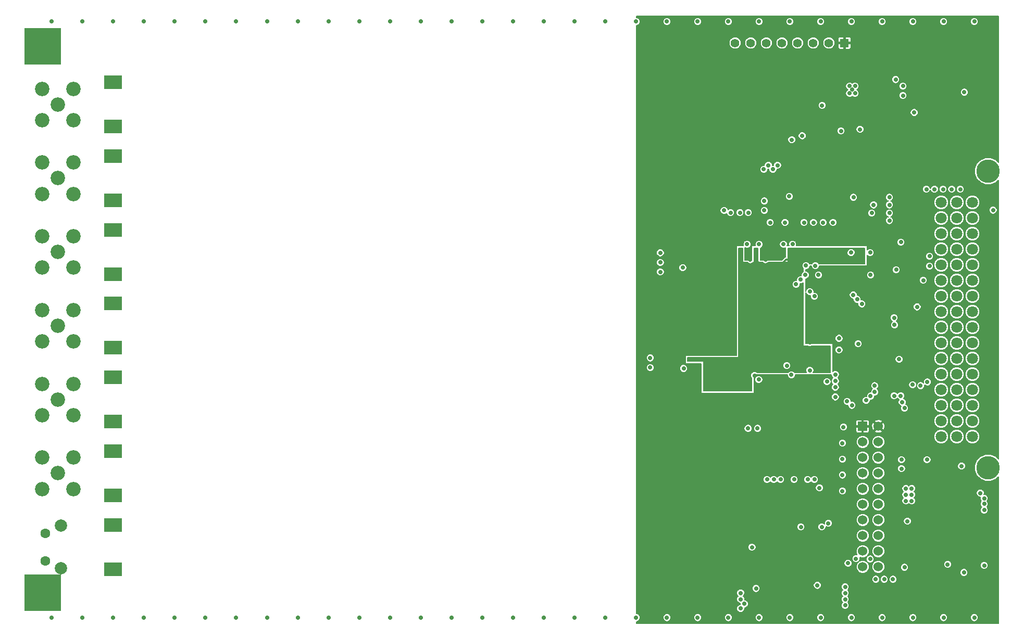
<source format=gbr>
G04 (created by PCBNEW (2013-07-07 BZR 4022)-stable) date 18.10.2013 17:48:28*
%MOIN*%
G04 Gerber Fmt 3.4, Leading zero omitted, Abs format*
%FSLAX34Y34*%
G01*
G70*
G90*
G04 APERTURE LIST*
%ADD10C,0.00590551*%
%ADD11R,0.06X0.06*%
%ADD12C,0.06*%
%ADD13C,0.0787*%
%ADD14C,0.063*%
%ADD15C,0.0709*%
%ADD16C,0.1496*%
%ADD17R,0.1181X0.0906*%
%ADD18C,0.0276*%
%ADD19R,0.055X0.055*%
%ADD20C,0.055*%
%ADD21C,0.0925*%
%ADD22R,0.23622X0.23622*%
%ADD23C,0.0275591*%
%ADD24C,0.011811*%
%ADD25C,0.00787402*%
G04 APERTURE END LIST*
G54D10*
G54D11*
X73554Y-46210D03*
G54D12*
X74554Y-46210D03*
X73554Y-47210D03*
X74554Y-47210D03*
X73554Y-48210D03*
X74554Y-48210D03*
X73554Y-49210D03*
X74554Y-49210D03*
X73554Y-50210D03*
X74554Y-50210D03*
X73554Y-51210D03*
X74554Y-51210D03*
X73554Y-52210D03*
X74554Y-52210D03*
X73554Y-53210D03*
X74554Y-53210D03*
X73554Y-54210D03*
X74554Y-54210D03*
X73554Y-55210D03*
X74554Y-55210D03*
G54D13*
X22239Y-52559D03*
X22239Y-55315D03*
G54D14*
X21259Y-53051D03*
X21259Y-54823D03*
G54D15*
X80590Y-31870D03*
X80590Y-32870D03*
X80590Y-33870D03*
X80590Y-34870D03*
X80590Y-35870D03*
X80590Y-36870D03*
X80590Y-37870D03*
X80590Y-38870D03*
X80590Y-39870D03*
X80590Y-40870D03*
X80590Y-41870D03*
X80590Y-42870D03*
X80590Y-43870D03*
X80590Y-44870D03*
X80590Y-45870D03*
X80590Y-46870D03*
X79590Y-31870D03*
X79590Y-32870D03*
X79590Y-33870D03*
X79590Y-34870D03*
X79590Y-35870D03*
X79590Y-36870D03*
X79590Y-37870D03*
X79590Y-38870D03*
X79590Y-39870D03*
X79590Y-40870D03*
X79590Y-41870D03*
X79590Y-42870D03*
X79590Y-43870D03*
X79590Y-44870D03*
X79590Y-45870D03*
X79590Y-46870D03*
X78590Y-31870D03*
X78590Y-32870D03*
X78590Y-33870D03*
X78590Y-34870D03*
X78590Y-35870D03*
X78590Y-36870D03*
X78590Y-37870D03*
X78590Y-38870D03*
X78590Y-39870D03*
X78590Y-40870D03*
X78590Y-41870D03*
X78590Y-42870D03*
X78590Y-43870D03*
X78590Y-44870D03*
X78590Y-45870D03*
X78590Y-46870D03*
G54D16*
X81590Y-29870D03*
X81590Y-48870D03*
G54D17*
X25590Y-52520D03*
X25590Y-55354D03*
X25590Y-24173D03*
X25590Y-27007D03*
G54D18*
X72893Y-24645D03*
X73070Y-24409D03*
X72716Y-24881D03*
X72716Y-24409D03*
X73070Y-24881D03*
G54D19*
X72397Y-21653D03*
G54D20*
X71397Y-21653D03*
X70397Y-21653D03*
X69397Y-21653D03*
X68397Y-21653D03*
X67397Y-21653D03*
X66397Y-21653D03*
X65397Y-21653D03*
G54D21*
X21043Y-26594D03*
X21043Y-24586D03*
X23051Y-24586D03*
X23051Y-26594D03*
X22047Y-25590D03*
X21043Y-45492D03*
X21043Y-43484D03*
X23051Y-43484D03*
X23051Y-45492D03*
X22047Y-44488D03*
X21043Y-50216D03*
X21043Y-48208D03*
X23051Y-48208D03*
X23051Y-50216D03*
X22047Y-49212D03*
X21043Y-40767D03*
X21043Y-38759D03*
X23051Y-38759D03*
X23051Y-40767D03*
X22047Y-39763D03*
G54D17*
X25590Y-28897D03*
X25590Y-31731D03*
X25590Y-47795D03*
X25590Y-50629D03*
X25590Y-38346D03*
X25590Y-41180D03*
G54D21*
X21043Y-31318D03*
X21043Y-29310D03*
X23051Y-29310D03*
X23051Y-31318D03*
X22047Y-30314D03*
X21043Y-36043D03*
X21043Y-34035D03*
X23051Y-34035D03*
X23051Y-36043D03*
X22047Y-35039D03*
G54D17*
X25590Y-33622D03*
X25590Y-36456D03*
X25590Y-43071D03*
X25590Y-45905D03*
G54D22*
X21090Y-56870D03*
X21090Y-21870D03*
G54D23*
X76692Y-50590D03*
X76692Y-50984D03*
X76692Y-50196D03*
X76318Y-50984D03*
X76318Y-50590D03*
X76318Y-50196D03*
X69685Y-29055D03*
X69685Y-29448D03*
X69685Y-29822D03*
X73523Y-30748D03*
X75826Y-30905D03*
X65748Y-53917D03*
X66200Y-55925D03*
X72283Y-53011D03*
X72322Y-51811D03*
X72322Y-49763D03*
X72322Y-48740D03*
X72322Y-47696D03*
X72322Y-46673D03*
X71811Y-56732D03*
X72244Y-54980D03*
X65354Y-35531D03*
X67342Y-35531D03*
X66358Y-35531D03*
X63090Y-42303D03*
X66633Y-42952D03*
X70177Y-40846D03*
X77696Y-55000D03*
X76259Y-42755D03*
X67027Y-33149D03*
X69192Y-33149D03*
X72263Y-50787D03*
X74133Y-33031D03*
X72322Y-45669D03*
X79744Y-48346D03*
X76555Y-40885D03*
X76673Y-37795D03*
X77165Y-40885D03*
X70177Y-41318D03*
X65728Y-35531D03*
X73425Y-35078D03*
X68877Y-35531D03*
X66712Y-35531D03*
X66358Y-43208D03*
X63090Y-41948D03*
X74330Y-43602D03*
X75984Y-44251D03*
X74055Y-44271D03*
X76082Y-44665D03*
X73779Y-44547D03*
X76240Y-45039D03*
X81909Y-32362D03*
G54D18*
X77637Y-31024D03*
X79251Y-31024D03*
X78700Y-31024D03*
X78149Y-31024D03*
X79802Y-31024D03*
G54D23*
X71811Y-42893D03*
X77696Y-43366D03*
X68996Y-42913D03*
X67519Y-29488D03*
X74251Y-32027D03*
X70531Y-35925D03*
X72972Y-31535D03*
X72047Y-41318D03*
X68700Y-42322D03*
X67224Y-29744D03*
X74035Y-54704D03*
X71279Y-43346D03*
X81082Y-50492D03*
G54D18*
X81338Y-50828D03*
X81338Y-51182D03*
X81338Y-51576D03*
G54D23*
X68484Y-34547D03*
X67814Y-29744D03*
X71811Y-43700D03*
X76751Y-43543D03*
X75570Y-39251D03*
X73208Y-38070D03*
X75590Y-39704D03*
X73503Y-38366D03*
X65748Y-56889D03*
X74389Y-56003D03*
X71811Y-43307D03*
X72440Y-56496D03*
X65748Y-57283D03*
X72440Y-56889D03*
X74940Y-56003D03*
X72559Y-44606D03*
X65748Y-57874D03*
X72440Y-57677D03*
X74330Y-44015D03*
X75570Y-44251D03*
X72440Y-57283D03*
X72874Y-44862D03*
X65984Y-57578D03*
X75492Y-56003D03*
X68110Y-29488D03*
X72952Y-37795D03*
X73129Y-54685D03*
X72618Y-54980D03*
X23622Y-58464D03*
X25590Y-58464D03*
X27559Y-58464D03*
X29527Y-58464D03*
X31496Y-58464D03*
X33464Y-58464D03*
X35433Y-58464D03*
X37401Y-58464D03*
X39370Y-58464D03*
X41338Y-58464D03*
X43307Y-58464D03*
X45275Y-58464D03*
X47244Y-58464D03*
X49212Y-58464D03*
X51181Y-58464D03*
X53149Y-58464D03*
X55118Y-58464D03*
X57086Y-58464D03*
X59055Y-58464D03*
X61023Y-58464D03*
X62992Y-58464D03*
X64960Y-58464D03*
X66929Y-58464D03*
X68897Y-58464D03*
X70866Y-58464D03*
X72834Y-58464D03*
X74803Y-58464D03*
X76771Y-58464D03*
X78740Y-58464D03*
X80708Y-58464D03*
X21653Y-58464D03*
X21653Y-20275D03*
X80708Y-20275D03*
X78740Y-20275D03*
X76771Y-20275D03*
X74803Y-20275D03*
X72834Y-20275D03*
X70866Y-20275D03*
X68897Y-20275D03*
X66929Y-20275D03*
X64960Y-20275D03*
X62992Y-20275D03*
X61023Y-20275D03*
X59055Y-20275D03*
X57086Y-20275D03*
X55118Y-20275D03*
X53149Y-20275D03*
X51181Y-20275D03*
X49212Y-20275D03*
X47244Y-20275D03*
X45275Y-20275D03*
X43307Y-20275D03*
X41338Y-20275D03*
X39370Y-20275D03*
X37401Y-20275D03*
X35433Y-20275D03*
X33464Y-20275D03*
X31496Y-20275D03*
X29527Y-20275D03*
X27559Y-20275D03*
X25590Y-20275D03*
X23622Y-20275D03*
X81338Y-55118D03*
X70964Y-25649D03*
X75669Y-23996D03*
X76141Y-24409D03*
X76141Y-25019D03*
X76850Y-26102D03*
X69685Y-27598D03*
X69015Y-27854D03*
X73385Y-27185D03*
X72165Y-27283D03*
X80059Y-24803D03*
X76043Y-48917D03*
X76043Y-48346D03*
X78996Y-55059D03*
X76240Y-55236D03*
X66830Y-46338D03*
X66220Y-46338D03*
X59960Y-41830D03*
X59960Y-42440D03*
X60610Y-36318D03*
X60610Y-35708D03*
X60610Y-35098D03*
X66240Y-32519D03*
X65708Y-32519D03*
X65098Y-32519D03*
X64685Y-32381D03*
X72322Y-46259D03*
X73267Y-40925D03*
X70649Y-56397D03*
X66732Y-56594D03*
X62106Y-42500D03*
X66909Y-43208D03*
X71811Y-44330D03*
X62047Y-36043D03*
X69074Y-34547D03*
X66161Y-34547D03*
X66929Y-34547D03*
X72047Y-40570D03*
X67263Y-31771D03*
X67263Y-32381D03*
X67637Y-33149D03*
X71653Y-33149D03*
X71023Y-33149D03*
X70413Y-33149D03*
X69803Y-33149D03*
X68582Y-33149D03*
X68858Y-31476D03*
X74133Y-32539D03*
X75275Y-33031D03*
X75275Y-32539D03*
X75275Y-32027D03*
X75275Y-31535D03*
X69606Y-52657D03*
X70944Y-52657D03*
X66476Y-53956D03*
X74055Y-36515D03*
X80039Y-55570D03*
X76417Y-52283D03*
X77677Y-48346D03*
X75885Y-41909D03*
X77047Y-38562D03*
X79881Y-48759D03*
X70728Y-36515D03*
X74035Y-35078D03*
X72814Y-35078D03*
X75708Y-36181D03*
X77834Y-35944D03*
X77834Y-35314D03*
X76003Y-34409D03*
X77263Y-43602D03*
X77440Y-36850D03*
X72263Y-49330D03*
X72263Y-47283D03*
X69173Y-49606D03*
X69881Y-36515D03*
X70787Y-50157D03*
X69921Y-35905D03*
X71358Y-52421D03*
X72263Y-50354D03*
X72263Y-48307D03*
X70039Y-49606D03*
X70177Y-42618D03*
X70177Y-37578D03*
X67440Y-49606D03*
X67874Y-49606D03*
X69291Y-37106D03*
X70472Y-37874D03*
X70472Y-49606D03*
X68307Y-49606D03*
X69586Y-36811D03*
G54D24*
X67145Y-41948D02*
X69547Y-41948D01*
X69547Y-41948D02*
X70177Y-41318D01*
X67145Y-41948D02*
X67145Y-37047D01*
X65098Y-41948D02*
X67145Y-41948D01*
X65728Y-35531D02*
X67106Y-36909D01*
X67106Y-36968D02*
X67145Y-36968D01*
X67106Y-36909D02*
X67106Y-36968D01*
X73425Y-35078D02*
X73425Y-35216D01*
X73110Y-35531D02*
X68877Y-35531D01*
X73425Y-35216D02*
X73110Y-35531D01*
X68877Y-35531D02*
X68661Y-35531D01*
X68661Y-35531D02*
X67145Y-37047D01*
X67145Y-37047D02*
X67145Y-36968D01*
X67145Y-36968D02*
X67145Y-35964D01*
X67145Y-35964D02*
X66712Y-35531D01*
X63090Y-41948D02*
X65098Y-41948D01*
X65098Y-41948D02*
X66358Y-43208D01*
G54D10*
G36*
X73681Y-35787D02*
X73070Y-35787D01*
X73070Y-35028D01*
X73032Y-34933D01*
X72960Y-34861D01*
X72866Y-34822D01*
X72764Y-34822D01*
X72670Y-34861D01*
X72598Y-34933D01*
X72559Y-35027D01*
X72559Y-35129D01*
X72597Y-35223D01*
X72669Y-35295D01*
X72763Y-35334D01*
X72865Y-35334D01*
X72959Y-35295D01*
X73031Y-35223D01*
X73070Y-35129D01*
X73070Y-35028D01*
X73070Y-35787D01*
X70751Y-35787D01*
X70748Y-35780D01*
X70676Y-35708D01*
X70582Y-35669D01*
X70480Y-35669D01*
X70386Y-35708D01*
X70314Y-35780D01*
X70311Y-35787D01*
X70149Y-35787D01*
X70138Y-35760D01*
X70066Y-35688D01*
X69972Y-35649D01*
X69870Y-35649D01*
X69776Y-35688D01*
X69704Y-35760D01*
X69665Y-35854D01*
X69665Y-35956D01*
X69704Y-36050D01*
X69763Y-36109D01*
X69763Y-36287D01*
X69737Y-36298D01*
X69665Y-36370D01*
X69626Y-36464D01*
X69625Y-36555D01*
X69535Y-36555D01*
X69441Y-36593D01*
X69369Y-36665D01*
X69330Y-36759D01*
X69330Y-36850D01*
X69240Y-36850D01*
X69146Y-36889D01*
X69074Y-36961D01*
X69035Y-37055D01*
X69035Y-37156D01*
X69074Y-37251D01*
X69146Y-37323D01*
X69240Y-37362D01*
X69342Y-37362D01*
X69436Y-37323D01*
X69508Y-37251D01*
X69547Y-37157D01*
X69547Y-37066D01*
X69637Y-37066D01*
X69731Y-37028D01*
X69763Y-36995D01*
X69763Y-41062D01*
X70031Y-41062D01*
X70032Y-41063D01*
X70126Y-41102D01*
X70227Y-41102D01*
X70321Y-41063D01*
X70322Y-41062D01*
X71496Y-41062D01*
X71496Y-42755D01*
X70397Y-42755D01*
X70433Y-42669D01*
X70433Y-42567D01*
X70394Y-42473D01*
X70322Y-42401D01*
X70228Y-42362D01*
X70126Y-42362D01*
X70032Y-42401D01*
X69960Y-42472D01*
X69921Y-42566D01*
X69921Y-42668D01*
X69957Y-42755D01*
X69200Y-42755D01*
X69141Y-42696D01*
X69047Y-42657D01*
X68956Y-42657D01*
X68956Y-42272D01*
X68917Y-42178D01*
X68845Y-42106D01*
X68751Y-42066D01*
X68650Y-42066D01*
X68556Y-42105D01*
X68483Y-42177D01*
X68444Y-42271D01*
X68444Y-42373D01*
X68483Y-42467D01*
X68555Y-42539D01*
X68649Y-42578D01*
X68751Y-42578D01*
X68845Y-42539D01*
X68917Y-42467D01*
X68956Y-42373D01*
X68956Y-42272D01*
X68956Y-42657D01*
X68945Y-42657D01*
X68851Y-42696D01*
X68791Y-42755D01*
X66798Y-42755D01*
X66779Y-42735D01*
X66684Y-42696D01*
X66583Y-42696D01*
X66489Y-42735D01*
X66468Y-42755D01*
X66456Y-42755D01*
X66456Y-42768D01*
X66417Y-42807D01*
X66377Y-42901D01*
X66377Y-43003D01*
X66416Y-43097D01*
X66456Y-43137D01*
X66456Y-43937D01*
X63385Y-43937D01*
X63385Y-42047D01*
X63090Y-42047D01*
X63039Y-42047D01*
X63039Y-42047D01*
X62362Y-42047D01*
X62362Y-41811D01*
X65629Y-41811D01*
X65629Y-34803D01*
X65866Y-34803D01*
X65866Y-35708D01*
X66173Y-35708D01*
X66213Y-35748D01*
X66307Y-35787D01*
X66408Y-35787D01*
X66503Y-35748D01*
X66543Y-35708D01*
X66614Y-35708D01*
X66614Y-35531D01*
X66614Y-35480D01*
X66614Y-35480D01*
X66614Y-34803D01*
X66850Y-34803D01*
X66850Y-35708D01*
X67157Y-35708D01*
X67197Y-35748D01*
X67291Y-35787D01*
X67393Y-35787D01*
X67487Y-35748D01*
X67527Y-35708D01*
X68779Y-35708D01*
X68779Y-34803D01*
X69074Y-34803D01*
X69125Y-34803D01*
X69125Y-34803D01*
X73681Y-34803D01*
X73681Y-35787D01*
X73681Y-35787D01*
G37*
G54D25*
X73681Y-35787D02*
X73070Y-35787D01*
X73070Y-35028D01*
X73032Y-34933D01*
X72960Y-34861D01*
X72866Y-34822D01*
X72764Y-34822D01*
X72670Y-34861D01*
X72598Y-34933D01*
X72559Y-35027D01*
X72559Y-35129D01*
X72597Y-35223D01*
X72669Y-35295D01*
X72763Y-35334D01*
X72865Y-35334D01*
X72959Y-35295D01*
X73031Y-35223D01*
X73070Y-35129D01*
X73070Y-35028D01*
X73070Y-35787D01*
X70751Y-35787D01*
X70748Y-35780D01*
X70676Y-35708D01*
X70582Y-35669D01*
X70480Y-35669D01*
X70386Y-35708D01*
X70314Y-35780D01*
X70311Y-35787D01*
X70149Y-35787D01*
X70138Y-35760D01*
X70066Y-35688D01*
X69972Y-35649D01*
X69870Y-35649D01*
X69776Y-35688D01*
X69704Y-35760D01*
X69665Y-35854D01*
X69665Y-35956D01*
X69704Y-36050D01*
X69763Y-36109D01*
X69763Y-36287D01*
X69737Y-36298D01*
X69665Y-36370D01*
X69626Y-36464D01*
X69625Y-36555D01*
X69535Y-36555D01*
X69441Y-36593D01*
X69369Y-36665D01*
X69330Y-36759D01*
X69330Y-36850D01*
X69240Y-36850D01*
X69146Y-36889D01*
X69074Y-36961D01*
X69035Y-37055D01*
X69035Y-37156D01*
X69074Y-37251D01*
X69146Y-37323D01*
X69240Y-37362D01*
X69342Y-37362D01*
X69436Y-37323D01*
X69508Y-37251D01*
X69547Y-37157D01*
X69547Y-37066D01*
X69637Y-37066D01*
X69731Y-37028D01*
X69763Y-36995D01*
X69763Y-41062D01*
X70031Y-41062D01*
X70032Y-41063D01*
X70126Y-41102D01*
X70227Y-41102D01*
X70321Y-41063D01*
X70322Y-41062D01*
X71496Y-41062D01*
X71496Y-42755D01*
X70397Y-42755D01*
X70433Y-42669D01*
X70433Y-42567D01*
X70394Y-42473D01*
X70322Y-42401D01*
X70228Y-42362D01*
X70126Y-42362D01*
X70032Y-42401D01*
X69960Y-42472D01*
X69921Y-42566D01*
X69921Y-42668D01*
X69957Y-42755D01*
X69200Y-42755D01*
X69141Y-42696D01*
X69047Y-42657D01*
X68956Y-42657D01*
X68956Y-42272D01*
X68917Y-42178D01*
X68845Y-42106D01*
X68751Y-42066D01*
X68650Y-42066D01*
X68556Y-42105D01*
X68483Y-42177D01*
X68444Y-42271D01*
X68444Y-42373D01*
X68483Y-42467D01*
X68555Y-42539D01*
X68649Y-42578D01*
X68751Y-42578D01*
X68845Y-42539D01*
X68917Y-42467D01*
X68956Y-42373D01*
X68956Y-42272D01*
X68956Y-42657D01*
X68945Y-42657D01*
X68851Y-42696D01*
X68791Y-42755D01*
X66798Y-42755D01*
X66779Y-42735D01*
X66684Y-42696D01*
X66583Y-42696D01*
X66489Y-42735D01*
X66468Y-42755D01*
X66456Y-42755D01*
X66456Y-42768D01*
X66417Y-42807D01*
X66377Y-42901D01*
X66377Y-43003D01*
X66416Y-43097D01*
X66456Y-43137D01*
X66456Y-43937D01*
X63385Y-43937D01*
X63385Y-42047D01*
X63090Y-42047D01*
X63039Y-42047D01*
X63039Y-42047D01*
X62362Y-42047D01*
X62362Y-41811D01*
X65629Y-41811D01*
X65629Y-34803D01*
X65866Y-34803D01*
X65866Y-35708D01*
X66173Y-35708D01*
X66213Y-35748D01*
X66307Y-35787D01*
X66408Y-35787D01*
X66503Y-35748D01*
X66543Y-35708D01*
X66614Y-35708D01*
X66614Y-35531D01*
X66614Y-35480D01*
X66614Y-35480D01*
X66614Y-34803D01*
X66850Y-34803D01*
X66850Y-35708D01*
X67157Y-35708D01*
X67197Y-35748D01*
X67291Y-35787D01*
X67393Y-35787D01*
X67487Y-35748D01*
X67527Y-35708D01*
X68779Y-35708D01*
X68779Y-34803D01*
X69074Y-34803D01*
X69125Y-34803D01*
X69125Y-34803D01*
X73681Y-34803D01*
X73681Y-35787D01*
G54D10*
G36*
X82244Y-58818D02*
X81594Y-58818D01*
X81594Y-55067D01*
X81594Y-55066D01*
X81594Y-51525D01*
X81555Y-51431D01*
X81503Y-51378D01*
X81554Y-51327D01*
X81594Y-51233D01*
X81594Y-51131D01*
X81555Y-51037D01*
X81523Y-51005D01*
X81554Y-50973D01*
X81594Y-50879D01*
X81594Y-50777D01*
X81555Y-50683D01*
X81483Y-50611D01*
X81389Y-50571D01*
X81326Y-50571D01*
X81338Y-50543D01*
X81338Y-50441D01*
X81299Y-50347D01*
X81227Y-50275D01*
X81133Y-50236D01*
X81031Y-50236D01*
X80937Y-50275D01*
X80865Y-50346D01*
X80826Y-50441D01*
X80826Y-50542D01*
X80865Y-50636D01*
X80937Y-50708D01*
X81031Y-50747D01*
X81093Y-50748D01*
X81081Y-50776D01*
X81081Y-50878D01*
X81120Y-50972D01*
X81152Y-51004D01*
X81121Y-51036D01*
X81081Y-51130D01*
X81081Y-51232D01*
X81120Y-51326D01*
X81172Y-51379D01*
X81121Y-51430D01*
X81081Y-51524D01*
X81081Y-51626D01*
X81120Y-51720D01*
X81192Y-51792D01*
X81286Y-51832D01*
X81388Y-51832D01*
X81482Y-51793D01*
X81554Y-51721D01*
X81594Y-51627D01*
X81594Y-51525D01*
X81594Y-55066D01*
X81555Y-54973D01*
X81483Y-54901D01*
X81389Y-54862D01*
X81287Y-54862D01*
X81193Y-54901D01*
X81121Y-54972D01*
X81082Y-55066D01*
X81082Y-55168D01*
X81121Y-55262D01*
X81193Y-55334D01*
X81287Y-55373D01*
X81389Y-55374D01*
X81483Y-55335D01*
X81555Y-55263D01*
X81594Y-55169D01*
X81594Y-55067D01*
X81594Y-58818D01*
X80964Y-58818D01*
X80964Y-58413D01*
X80925Y-58319D01*
X80853Y-58247D01*
X80759Y-58208D01*
X80657Y-58208D01*
X80563Y-58247D01*
X80491Y-58319D01*
X80452Y-58413D01*
X80452Y-58515D01*
X80491Y-58609D01*
X80563Y-58681D01*
X80657Y-58720D01*
X80759Y-58720D01*
X80853Y-58681D01*
X80925Y-58609D01*
X80964Y-58515D01*
X80964Y-58413D01*
X80964Y-58818D01*
X80295Y-58818D01*
X80295Y-55520D01*
X80256Y-55426D01*
X80184Y-55354D01*
X80137Y-55334D01*
X80137Y-48709D01*
X80098Y-48615D01*
X80063Y-48579D01*
X80063Y-46776D01*
X80063Y-45776D01*
X80063Y-44776D01*
X80063Y-43776D01*
X80063Y-42776D01*
X80063Y-41776D01*
X80063Y-40776D01*
X80063Y-39776D01*
X80063Y-38776D01*
X80063Y-37776D01*
X80063Y-36776D01*
X80063Y-35776D01*
X80063Y-34776D01*
X80063Y-33776D01*
X80063Y-32776D01*
X80063Y-31776D01*
X80058Y-31764D01*
X80058Y-30973D01*
X80019Y-30879D01*
X79947Y-30807D01*
X79853Y-30767D01*
X79751Y-30767D01*
X79657Y-30806D01*
X79585Y-30878D01*
X79545Y-30972D01*
X79545Y-31074D01*
X79584Y-31168D01*
X79656Y-31240D01*
X79750Y-31280D01*
X79852Y-31280D01*
X79946Y-31241D01*
X80018Y-31169D01*
X80058Y-31075D01*
X80058Y-30973D01*
X80058Y-31764D01*
X79991Y-31602D01*
X79858Y-31469D01*
X79684Y-31397D01*
X79507Y-31397D01*
X79507Y-30973D01*
X79468Y-30879D01*
X79396Y-30807D01*
X79302Y-30767D01*
X79200Y-30767D01*
X79106Y-30806D01*
X79034Y-30878D01*
X78996Y-30970D01*
X78996Y-20224D01*
X78957Y-20130D01*
X78885Y-20058D01*
X78791Y-20019D01*
X78689Y-20019D01*
X78595Y-20058D01*
X78523Y-20130D01*
X78484Y-20224D01*
X78484Y-20326D01*
X78523Y-20420D01*
X78595Y-20492D01*
X78689Y-20531D01*
X78790Y-20531D01*
X78884Y-20492D01*
X78956Y-20420D01*
X78996Y-20326D01*
X78996Y-20224D01*
X78996Y-30970D01*
X78994Y-30972D01*
X78994Y-31074D01*
X79033Y-31168D01*
X79105Y-31240D01*
X79199Y-31280D01*
X79301Y-31280D01*
X79395Y-31241D01*
X79467Y-31169D01*
X79507Y-31075D01*
X79507Y-30973D01*
X79507Y-31397D01*
X79496Y-31397D01*
X79323Y-31469D01*
X79190Y-31602D01*
X79118Y-31775D01*
X79117Y-31963D01*
X79189Y-32137D01*
X79322Y-32270D01*
X79496Y-32342D01*
X79684Y-32342D01*
X79857Y-32270D01*
X79990Y-32138D01*
X80063Y-31964D01*
X80063Y-31776D01*
X80063Y-32776D01*
X79991Y-32602D01*
X79858Y-32469D01*
X79684Y-32397D01*
X79496Y-32397D01*
X79323Y-32469D01*
X79190Y-32602D01*
X79118Y-32775D01*
X79117Y-32963D01*
X79189Y-33137D01*
X79322Y-33270D01*
X79496Y-33342D01*
X79684Y-33342D01*
X79857Y-33270D01*
X79990Y-33138D01*
X80063Y-32964D01*
X80063Y-32776D01*
X80063Y-33776D01*
X79991Y-33602D01*
X79858Y-33469D01*
X79684Y-33397D01*
X79496Y-33397D01*
X79323Y-33469D01*
X79190Y-33602D01*
X79118Y-33775D01*
X79117Y-33963D01*
X79189Y-34137D01*
X79322Y-34270D01*
X79496Y-34342D01*
X79684Y-34342D01*
X79857Y-34270D01*
X79990Y-34138D01*
X80063Y-33964D01*
X80063Y-33776D01*
X80063Y-34776D01*
X79991Y-34602D01*
X79858Y-34469D01*
X79684Y-34397D01*
X79496Y-34397D01*
X79323Y-34469D01*
X79190Y-34602D01*
X79118Y-34775D01*
X79117Y-34963D01*
X79189Y-35137D01*
X79322Y-35270D01*
X79496Y-35342D01*
X79684Y-35342D01*
X79857Y-35270D01*
X79990Y-35138D01*
X80063Y-34964D01*
X80063Y-34776D01*
X80063Y-35776D01*
X79991Y-35602D01*
X79858Y-35469D01*
X79684Y-35397D01*
X79496Y-35397D01*
X79323Y-35469D01*
X79190Y-35602D01*
X79118Y-35775D01*
X79117Y-35963D01*
X79189Y-36137D01*
X79322Y-36270D01*
X79496Y-36342D01*
X79684Y-36342D01*
X79857Y-36270D01*
X79990Y-36138D01*
X80063Y-35964D01*
X80063Y-35776D01*
X80063Y-36776D01*
X79991Y-36602D01*
X79858Y-36469D01*
X79684Y-36397D01*
X79496Y-36397D01*
X79323Y-36469D01*
X79190Y-36602D01*
X79118Y-36775D01*
X79117Y-36963D01*
X79189Y-37137D01*
X79322Y-37270D01*
X79496Y-37342D01*
X79684Y-37342D01*
X79857Y-37270D01*
X79990Y-37138D01*
X80063Y-36964D01*
X80063Y-36776D01*
X80063Y-37776D01*
X79991Y-37602D01*
X79858Y-37469D01*
X79684Y-37397D01*
X79496Y-37397D01*
X79323Y-37469D01*
X79190Y-37602D01*
X79118Y-37775D01*
X79117Y-37963D01*
X79189Y-38137D01*
X79322Y-38270D01*
X79496Y-38342D01*
X79684Y-38342D01*
X79857Y-38270D01*
X79990Y-38138D01*
X80063Y-37964D01*
X80063Y-37776D01*
X80063Y-38776D01*
X79991Y-38602D01*
X79858Y-38469D01*
X79684Y-38397D01*
X79496Y-38397D01*
X79323Y-38469D01*
X79190Y-38602D01*
X79118Y-38775D01*
X79117Y-38963D01*
X79189Y-39137D01*
X79322Y-39270D01*
X79496Y-39342D01*
X79684Y-39342D01*
X79857Y-39270D01*
X79990Y-39138D01*
X80063Y-38964D01*
X80063Y-38776D01*
X80063Y-39776D01*
X79991Y-39602D01*
X79858Y-39469D01*
X79684Y-39397D01*
X79496Y-39397D01*
X79323Y-39469D01*
X79190Y-39602D01*
X79118Y-39775D01*
X79117Y-39963D01*
X79189Y-40137D01*
X79322Y-40270D01*
X79496Y-40342D01*
X79684Y-40342D01*
X79857Y-40270D01*
X79990Y-40138D01*
X80063Y-39964D01*
X80063Y-39776D01*
X80063Y-40776D01*
X79991Y-40602D01*
X79858Y-40469D01*
X79684Y-40397D01*
X79496Y-40397D01*
X79323Y-40469D01*
X79190Y-40602D01*
X79118Y-40775D01*
X79117Y-40963D01*
X79189Y-41137D01*
X79322Y-41270D01*
X79496Y-41342D01*
X79684Y-41342D01*
X79857Y-41270D01*
X79990Y-41138D01*
X80063Y-40964D01*
X80063Y-40776D01*
X80063Y-41776D01*
X79991Y-41602D01*
X79858Y-41469D01*
X79684Y-41397D01*
X79496Y-41397D01*
X79323Y-41469D01*
X79190Y-41602D01*
X79118Y-41775D01*
X79117Y-41963D01*
X79189Y-42137D01*
X79322Y-42270D01*
X79496Y-42342D01*
X79684Y-42342D01*
X79857Y-42270D01*
X79990Y-42138D01*
X80063Y-41964D01*
X80063Y-41776D01*
X80063Y-42776D01*
X79991Y-42602D01*
X79858Y-42469D01*
X79684Y-42397D01*
X79496Y-42397D01*
X79323Y-42469D01*
X79190Y-42602D01*
X79118Y-42775D01*
X79117Y-42963D01*
X79189Y-43137D01*
X79322Y-43270D01*
X79496Y-43342D01*
X79684Y-43342D01*
X79857Y-43270D01*
X79990Y-43138D01*
X80063Y-42964D01*
X80063Y-42776D01*
X80063Y-43776D01*
X79991Y-43602D01*
X79858Y-43469D01*
X79684Y-43397D01*
X79496Y-43397D01*
X79323Y-43469D01*
X79190Y-43602D01*
X79118Y-43775D01*
X79117Y-43963D01*
X79189Y-44137D01*
X79322Y-44270D01*
X79496Y-44342D01*
X79684Y-44342D01*
X79857Y-44270D01*
X79990Y-44138D01*
X80063Y-43964D01*
X80063Y-43776D01*
X80063Y-44776D01*
X79991Y-44602D01*
X79858Y-44469D01*
X79684Y-44397D01*
X79496Y-44397D01*
X79323Y-44469D01*
X79190Y-44602D01*
X79118Y-44775D01*
X79117Y-44963D01*
X79189Y-45137D01*
X79322Y-45270D01*
X79496Y-45342D01*
X79684Y-45342D01*
X79857Y-45270D01*
X79990Y-45138D01*
X80063Y-44964D01*
X80063Y-44776D01*
X80063Y-45776D01*
X79991Y-45602D01*
X79858Y-45469D01*
X79684Y-45397D01*
X79496Y-45397D01*
X79323Y-45469D01*
X79190Y-45602D01*
X79118Y-45775D01*
X79117Y-45963D01*
X79189Y-46137D01*
X79322Y-46270D01*
X79496Y-46342D01*
X79684Y-46342D01*
X79857Y-46270D01*
X79990Y-46138D01*
X80063Y-45964D01*
X80063Y-45776D01*
X80063Y-46776D01*
X79991Y-46602D01*
X79858Y-46469D01*
X79684Y-46397D01*
X79496Y-46397D01*
X79323Y-46469D01*
X79190Y-46602D01*
X79118Y-46775D01*
X79117Y-46963D01*
X79189Y-47137D01*
X79322Y-47270D01*
X79496Y-47342D01*
X79684Y-47342D01*
X79857Y-47270D01*
X79990Y-47138D01*
X80063Y-46964D01*
X80063Y-46776D01*
X80063Y-48579D01*
X80027Y-48543D01*
X79933Y-48503D01*
X79831Y-48503D01*
X79737Y-48542D01*
X79665Y-48614D01*
X79626Y-48708D01*
X79625Y-48810D01*
X79664Y-48904D01*
X79736Y-48976D01*
X79830Y-49015D01*
X79932Y-49015D01*
X80026Y-48976D01*
X80098Y-48904D01*
X80137Y-48810D01*
X80137Y-48709D01*
X80137Y-55334D01*
X80090Y-55315D01*
X79988Y-55314D01*
X79894Y-55353D01*
X79822Y-55425D01*
X79783Y-55519D01*
X79783Y-55621D01*
X79822Y-55715D01*
X79894Y-55787D01*
X79988Y-55826D01*
X80090Y-55826D01*
X80184Y-55787D01*
X80256Y-55716D01*
X80295Y-55621D01*
X80295Y-55520D01*
X80295Y-58818D01*
X79252Y-58818D01*
X79252Y-55008D01*
X79213Y-54914D01*
X79141Y-54842D01*
X79063Y-54809D01*
X79063Y-46776D01*
X79063Y-45776D01*
X79063Y-44776D01*
X79063Y-43776D01*
X79063Y-42776D01*
X79063Y-41776D01*
X79063Y-40776D01*
X79063Y-39776D01*
X79063Y-38776D01*
X79063Y-37776D01*
X79063Y-36776D01*
X79063Y-35776D01*
X79063Y-34776D01*
X79063Y-33776D01*
X79063Y-32776D01*
X79063Y-31776D01*
X78991Y-31602D01*
X78956Y-31567D01*
X78956Y-30973D01*
X78917Y-30879D01*
X78845Y-30807D01*
X78751Y-30767D01*
X78649Y-30767D01*
X78555Y-30806D01*
X78483Y-30878D01*
X78443Y-30972D01*
X78443Y-31074D01*
X78482Y-31168D01*
X78554Y-31240D01*
X78648Y-31280D01*
X78750Y-31280D01*
X78844Y-31241D01*
X78916Y-31169D01*
X78956Y-31075D01*
X78956Y-30973D01*
X78956Y-31567D01*
X78858Y-31469D01*
X78684Y-31397D01*
X78496Y-31397D01*
X78405Y-31435D01*
X78405Y-30973D01*
X78366Y-30879D01*
X78294Y-30807D01*
X78200Y-30767D01*
X78098Y-30767D01*
X78004Y-30806D01*
X77932Y-30878D01*
X77892Y-30972D01*
X77854Y-30879D01*
X77782Y-30807D01*
X77688Y-30767D01*
X77586Y-30767D01*
X77492Y-30806D01*
X77420Y-30878D01*
X77380Y-30972D01*
X77380Y-31074D01*
X77419Y-31168D01*
X77491Y-31240D01*
X77585Y-31280D01*
X77687Y-31280D01*
X77781Y-31241D01*
X77853Y-31169D01*
X77893Y-31075D01*
X77931Y-31168D01*
X78003Y-31240D01*
X78097Y-31280D01*
X78199Y-31280D01*
X78293Y-31241D01*
X78365Y-31169D01*
X78405Y-31075D01*
X78405Y-30973D01*
X78405Y-31435D01*
X78323Y-31469D01*
X78190Y-31602D01*
X78118Y-31775D01*
X78117Y-31963D01*
X78189Y-32137D01*
X78322Y-32270D01*
X78496Y-32342D01*
X78684Y-32342D01*
X78857Y-32270D01*
X78990Y-32138D01*
X79063Y-31964D01*
X79063Y-31776D01*
X79063Y-32776D01*
X78991Y-32602D01*
X78858Y-32469D01*
X78684Y-32397D01*
X78496Y-32397D01*
X78323Y-32469D01*
X78190Y-32602D01*
X78118Y-32775D01*
X78117Y-32963D01*
X78189Y-33137D01*
X78322Y-33270D01*
X78496Y-33342D01*
X78684Y-33342D01*
X78857Y-33270D01*
X78990Y-33138D01*
X79063Y-32964D01*
X79063Y-32776D01*
X79063Y-33776D01*
X78991Y-33602D01*
X78858Y-33469D01*
X78684Y-33397D01*
X78496Y-33397D01*
X78323Y-33469D01*
X78190Y-33602D01*
X78118Y-33775D01*
X78117Y-33963D01*
X78189Y-34137D01*
X78322Y-34270D01*
X78496Y-34342D01*
X78684Y-34342D01*
X78857Y-34270D01*
X78990Y-34138D01*
X79063Y-33964D01*
X79063Y-33776D01*
X79063Y-34776D01*
X78991Y-34602D01*
X78858Y-34469D01*
X78684Y-34397D01*
X78496Y-34397D01*
X78323Y-34469D01*
X78190Y-34602D01*
X78118Y-34775D01*
X78117Y-34963D01*
X78189Y-35137D01*
X78322Y-35270D01*
X78496Y-35342D01*
X78684Y-35342D01*
X78857Y-35270D01*
X78990Y-35138D01*
X79063Y-34964D01*
X79063Y-34776D01*
X79063Y-35776D01*
X78991Y-35602D01*
X78858Y-35469D01*
X78684Y-35397D01*
X78496Y-35397D01*
X78323Y-35469D01*
X78190Y-35602D01*
X78118Y-35775D01*
X78117Y-35963D01*
X78189Y-36137D01*
X78322Y-36270D01*
X78496Y-36342D01*
X78684Y-36342D01*
X78857Y-36270D01*
X78990Y-36138D01*
X79063Y-35964D01*
X79063Y-35776D01*
X79063Y-36776D01*
X78991Y-36602D01*
X78858Y-36469D01*
X78684Y-36397D01*
X78496Y-36397D01*
X78323Y-36469D01*
X78190Y-36602D01*
X78118Y-36775D01*
X78117Y-36963D01*
X78189Y-37137D01*
X78322Y-37270D01*
X78496Y-37342D01*
X78684Y-37342D01*
X78857Y-37270D01*
X78990Y-37138D01*
X79063Y-36964D01*
X79063Y-36776D01*
X79063Y-37776D01*
X78991Y-37602D01*
X78858Y-37469D01*
X78684Y-37397D01*
X78496Y-37397D01*
X78323Y-37469D01*
X78190Y-37602D01*
X78118Y-37775D01*
X78117Y-37963D01*
X78189Y-38137D01*
X78322Y-38270D01*
X78496Y-38342D01*
X78684Y-38342D01*
X78857Y-38270D01*
X78990Y-38138D01*
X79063Y-37964D01*
X79063Y-37776D01*
X79063Y-38776D01*
X78991Y-38602D01*
X78858Y-38469D01*
X78684Y-38397D01*
X78496Y-38397D01*
X78323Y-38469D01*
X78190Y-38602D01*
X78118Y-38775D01*
X78117Y-38963D01*
X78189Y-39137D01*
X78322Y-39270D01*
X78496Y-39342D01*
X78684Y-39342D01*
X78857Y-39270D01*
X78990Y-39138D01*
X79063Y-38964D01*
X79063Y-38776D01*
X79063Y-39776D01*
X78991Y-39602D01*
X78858Y-39469D01*
X78684Y-39397D01*
X78496Y-39397D01*
X78323Y-39469D01*
X78190Y-39602D01*
X78118Y-39775D01*
X78117Y-39963D01*
X78189Y-40137D01*
X78322Y-40270D01*
X78496Y-40342D01*
X78684Y-40342D01*
X78857Y-40270D01*
X78990Y-40138D01*
X79063Y-39964D01*
X79063Y-39776D01*
X79063Y-40776D01*
X78991Y-40602D01*
X78858Y-40469D01*
X78684Y-40397D01*
X78496Y-40397D01*
X78323Y-40469D01*
X78190Y-40602D01*
X78118Y-40775D01*
X78117Y-40963D01*
X78189Y-41137D01*
X78322Y-41270D01*
X78496Y-41342D01*
X78684Y-41342D01*
X78857Y-41270D01*
X78990Y-41138D01*
X79063Y-40964D01*
X79063Y-40776D01*
X79063Y-41776D01*
X78991Y-41602D01*
X78858Y-41469D01*
X78684Y-41397D01*
X78496Y-41397D01*
X78323Y-41469D01*
X78190Y-41602D01*
X78118Y-41775D01*
X78117Y-41963D01*
X78189Y-42137D01*
X78322Y-42270D01*
X78496Y-42342D01*
X78684Y-42342D01*
X78857Y-42270D01*
X78990Y-42138D01*
X79063Y-41964D01*
X79063Y-41776D01*
X79063Y-42776D01*
X78991Y-42602D01*
X78858Y-42469D01*
X78684Y-42397D01*
X78496Y-42397D01*
X78323Y-42469D01*
X78190Y-42602D01*
X78118Y-42775D01*
X78117Y-42963D01*
X78189Y-43137D01*
X78322Y-43270D01*
X78496Y-43342D01*
X78684Y-43342D01*
X78857Y-43270D01*
X78990Y-43138D01*
X79063Y-42964D01*
X79063Y-42776D01*
X79063Y-43776D01*
X78991Y-43602D01*
X78858Y-43469D01*
X78684Y-43397D01*
X78496Y-43397D01*
X78323Y-43469D01*
X78190Y-43602D01*
X78118Y-43775D01*
X78117Y-43963D01*
X78189Y-44137D01*
X78322Y-44270D01*
X78496Y-44342D01*
X78684Y-44342D01*
X78857Y-44270D01*
X78990Y-44138D01*
X79063Y-43964D01*
X79063Y-43776D01*
X79063Y-44776D01*
X78991Y-44602D01*
X78858Y-44469D01*
X78684Y-44397D01*
X78496Y-44397D01*
X78323Y-44469D01*
X78190Y-44602D01*
X78118Y-44775D01*
X78117Y-44963D01*
X78189Y-45137D01*
X78322Y-45270D01*
X78496Y-45342D01*
X78684Y-45342D01*
X78857Y-45270D01*
X78990Y-45138D01*
X79063Y-44964D01*
X79063Y-44776D01*
X79063Y-45776D01*
X78991Y-45602D01*
X78858Y-45469D01*
X78684Y-45397D01*
X78496Y-45397D01*
X78323Y-45469D01*
X78190Y-45602D01*
X78118Y-45775D01*
X78117Y-45963D01*
X78189Y-46137D01*
X78322Y-46270D01*
X78496Y-46342D01*
X78684Y-46342D01*
X78857Y-46270D01*
X78990Y-46138D01*
X79063Y-45964D01*
X79063Y-45776D01*
X79063Y-46776D01*
X78991Y-46602D01*
X78858Y-46469D01*
X78684Y-46397D01*
X78496Y-46397D01*
X78323Y-46469D01*
X78190Y-46602D01*
X78118Y-46775D01*
X78117Y-46963D01*
X78189Y-47137D01*
X78322Y-47270D01*
X78496Y-47342D01*
X78684Y-47342D01*
X78857Y-47270D01*
X78990Y-47138D01*
X79063Y-46964D01*
X79063Y-46776D01*
X79063Y-54809D01*
X79047Y-54803D01*
X78945Y-54803D01*
X78851Y-54841D01*
X78779Y-54913D01*
X78740Y-55007D01*
X78740Y-55109D01*
X78778Y-55203D01*
X78850Y-55275D01*
X78944Y-55314D01*
X79046Y-55315D01*
X79140Y-55276D01*
X79212Y-55204D01*
X79251Y-55110D01*
X79252Y-55008D01*
X79252Y-58818D01*
X78996Y-58818D01*
X78996Y-58413D01*
X78957Y-58319D01*
X78885Y-58247D01*
X78791Y-58208D01*
X78689Y-58208D01*
X78595Y-58247D01*
X78523Y-58319D01*
X78484Y-58413D01*
X78484Y-58515D01*
X78523Y-58609D01*
X78595Y-58681D01*
X78689Y-58720D01*
X78790Y-58720D01*
X78884Y-58681D01*
X78956Y-58609D01*
X78996Y-58515D01*
X78996Y-58413D01*
X78996Y-58818D01*
X78090Y-58818D01*
X78090Y-35894D01*
X78090Y-35264D01*
X78051Y-35170D01*
X77979Y-35098D01*
X77885Y-35059D01*
X77783Y-35059D01*
X77689Y-35097D01*
X77617Y-35169D01*
X77578Y-35263D01*
X77578Y-35365D01*
X77617Y-35459D01*
X77689Y-35531D01*
X77783Y-35570D01*
X77885Y-35570D01*
X77979Y-35532D01*
X78051Y-35460D01*
X78090Y-35366D01*
X78090Y-35264D01*
X78090Y-35894D01*
X78051Y-35800D01*
X77979Y-35728D01*
X77885Y-35689D01*
X77783Y-35688D01*
X77689Y-35727D01*
X77617Y-35799D01*
X77578Y-35893D01*
X77578Y-35995D01*
X77617Y-36089D01*
X77689Y-36161D01*
X77783Y-36200D01*
X77885Y-36200D01*
X77979Y-36161D01*
X78051Y-36090D01*
X78090Y-35996D01*
X78090Y-35894D01*
X78090Y-58818D01*
X77952Y-58818D01*
X77952Y-43315D01*
X77913Y-43221D01*
X77841Y-43149D01*
X77747Y-43110D01*
X77696Y-43110D01*
X77696Y-36799D01*
X77658Y-36705D01*
X77586Y-36633D01*
X77492Y-36594D01*
X77390Y-36594D01*
X77296Y-36633D01*
X77224Y-36705D01*
X77185Y-36799D01*
X77184Y-36901D01*
X77223Y-36995D01*
X77295Y-37067D01*
X77389Y-37106D01*
X77491Y-37106D01*
X77585Y-37067D01*
X77657Y-36995D01*
X77696Y-36901D01*
X77696Y-36799D01*
X77696Y-43110D01*
X77646Y-43110D01*
X77552Y-43149D01*
X77480Y-43220D01*
X77440Y-43315D01*
X77440Y-43416D01*
X77441Y-43418D01*
X77408Y-43385D01*
X77314Y-43346D01*
X77303Y-43346D01*
X77303Y-38512D01*
X77264Y-38418D01*
X77192Y-38346D01*
X77106Y-38310D01*
X77106Y-26051D01*
X77067Y-25957D01*
X77027Y-25917D01*
X77027Y-20224D01*
X76988Y-20130D01*
X76916Y-20058D01*
X76822Y-20019D01*
X76720Y-20019D01*
X76626Y-20058D01*
X76554Y-20130D01*
X76515Y-20224D01*
X76515Y-20326D01*
X76554Y-20420D01*
X76626Y-20492D01*
X76720Y-20531D01*
X76822Y-20531D01*
X76916Y-20492D01*
X76988Y-20420D01*
X77027Y-20326D01*
X77027Y-20224D01*
X77027Y-25917D01*
X76995Y-25885D01*
X76901Y-25846D01*
X76799Y-25846D01*
X76705Y-25885D01*
X76633Y-25957D01*
X76594Y-26051D01*
X76594Y-26153D01*
X76633Y-26247D01*
X76705Y-26319D01*
X76799Y-26358D01*
X76901Y-26358D01*
X76995Y-26319D01*
X77067Y-26247D01*
X77106Y-26153D01*
X77106Y-26051D01*
X77106Y-38310D01*
X77098Y-38307D01*
X76996Y-38307D01*
X76902Y-38345D01*
X76830Y-38417D01*
X76791Y-38511D01*
X76791Y-38613D01*
X76830Y-38707D01*
X76902Y-38779D01*
X76996Y-38818D01*
X77097Y-38818D01*
X77192Y-38780D01*
X77264Y-38708D01*
X77303Y-38614D01*
X77303Y-38512D01*
X77303Y-43346D01*
X77213Y-43346D01*
X77119Y-43385D01*
X77046Y-43457D01*
X77007Y-43551D01*
X77007Y-43551D01*
X77007Y-43492D01*
X76969Y-43398D01*
X76897Y-43326D01*
X76803Y-43287D01*
X76701Y-43287D01*
X76607Y-43326D01*
X76535Y-43398D01*
X76496Y-43492D01*
X76496Y-43593D01*
X76534Y-43688D01*
X76606Y-43760D01*
X76700Y-43799D01*
X76802Y-43799D01*
X76896Y-43760D01*
X76968Y-43688D01*
X77007Y-43594D01*
X77007Y-43492D01*
X77007Y-43551D01*
X77007Y-43653D01*
X77046Y-43747D01*
X77118Y-43819D01*
X77212Y-43858D01*
X77314Y-43858D01*
X77408Y-43819D01*
X77480Y-43747D01*
X77519Y-43653D01*
X77519Y-43551D01*
X77519Y-43550D01*
X77551Y-43582D01*
X77645Y-43622D01*
X77747Y-43622D01*
X77841Y-43583D01*
X77913Y-43511D01*
X77952Y-43417D01*
X77952Y-43315D01*
X77952Y-58818D01*
X77933Y-58818D01*
X77933Y-48295D01*
X77894Y-48201D01*
X77822Y-48129D01*
X77728Y-48090D01*
X77626Y-48090D01*
X77532Y-48129D01*
X77460Y-48201D01*
X77421Y-48295D01*
X77421Y-48397D01*
X77460Y-48491D01*
X77532Y-48563D01*
X77626Y-48602D01*
X77727Y-48602D01*
X77821Y-48563D01*
X77893Y-48491D01*
X77933Y-48397D01*
X77933Y-48295D01*
X77933Y-58818D01*
X77027Y-58818D01*
X77027Y-58413D01*
X76988Y-58319D01*
X76948Y-58279D01*
X76948Y-50933D01*
X76909Y-50839D01*
X76857Y-50787D01*
X76909Y-50735D01*
X76948Y-50641D01*
X76948Y-50539D01*
X76909Y-50445D01*
X76857Y-50393D01*
X76909Y-50341D01*
X76948Y-50247D01*
X76948Y-50146D01*
X76909Y-50052D01*
X76838Y-49980D01*
X76744Y-49940D01*
X76642Y-49940D01*
X76548Y-49979D01*
X76505Y-50021D01*
X76496Y-50012D01*
X76496Y-44988D01*
X76457Y-44894D01*
X76397Y-44834D01*
X76397Y-24969D01*
X76397Y-24358D01*
X76358Y-24264D01*
X76286Y-24192D01*
X76192Y-24153D01*
X76091Y-24153D01*
X75996Y-24192D01*
X75925Y-24263D01*
X75925Y-23945D01*
X75886Y-23851D01*
X75814Y-23779D01*
X75720Y-23740D01*
X75618Y-23740D01*
X75524Y-23778D01*
X75452Y-23850D01*
X75413Y-23944D01*
X75413Y-24046D01*
X75452Y-24140D01*
X75524Y-24212D01*
X75618Y-24251D01*
X75719Y-24252D01*
X75814Y-24213D01*
X75886Y-24141D01*
X75925Y-24047D01*
X75925Y-23945D01*
X75925Y-24263D01*
X75924Y-24264D01*
X75885Y-24358D01*
X75885Y-24460D01*
X75924Y-24554D01*
X75996Y-24626D01*
X76090Y-24665D01*
X76192Y-24665D01*
X76286Y-24626D01*
X76358Y-24554D01*
X76397Y-24460D01*
X76397Y-24358D01*
X76397Y-24969D01*
X76358Y-24874D01*
X76286Y-24802D01*
X76192Y-24763D01*
X76091Y-24763D01*
X75996Y-24802D01*
X75924Y-24874D01*
X75885Y-24968D01*
X75885Y-25070D01*
X75924Y-25164D01*
X75996Y-25236D01*
X76090Y-25275D01*
X76192Y-25275D01*
X76286Y-25236D01*
X76358Y-25164D01*
X76397Y-25070D01*
X76397Y-24969D01*
X76397Y-44834D01*
X76385Y-44822D01*
X76307Y-44790D01*
X76338Y-44716D01*
X76338Y-44614D01*
X76299Y-44520D01*
X76259Y-44480D01*
X76259Y-34358D01*
X76221Y-34264D01*
X76149Y-34192D01*
X76055Y-34153D01*
X75953Y-34153D01*
X75859Y-34192D01*
X75787Y-34264D01*
X75748Y-34358D01*
X75747Y-34460D01*
X75786Y-34554D01*
X75858Y-34626D01*
X75952Y-34665D01*
X76054Y-34665D01*
X76148Y-34626D01*
X76220Y-34554D01*
X76259Y-34460D01*
X76259Y-34358D01*
X76259Y-44480D01*
X76227Y-44448D01*
X76172Y-44425D01*
X76201Y-44397D01*
X76240Y-44303D01*
X76240Y-44201D01*
X76201Y-44107D01*
X76141Y-44047D01*
X76141Y-41858D01*
X76102Y-41764D01*
X76030Y-41692D01*
X75964Y-41665D01*
X75964Y-36130D01*
X75925Y-36036D01*
X75853Y-35964D01*
X75759Y-35925D01*
X75657Y-35925D01*
X75563Y-35964D01*
X75531Y-35996D01*
X75531Y-32980D01*
X75492Y-32886D01*
X75420Y-32814D01*
X75350Y-32785D01*
X75420Y-32756D01*
X75492Y-32684D01*
X75531Y-32590D01*
X75531Y-32488D01*
X75492Y-32394D01*
X75420Y-32322D01*
X75326Y-32283D01*
X75326Y-32283D01*
X75420Y-32244D01*
X75492Y-32172D01*
X75531Y-32078D01*
X75531Y-31976D01*
X75492Y-31882D01*
X75420Y-31810D01*
X75350Y-31781D01*
X75420Y-31752D01*
X75492Y-31680D01*
X75531Y-31586D01*
X75531Y-31484D01*
X75492Y-31390D01*
X75420Y-31318D01*
X75326Y-31279D01*
X75224Y-31279D01*
X75130Y-31318D01*
X75059Y-31389D01*
X75059Y-20224D01*
X75020Y-20130D01*
X74948Y-20058D01*
X74854Y-20019D01*
X74752Y-20019D01*
X74658Y-20058D01*
X74586Y-20130D01*
X74547Y-20224D01*
X74547Y-20326D01*
X74586Y-20420D01*
X74658Y-20492D01*
X74752Y-20531D01*
X74853Y-20531D01*
X74947Y-20492D01*
X75019Y-20420D01*
X75059Y-20326D01*
X75059Y-20224D01*
X75059Y-31389D01*
X75058Y-31390D01*
X75019Y-31484D01*
X75019Y-31586D01*
X75058Y-31680D01*
X75130Y-31752D01*
X75200Y-31781D01*
X75130Y-31810D01*
X75058Y-31882D01*
X75019Y-31976D01*
X75019Y-32078D01*
X75058Y-32172D01*
X75130Y-32244D01*
X75224Y-32283D01*
X75326Y-32283D01*
X75224Y-32283D01*
X75130Y-32322D01*
X75058Y-32394D01*
X75019Y-32488D01*
X75019Y-32590D01*
X75058Y-32684D01*
X75130Y-32756D01*
X75200Y-32785D01*
X75130Y-32814D01*
X75058Y-32886D01*
X75019Y-32980D01*
X75019Y-33082D01*
X75058Y-33176D01*
X75130Y-33248D01*
X75224Y-33287D01*
X75326Y-33287D01*
X75420Y-33248D01*
X75492Y-33176D01*
X75531Y-33082D01*
X75531Y-32980D01*
X75531Y-35996D01*
X75491Y-36035D01*
X75452Y-36129D01*
X75452Y-36231D01*
X75491Y-36325D01*
X75563Y-36397D01*
X75657Y-36436D01*
X75759Y-36437D01*
X75853Y-36398D01*
X75925Y-36326D01*
X75964Y-36232D01*
X75964Y-36130D01*
X75964Y-41665D01*
X75936Y-41653D01*
X75846Y-41653D01*
X75846Y-39654D01*
X75807Y-39559D01*
X75735Y-39487D01*
X75702Y-39474D01*
X75715Y-39469D01*
X75787Y-39397D01*
X75826Y-39303D01*
X75826Y-39201D01*
X75787Y-39107D01*
X75716Y-39035D01*
X75621Y-38996D01*
X75520Y-38996D01*
X75426Y-39034D01*
X75354Y-39106D01*
X75315Y-39200D01*
X75314Y-39302D01*
X75353Y-39396D01*
X75425Y-39468D01*
X75458Y-39482D01*
X75445Y-39487D01*
X75373Y-39559D01*
X75334Y-39653D01*
X75334Y-39755D01*
X75373Y-39849D01*
X75445Y-39921D01*
X75539Y-39960D01*
X75641Y-39960D01*
X75735Y-39921D01*
X75807Y-39849D01*
X75846Y-39755D01*
X75846Y-39654D01*
X75846Y-41653D01*
X75835Y-41653D01*
X75741Y-41692D01*
X75669Y-41764D01*
X75629Y-41858D01*
X75629Y-41960D01*
X75668Y-42054D01*
X75740Y-42126D01*
X75834Y-42165D01*
X75936Y-42165D01*
X76030Y-42126D01*
X76102Y-42054D01*
X76141Y-41960D01*
X76141Y-41858D01*
X76141Y-44047D01*
X76129Y-44035D01*
X76035Y-43996D01*
X75933Y-43996D01*
X75839Y-44034D01*
X75777Y-44096D01*
X75716Y-44035D01*
X75621Y-43996D01*
X75520Y-43996D01*
X75426Y-44034D01*
X75354Y-44106D01*
X75315Y-44200D01*
X75314Y-44302D01*
X75353Y-44396D01*
X75425Y-44468D01*
X75519Y-44507D01*
X75621Y-44507D01*
X75715Y-44469D01*
X75777Y-44407D01*
X75839Y-44468D01*
X75894Y-44491D01*
X75865Y-44520D01*
X75826Y-44614D01*
X75826Y-44716D01*
X75865Y-44810D01*
X75937Y-44882D01*
X76014Y-44914D01*
X75984Y-44988D01*
X75984Y-45090D01*
X76023Y-45184D01*
X76095Y-45256D01*
X76189Y-45295D01*
X76290Y-45295D01*
X76384Y-45256D01*
X76456Y-45184D01*
X76496Y-45090D01*
X76496Y-44988D01*
X76496Y-50012D01*
X76464Y-49980D01*
X76370Y-49940D01*
X76299Y-49940D01*
X76299Y-48866D01*
X76299Y-48295D01*
X76260Y-48201D01*
X76188Y-48129D01*
X76094Y-48090D01*
X75992Y-48090D01*
X75898Y-48129D01*
X75826Y-48201D01*
X75787Y-48295D01*
X75787Y-48397D01*
X75826Y-48491D01*
X75898Y-48563D01*
X75992Y-48602D01*
X76093Y-48602D01*
X76188Y-48563D01*
X76260Y-48491D01*
X76299Y-48397D01*
X76299Y-48295D01*
X76299Y-48866D01*
X76260Y-48772D01*
X76188Y-48700D01*
X76094Y-48661D01*
X75992Y-48661D01*
X75898Y-48700D01*
X75826Y-48772D01*
X75787Y-48866D01*
X75787Y-48968D01*
X75826Y-49062D01*
X75898Y-49134D01*
X75992Y-49173D01*
X76093Y-49173D01*
X76188Y-49134D01*
X76260Y-49062D01*
X76299Y-48968D01*
X76299Y-48866D01*
X76299Y-49940D01*
X76268Y-49940D01*
X76174Y-49979D01*
X76102Y-50051D01*
X76063Y-50145D01*
X76062Y-50247D01*
X76101Y-50341D01*
X76153Y-50393D01*
X76102Y-50445D01*
X76063Y-50539D01*
X76062Y-50641D01*
X76101Y-50735D01*
X76153Y-50787D01*
X76102Y-50839D01*
X76063Y-50933D01*
X76062Y-51034D01*
X76101Y-51129D01*
X76173Y-51201D01*
X76267Y-51240D01*
X76369Y-51240D01*
X76463Y-51201D01*
X76505Y-51159D01*
X76547Y-51201D01*
X76641Y-51240D01*
X76743Y-51240D01*
X76837Y-51201D01*
X76909Y-51129D01*
X76948Y-51035D01*
X76948Y-50933D01*
X76948Y-58279D01*
X76916Y-58247D01*
X76822Y-58208D01*
X76720Y-58208D01*
X76673Y-58228D01*
X76673Y-52232D01*
X76634Y-52138D01*
X76562Y-52066D01*
X76468Y-52027D01*
X76366Y-52027D01*
X76272Y-52066D01*
X76200Y-52138D01*
X76161Y-52232D01*
X76161Y-52334D01*
X76200Y-52428D01*
X76272Y-52500D01*
X76366Y-52539D01*
X76468Y-52539D01*
X76562Y-52500D01*
X76634Y-52428D01*
X76673Y-52334D01*
X76673Y-52232D01*
X76673Y-58228D01*
X76626Y-58247D01*
X76554Y-58319D01*
X76515Y-58413D01*
X76515Y-58515D01*
X76554Y-58609D01*
X76626Y-58681D01*
X76720Y-58720D01*
X76822Y-58720D01*
X76916Y-58681D01*
X76988Y-58609D01*
X77027Y-58515D01*
X77027Y-58413D01*
X77027Y-58818D01*
X76496Y-58818D01*
X76496Y-55185D01*
X76457Y-55091D01*
X76385Y-55019D01*
X76291Y-54980D01*
X76189Y-54980D01*
X76095Y-55019D01*
X76023Y-55091D01*
X75984Y-55185D01*
X75984Y-55286D01*
X76023Y-55380D01*
X76095Y-55453D01*
X76189Y-55492D01*
X76290Y-55492D01*
X76384Y-55453D01*
X76456Y-55381D01*
X76496Y-55287D01*
X76496Y-55185D01*
X76496Y-58818D01*
X75748Y-58818D01*
X75748Y-55953D01*
X75709Y-55859D01*
X75637Y-55787D01*
X75543Y-55748D01*
X75441Y-55747D01*
X75347Y-55786D01*
X75275Y-55858D01*
X75236Y-55952D01*
X75236Y-56054D01*
X75275Y-56148D01*
X75346Y-56220D01*
X75441Y-56259D01*
X75542Y-56259D01*
X75636Y-56221D01*
X75708Y-56149D01*
X75747Y-56055D01*
X75748Y-55953D01*
X75748Y-58818D01*
X75196Y-58818D01*
X75196Y-55953D01*
X75158Y-55859D01*
X75086Y-55787D01*
X74992Y-55748D01*
X74983Y-55748D01*
X74983Y-46272D01*
X74975Y-46103D01*
X74927Y-45987D01*
X74865Y-45954D01*
X74809Y-46010D01*
X74809Y-45898D01*
X74776Y-45836D01*
X74616Y-45780D01*
X74586Y-45781D01*
X74586Y-43965D01*
X74547Y-43870D01*
X74485Y-43809D01*
X74547Y-43747D01*
X74586Y-43653D01*
X74586Y-43551D01*
X74547Y-43457D01*
X74507Y-43417D01*
X74507Y-31976D01*
X74469Y-31882D01*
X74397Y-31810D01*
X74303Y-31771D01*
X74201Y-31771D01*
X74107Y-31810D01*
X74035Y-31882D01*
X73996Y-31976D01*
X73996Y-32078D01*
X74034Y-32172D01*
X74106Y-32244D01*
X74200Y-32283D01*
X74302Y-32283D01*
X74396Y-32244D01*
X74468Y-32172D01*
X74507Y-32078D01*
X74507Y-31976D01*
X74507Y-43417D01*
X74475Y-43385D01*
X74389Y-43349D01*
X74389Y-32488D01*
X74350Y-32394D01*
X74279Y-32322D01*
X74184Y-32283D01*
X74083Y-32283D01*
X73989Y-32322D01*
X73917Y-32394D01*
X73877Y-32488D01*
X73877Y-32590D01*
X73916Y-32684D01*
X73988Y-32756D01*
X74082Y-32795D01*
X74184Y-32795D01*
X74278Y-32756D01*
X74350Y-32684D01*
X74389Y-32590D01*
X74389Y-32488D01*
X74389Y-43349D01*
X74381Y-43346D01*
X74311Y-43346D01*
X74311Y-36465D01*
X74291Y-36417D01*
X74291Y-35028D01*
X74252Y-34933D01*
X74180Y-34861D01*
X74086Y-34822D01*
X73984Y-34822D01*
X73890Y-34861D01*
X73838Y-34913D01*
X73838Y-34645D01*
X73641Y-34645D01*
X73641Y-27134D01*
X73602Y-27040D01*
X73530Y-26968D01*
X73436Y-26929D01*
X73335Y-26929D01*
X73326Y-26932D01*
X73326Y-24830D01*
X73287Y-24736D01*
X73215Y-24664D01*
X73170Y-24645D01*
X73215Y-24626D01*
X73287Y-24554D01*
X73326Y-24460D01*
X73326Y-24358D01*
X73287Y-24264D01*
X73215Y-24192D01*
X73121Y-24153D01*
X73090Y-24153D01*
X73090Y-20224D01*
X73051Y-20130D01*
X72979Y-20058D01*
X72885Y-20019D01*
X72783Y-20019D01*
X72689Y-20058D01*
X72617Y-20130D01*
X72578Y-20224D01*
X72578Y-20326D01*
X72617Y-20420D01*
X72689Y-20492D01*
X72783Y-20531D01*
X72885Y-20531D01*
X72979Y-20492D01*
X73051Y-20420D01*
X73090Y-20326D01*
X73090Y-20224D01*
X73090Y-24153D01*
X73019Y-24153D01*
X72925Y-24192D01*
X72893Y-24224D01*
X72861Y-24192D01*
X72798Y-24166D01*
X72798Y-21903D01*
X72798Y-21403D01*
X72798Y-21353D01*
X72779Y-21307D01*
X72743Y-21271D01*
X72697Y-21252D01*
X72468Y-21252D01*
X72437Y-21284D01*
X72437Y-21614D01*
X72767Y-21614D01*
X72798Y-21582D01*
X72798Y-21403D01*
X72798Y-21903D01*
X72798Y-21724D01*
X72767Y-21692D01*
X72437Y-21692D01*
X72437Y-22023D01*
X72468Y-22054D01*
X72697Y-22054D01*
X72743Y-22035D01*
X72779Y-22000D01*
X72798Y-21953D01*
X72798Y-21903D01*
X72798Y-24166D01*
X72767Y-24153D01*
X72665Y-24153D01*
X72571Y-24192D01*
X72499Y-24264D01*
X72460Y-24358D01*
X72460Y-24460D01*
X72499Y-24554D01*
X72571Y-24626D01*
X72617Y-24645D01*
X72571Y-24664D01*
X72499Y-24736D01*
X72460Y-24830D01*
X72460Y-24932D01*
X72499Y-25026D01*
X72571Y-25098D01*
X72665Y-25137D01*
X72767Y-25137D01*
X72861Y-25098D01*
X72893Y-25066D01*
X72925Y-25098D01*
X73019Y-25137D01*
X73121Y-25137D01*
X73215Y-25098D01*
X73287Y-25026D01*
X73326Y-24932D01*
X73326Y-24830D01*
X73326Y-26932D01*
X73241Y-26967D01*
X73169Y-27039D01*
X73129Y-27133D01*
X73129Y-27235D01*
X73168Y-27329D01*
X73240Y-27401D01*
X73334Y-27440D01*
X73436Y-27440D01*
X73530Y-27402D01*
X73602Y-27330D01*
X73641Y-27236D01*
X73641Y-27134D01*
X73641Y-34645D01*
X73228Y-34645D01*
X73228Y-31484D01*
X73189Y-31390D01*
X73117Y-31318D01*
X73023Y-31279D01*
X72921Y-31279D01*
X72827Y-31318D01*
X72755Y-31390D01*
X72716Y-31484D01*
X72716Y-31586D01*
X72755Y-31680D01*
X72827Y-31752D01*
X72921Y-31791D01*
X73023Y-31791D01*
X73117Y-31752D01*
X73189Y-31680D01*
X73228Y-31586D01*
X73228Y-31484D01*
X73228Y-34645D01*
X72421Y-34645D01*
X72421Y-27232D01*
X72382Y-27138D01*
X72358Y-27114D01*
X72358Y-22023D01*
X72358Y-21692D01*
X72358Y-21614D01*
X72358Y-21284D01*
X72326Y-21252D01*
X72097Y-21252D01*
X72051Y-21271D01*
X72015Y-21307D01*
X71996Y-21353D01*
X71996Y-21403D01*
X71996Y-21582D01*
X72028Y-21614D01*
X72358Y-21614D01*
X72358Y-21692D01*
X72028Y-21692D01*
X71996Y-21724D01*
X71996Y-21903D01*
X71996Y-21953D01*
X72015Y-22000D01*
X72051Y-22035D01*
X72097Y-22054D01*
X72326Y-22054D01*
X72358Y-22023D01*
X72358Y-27114D01*
X72310Y-27066D01*
X72216Y-27027D01*
X72114Y-27027D01*
X72020Y-27066D01*
X71948Y-27138D01*
X71909Y-27232D01*
X71909Y-27334D01*
X71948Y-27428D01*
X72020Y-27500D01*
X72114Y-27539D01*
X72216Y-27539D01*
X72310Y-27500D01*
X72382Y-27428D01*
X72421Y-27334D01*
X72421Y-27232D01*
X72421Y-34645D01*
X71909Y-34645D01*
X71909Y-33098D01*
X71870Y-33004D01*
X71798Y-32932D01*
X71790Y-32929D01*
X71790Y-21575D01*
X71731Y-21431D01*
X71620Y-21320D01*
X71476Y-21260D01*
X71319Y-21260D01*
X71175Y-21320D01*
X71122Y-21373D01*
X71122Y-20224D01*
X71083Y-20130D01*
X71011Y-20058D01*
X70917Y-20019D01*
X70815Y-20019D01*
X70721Y-20058D01*
X70649Y-20130D01*
X70610Y-20224D01*
X70610Y-20326D01*
X70649Y-20420D01*
X70720Y-20492D01*
X70815Y-20531D01*
X70916Y-20531D01*
X71010Y-20492D01*
X71082Y-20420D01*
X71122Y-20326D01*
X71122Y-20224D01*
X71122Y-21373D01*
X71064Y-21430D01*
X71004Y-21575D01*
X71004Y-21731D01*
X71064Y-21875D01*
X71174Y-21986D01*
X71319Y-22046D01*
X71475Y-22046D01*
X71620Y-21987D01*
X71730Y-21876D01*
X71790Y-21732D01*
X71790Y-21575D01*
X71790Y-32929D01*
X71704Y-32893D01*
X71602Y-32893D01*
X71508Y-32932D01*
X71436Y-33004D01*
X71397Y-33098D01*
X71397Y-33200D01*
X71436Y-33294D01*
X71508Y-33366D01*
X71602Y-33405D01*
X71704Y-33405D01*
X71798Y-33366D01*
X71870Y-33294D01*
X71909Y-33200D01*
X71909Y-33098D01*
X71909Y-34645D01*
X71279Y-34645D01*
X71279Y-33098D01*
X71240Y-33004D01*
X71220Y-32984D01*
X71220Y-25598D01*
X71181Y-25504D01*
X71109Y-25432D01*
X71015Y-25393D01*
X70913Y-25393D01*
X70819Y-25432D01*
X70790Y-25461D01*
X70790Y-21575D01*
X70731Y-21431D01*
X70620Y-21320D01*
X70476Y-21260D01*
X70319Y-21260D01*
X70175Y-21320D01*
X70064Y-21430D01*
X70004Y-21575D01*
X70004Y-21731D01*
X70064Y-21875D01*
X70174Y-21986D01*
X70319Y-22046D01*
X70475Y-22046D01*
X70620Y-21987D01*
X70730Y-21876D01*
X70790Y-21732D01*
X70790Y-21575D01*
X70790Y-25461D01*
X70747Y-25504D01*
X70708Y-25598D01*
X70708Y-25700D01*
X70747Y-25794D01*
X70819Y-25866D01*
X70913Y-25905D01*
X71015Y-25905D01*
X71109Y-25866D01*
X71181Y-25794D01*
X71220Y-25700D01*
X71220Y-25598D01*
X71220Y-32984D01*
X71168Y-32932D01*
X71074Y-32893D01*
X70972Y-32893D01*
X70878Y-32932D01*
X70806Y-33004D01*
X70767Y-33098D01*
X70767Y-33200D01*
X70806Y-33294D01*
X70878Y-33366D01*
X70972Y-33405D01*
X71074Y-33405D01*
X71168Y-33366D01*
X71240Y-33294D01*
X71279Y-33200D01*
X71279Y-33098D01*
X71279Y-34645D01*
X70669Y-34645D01*
X70669Y-33098D01*
X70630Y-33004D01*
X70558Y-32932D01*
X70464Y-32893D01*
X70362Y-32893D01*
X70268Y-32932D01*
X70196Y-33004D01*
X70157Y-33098D01*
X70157Y-33200D01*
X70196Y-33294D01*
X70268Y-33366D01*
X70362Y-33405D01*
X70464Y-33405D01*
X70558Y-33366D01*
X70630Y-33294D01*
X70669Y-33200D01*
X70669Y-33098D01*
X70669Y-34645D01*
X70059Y-34645D01*
X70059Y-33098D01*
X70020Y-33004D01*
X69948Y-32932D01*
X69940Y-32929D01*
X69940Y-27547D01*
X69902Y-27453D01*
X69830Y-27381D01*
X69790Y-27365D01*
X69790Y-21575D01*
X69731Y-21431D01*
X69620Y-21320D01*
X69476Y-21260D01*
X69319Y-21260D01*
X69175Y-21320D01*
X69153Y-21341D01*
X69153Y-20224D01*
X69114Y-20130D01*
X69042Y-20058D01*
X68948Y-20019D01*
X68846Y-20019D01*
X68752Y-20058D01*
X68680Y-20130D01*
X68641Y-20224D01*
X68641Y-20326D01*
X68680Y-20420D01*
X68752Y-20492D01*
X68846Y-20531D01*
X68948Y-20531D01*
X69042Y-20492D01*
X69114Y-20420D01*
X69153Y-20326D01*
X69153Y-20224D01*
X69153Y-21341D01*
X69064Y-21430D01*
X69004Y-21575D01*
X69004Y-21731D01*
X69064Y-21875D01*
X69174Y-21986D01*
X69319Y-22046D01*
X69475Y-22046D01*
X69620Y-21987D01*
X69730Y-21876D01*
X69790Y-21732D01*
X69790Y-21575D01*
X69790Y-27365D01*
X69736Y-27342D01*
X69634Y-27342D01*
X69540Y-27381D01*
X69468Y-27453D01*
X69429Y-27547D01*
X69429Y-27649D01*
X69467Y-27743D01*
X69539Y-27815D01*
X69633Y-27854D01*
X69735Y-27854D01*
X69829Y-27815D01*
X69901Y-27743D01*
X69940Y-27649D01*
X69940Y-27547D01*
X69940Y-32929D01*
X69854Y-32893D01*
X69752Y-32893D01*
X69658Y-32932D01*
X69586Y-33004D01*
X69547Y-33098D01*
X69547Y-33200D01*
X69586Y-33294D01*
X69658Y-33366D01*
X69752Y-33405D01*
X69853Y-33405D01*
X69947Y-33366D01*
X70019Y-33294D01*
X70059Y-33200D01*
X70059Y-33098D01*
X70059Y-34645D01*
X69311Y-34645D01*
X69330Y-34598D01*
X69330Y-34496D01*
X69291Y-34402D01*
X69271Y-34382D01*
X69271Y-27803D01*
X69232Y-27709D01*
X69160Y-27637D01*
X69066Y-27598D01*
X68965Y-27598D01*
X68870Y-27637D01*
X68798Y-27709D01*
X68790Y-27728D01*
X68790Y-21575D01*
X68731Y-21431D01*
X68620Y-21320D01*
X68476Y-21260D01*
X68319Y-21260D01*
X68175Y-21320D01*
X68064Y-21430D01*
X68004Y-21575D01*
X68004Y-21731D01*
X68064Y-21875D01*
X68174Y-21986D01*
X68319Y-22046D01*
X68475Y-22046D01*
X68620Y-21987D01*
X68730Y-21876D01*
X68790Y-21732D01*
X68790Y-21575D01*
X68790Y-27728D01*
X68759Y-27803D01*
X68759Y-27905D01*
X68798Y-27999D01*
X68870Y-28071D01*
X68964Y-28110D01*
X69066Y-28110D01*
X69160Y-28071D01*
X69232Y-27999D01*
X69271Y-27905D01*
X69271Y-27803D01*
X69271Y-34382D01*
X69219Y-34330D01*
X69125Y-34291D01*
X69114Y-34291D01*
X69114Y-31425D01*
X69075Y-31331D01*
X69003Y-31259D01*
X68909Y-31220D01*
X68807Y-31220D01*
X68713Y-31259D01*
X68641Y-31331D01*
X68602Y-31425D01*
X68602Y-31527D01*
X68641Y-31621D01*
X68713Y-31693D01*
X68807Y-31732D01*
X68908Y-31732D01*
X69003Y-31693D01*
X69075Y-31621D01*
X69114Y-31527D01*
X69114Y-31425D01*
X69114Y-34291D01*
X69024Y-34291D01*
X68930Y-34330D01*
X68857Y-34402D01*
X68838Y-34448D01*
X68838Y-33098D01*
X68799Y-33004D01*
X68727Y-32932D01*
X68633Y-32893D01*
X68531Y-32893D01*
X68437Y-32932D01*
X68366Y-33004D01*
X68366Y-29437D01*
X68327Y-29343D01*
X68255Y-29271D01*
X68161Y-29232D01*
X68059Y-29232D01*
X67965Y-29271D01*
X67893Y-29343D01*
X67854Y-29437D01*
X67854Y-29488D01*
X67790Y-29488D01*
X67790Y-21575D01*
X67731Y-21431D01*
X67620Y-21320D01*
X67476Y-21260D01*
X67319Y-21260D01*
X67185Y-21316D01*
X67185Y-20224D01*
X67146Y-20130D01*
X67074Y-20058D01*
X66980Y-20019D01*
X66878Y-20019D01*
X66784Y-20058D01*
X66712Y-20130D01*
X66673Y-20224D01*
X66673Y-20326D01*
X66712Y-20420D01*
X66783Y-20492D01*
X66878Y-20531D01*
X66979Y-20531D01*
X67073Y-20492D01*
X67145Y-20420D01*
X67184Y-20326D01*
X67185Y-20224D01*
X67185Y-21316D01*
X67175Y-21320D01*
X67064Y-21430D01*
X67004Y-21575D01*
X67004Y-21731D01*
X67064Y-21875D01*
X67174Y-21986D01*
X67319Y-22046D01*
X67475Y-22046D01*
X67620Y-21987D01*
X67730Y-21876D01*
X67790Y-21732D01*
X67790Y-21575D01*
X67790Y-29488D01*
X67775Y-29488D01*
X67775Y-29437D01*
X67736Y-29343D01*
X67664Y-29271D01*
X67570Y-29232D01*
X67469Y-29232D01*
X67374Y-29271D01*
X67302Y-29343D01*
X67263Y-29437D01*
X67263Y-29488D01*
X67173Y-29488D01*
X67079Y-29527D01*
X67007Y-29598D01*
X66968Y-29692D01*
X66968Y-29794D01*
X67007Y-29888D01*
X67079Y-29960D01*
X67173Y-29999D01*
X67275Y-30000D01*
X67369Y-29961D01*
X67441Y-29889D01*
X67480Y-29795D01*
X67480Y-29744D01*
X67559Y-29744D01*
X67559Y-29794D01*
X67597Y-29888D01*
X67669Y-29960D01*
X67763Y-29999D01*
X67865Y-30000D01*
X67959Y-29961D01*
X68031Y-29889D01*
X68070Y-29795D01*
X68070Y-29744D01*
X68160Y-29744D01*
X68255Y-29705D01*
X68327Y-29633D01*
X68366Y-29539D01*
X68366Y-29437D01*
X68366Y-33004D01*
X68365Y-33004D01*
X68326Y-33098D01*
X68326Y-33200D01*
X68365Y-33294D01*
X68437Y-33366D01*
X68531Y-33405D01*
X68633Y-33405D01*
X68727Y-33366D01*
X68799Y-33294D01*
X68838Y-33200D01*
X68838Y-33098D01*
X68838Y-34448D01*
X68818Y-34496D01*
X68818Y-34597D01*
X68838Y-34645D01*
X68720Y-34645D01*
X68740Y-34598D01*
X68740Y-34496D01*
X68701Y-34402D01*
X68629Y-34330D01*
X68535Y-34291D01*
X68433Y-34291D01*
X68339Y-34330D01*
X68267Y-34402D01*
X68228Y-34496D01*
X68228Y-34597D01*
X68267Y-34692D01*
X68339Y-34764D01*
X68433Y-34803D01*
X68534Y-34803D01*
X68622Y-34767D01*
X68622Y-35362D01*
X68593Y-35367D01*
X68536Y-35406D01*
X68391Y-35551D01*
X67893Y-35551D01*
X67893Y-33098D01*
X67854Y-33004D01*
X67782Y-32932D01*
X67688Y-32893D01*
X67587Y-32893D01*
X67519Y-32921D01*
X67519Y-32331D01*
X67519Y-31720D01*
X67480Y-31626D01*
X67408Y-31554D01*
X67314Y-31515D01*
X67213Y-31515D01*
X67119Y-31554D01*
X67046Y-31626D01*
X67007Y-31720D01*
X67007Y-31822D01*
X67046Y-31916D01*
X67118Y-31988D01*
X67212Y-32027D01*
X67314Y-32027D01*
X67408Y-31988D01*
X67480Y-31916D01*
X67519Y-31822D01*
X67519Y-31720D01*
X67519Y-32331D01*
X67480Y-32237D01*
X67408Y-32165D01*
X67314Y-32126D01*
X67213Y-32125D01*
X67119Y-32164D01*
X67046Y-32236D01*
X67007Y-32330D01*
X67007Y-32432D01*
X67046Y-32526D01*
X67118Y-32598D01*
X67212Y-32637D01*
X67314Y-32637D01*
X67408Y-32598D01*
X67480Y-32527D01*
X67519Y-32433D01*
X67519Y-32331D01*
X67519Y-32921D01*
X67493Y-32932D01*
X67420Y-33004D01*
X67381Y-33098D01*
X67381Y-33200D01*
X67420Y-33294D01*
X67492Y-33366D01*
X67586Y-33405D01*
X67688Y-33405D01*
X67782Y-33366D01*
X67854Y-33294D01*
X67893Y-33200D01*
X67893Y-33098D01*
X67893Y-35551D01*
X67007Y-35551D01*
X67007Y-34791D01*
X67073Y-34764D01*
X67145Y-34692D01*
X67184Y-34598D01*
X67185Y-34496D01*
X67146Y-34402D01*
X67074Y-34330D01*
X66980Y-34291D01*
X66878Y-34291D01*
X66790Y-34327D01*
X66790Y-21575D01*
X66731Y-21431D01*
X66620Y-21320D01*
X66476Y-21260D01*
X66319Y-21260D01*
X66175Y-21320D01*
X66064Y-21430D01*
X66004Y-21575D01*
X66004Y-21731D01*
X66064Y-21875D01*
X66174Y-21986D01*
X66319Y-22046D01*
X66475Y-22046D01*
X66620Y-21987D01*
X66730Y-21876D01*
X66790Y-21732D01*
X66790Y-21575D01*
X66790Y-34327D01*
X66784Y-34330D01*
X66712Y-34402D01*
X66673Y-34496D01*
X66673Y-34597D01*
X66692Y-34645D01*
X66496Y-34645D01*
X66496Y-32469D01*
X66457Y-32374D01*
X66385Y-32302D01*
X66291Y-32263D01*
X66189Y-32263D01*
X66095Y-32302D01*
X66023Y-32374D01*
X65984Y-32468D01*
X65984Y-32570D01*
X66023Y-32664D01*
X66095Y-32736D01*
X66189Y-32775D01*
X66290Y-32775D01*
X66384Y-32736D01*
X66456Y-32664D01*
X66496Y-32570D01*
X66496Y-32469D01*
X66496Y-34645D01*
X66456Y-34645D01*
X66456Y-35531D01*
X66456Y-35551D01*
X66023Y-35551D01*
X66023Y-34767D01*
X66110Y-34803D01*
X66212Y-34803D01*
X66306Y-34764D01*
X66378Y-34692D01*
X66417Y-34598D01*
X66417Y-34496D01*
X66378Y-34402D01*
X66306Y-34330D01*
X66212Y-34291D01*
X66110Y-34291D01*
X66016Y-34330D01*
X65964Y-34382D01*
X65964Y-32469D01*
X65925Y-32374D01*
X65853Y-32302D01*
X65790Y-32276D01*
X65790Y-21575D01*
X65731Y-21431D01*
X65620Y-21320D01*
X65476Y-21260D01*
X65319Y-21260D01*
X65216Y-21303D01*
X65216Y-20224D01*
X65177Y-20130D01*
X65105Y-20058D01*
X65011Y-20019D01*
X64909Y-20019D01*
X64815Y-20058D01*
X64743Y-20130D01*
X64704Y-20224D01*
X64704Y-20326D01*
X64743Y-20420D01*
X64815Y-20492D01*
X64909Y-20531D01*
X65011Y-20531D01*
X65105Y-20492D01*
X65177Y-20420D01*
X65216Y-20326D01*
X65216Y-20224D01*
X65216Y-21303D01*
X65175Y-21320D01*
X65064Y-21430D01*
X65004Y-21575D01*
X65004Y-21731D01*
X65064Y-21875D01*
X65174Y-21986D01*
X65319Y-22046D01*
X65475Y-22046D01*
X65620Y-21987D01*
X65730Y-21876D01*
X65790Y-21732D01*
X65790Y-21575D01*
X65790Y-32276D01*
X65759Y-32263D01*
X65657Y-32263D01*
X65563Y-32302D01*
X65491Y-32374D01*
X65452Y-32468D01*
X65452Y-32570D01*
X65491Y-32664D01*
X65563Y-32736D01*
X65657Y-32775D01*
X65759Y-32775D01*
X65853Y-32736D01*
X65925Y-32664D01*
X65964Y-32570D01*
X65964Y-32469D01*
X65964Y-34382D01*
X65944Y-34402D01*
X65905Y-34496D01*
X65905Y-34597D01*
X65925Y-34645D01*
X65472Y-34645D01*
X65472Y-35531D01*
X65472Y-35582D01*
X65472Y-35582D01*
X65472Y-41653D01*
X65354Y-41653D01*
X65354Y-32469D01*
X65315Y-32374D01*
X65243Y-32302D01*
X65149Y-32263D01*
X65047Y-32263D01*
X64953Y-32302D01*
X64936Y-32319D01*
X64902Y-32237D01*
X64830Y-32165D01*
X64736Y-32126D01*
X64634Y-32125D01*
X64540Y-32164D01*
X64468Y-32236D01*
X64429Y-32330D01*
X64429Y-32432D01*
X64467Y-32526D01*
X64539Y-32598D01*
X64633Y-32637D01*
X64735Y-32637D01*
X64829Y-32598D01*
X64847Y-32581D01*
X64881Y-32664D01*
X64953Y-32736D01*
X65047Y-32775D01*
X65149Y-32775D01*
X65243Y-32736D01*
X65315Y-32664D01*
X65354Y-32570D01*
X65354Y-32469D01*
X65354Y-41653D01*
X63248Y-41653D01*
X63248Y-20224D01*
X63209Y-20130D01*
X63137Y-20058D01*
X63043Y-20019D01*
X62941Y-20019D01*
X62847Y-20058D01*
X62775Y-20130D01*
X62736Y-20224D01*
X62736Y-20326D01*
X62775Y-20420D01*
X62846Y-20492D01*
X62941Y-20531D01*
X63042Y-20531D01*
X63136Y-20492D01*
X63208Y-20420D01*
X63247Y-20326D01*
X63248Y-20224D01*
X63248Y-41653D01*
X62303Y-41653D01*
X62303Y-35992D01*
X62264Y-35898D01*
X62192Y-35826D01*
X62098Y-35787D01*
X61996Y-35787D01*
X61902Y-35826D01*
X61830Y-35898D01*
X61791Y-35992D01*
X61791Y-36093D01*
X61830Y-36188D01*
X61902Y-36260D01*
X61996Y-36299D01*
X62097Y-36299D01*
X62192Y-36260D01*
X62264Y-36188D01*
X62303Y-36094D01*
X62303Y-35992D01*
X62303Y-41653D01*
X62204Y-41653D01*
X62204Y-42204D01*
X63090Y-42204D01*
X63141Y-42204D01*
X63141Y-42204D01*
X63228Y-42204D01*
X63228Y-44094D01*
X66614Y-44094D01*
X66614Y-43208D01*
X66614Y-43157D01*
X66614Y-43157D01*
X66614Y-42913D01*
X68740Y-42913D01*
X68740Y-42964D01*
X68778Y-43058D01*
X68850Y-43130D01*
X68944Y-43169D01*
X69046Y-43169D01*
X69140Y-43130D01*
X69212Y-43058D01*
X69251Y-42964D01*
X69251Y-42913D01*
X71555Y-42913D01*
X71555Y-42944D01*
X71593Y-43038D01*
X71655Y-43100D01*
X71594Y-43161D01*
X71555Y-43255D01*
X71555Y-43357D01*
X71593Y-43451D01*
X71645Y-43503D01*
X71594Y-43555D01*
X71555Y-43649D01*
X71555Y-43751D01*
X71593Y-43845D01*
X71665Y-43917D01*
X71759Y-43956D01*
X71861Y-43956D01*
X71955Y-43917D01*
X72027Y-43845D01*
X72066Y-43751D01*
X72066Y-43650D01*
X72028Y-43556D01*
X71976Y-43503D01*
X72027Y-43452D01*
X72066Y-43358D01*
X72066Y-43256D01*
X72028Y-43162D01*
X71966Y-43100D01*
X72027Y-43038D01*
X72066Y-42944D01*
X72066Y-42843D01*
X72028Y-42748D01*
X71956Y-42676D01*
X71862Y-42637D01*
X71760Y-42637D01*
X71666Y-42676D01*
X71653Y-42689D01*
X71653Y-41338D01*
X71653Y-41023D01*
X71653Y-40905D01*
X70984Y-40905D01*
X70984Y-36465D01*
X70945Y-36370D01*
X70873Y-36298D01*
X70779Y-36259D01*
X70677Y-36259D01*
X70583Y-36298D01*
X70511Y-36370D01*
X70472Y-36464D01*
X70472Y-36566D01*
X70511Y-36660D01*
X70583Y-36732D01*
X70677Y-36771D01*
X70779Y-36771D01*
X70873Y-36732D01*
X70945Y-36660D01*
X70984Y-36566D01*
X70984Y-36465D01*
X70984Y-40905D01*
X69921Y-40905D01*
X69921Y-37629D01*
X69960Y-37723D01*
X70032Y-37795D01*
X70126Y-37834D01*
X70216Y-37834D01*
X70216Y-37924D01*
X70255Y-38018D01*
X70327Y-38090D01*
X70421Y-38129D01*
X70523Y-38129D01*
X70617Y-38091D01*
X70689Y-38019D01*
X70728Y-37925D01*
X70728Y-37823D01*
X70689Y-37729D01*
X70617Y-37657D01*
X70523Y-37618D01*
X70433Y-37618D01*
X70433Y-37528D01*
X70394Y-37433D01*
X70322Y-37361D01*
X70228Y-37322D01*
X70126Y-37322D01*
X70032Y-37361D01*
X69960Y-37433D01*
X69921Y-37527D01*
X69921Y-37578D01*
X69921Y-36771D01*
X69932Y-36771D01*
X70026Y-36732D01*
X70098Y-36660D01*
X70137Y-36566D01*
X70137Y-36465D01*
X70098Y-36370D01*
X70027Y-36298D01*
X69933Y-36259D01*
X69921Y-36259D01*
X69921Y-36161D01*
X69971Y-36161D01*
X70066Y-36122D01*
X70138Y-36050D01*
X70177Y-35956D01*
X70177Y-35944D01*
X70275Y-35944D01*
X70275Y-35975D01*
X70314Y-36069D01*
X70386Y-36142D01*
X70480Y-36181D01*
X70582Y-36181D01*
X70676Y-36142D01*
X70748Y-36070D01*
X70787Y-35976D01*
X70787Y-35944D01*
X73838Y-35944D01*
X73838Y-35243D01*
X73890Y-35295D01*
X73984Y-35334D01*
X74086Y-35334D01*
X74180Y-35295D01*
X74252Y-35223D01*
X74291Y-35129D01*
X74291Y-35028D01*
X74291Y-36417D01*
X74272Y-36370D01*
X74200Y-36298D01*
X74106Y-36259D01*
X74004Y-36259D01*
X73910Y-36298D01*
X73838Y-36370D01*
X73838Y-36370D01*
X73799Y-36464D01*
X73799Y-36566D01*
X73838Y-36660D01*
X73838Y-36661D01*
X73909Y-36732D01*
X74003Y-36771D01*
X74105Y-36771D01*
X74199Y-36732D01*
X74271Y-36660D01*
X74310Y-36566D01*
X74311Y-36465D01*
X74311Y-43346D01*
X74280Y-43346D01*
X74185Y-43385D01*
X74113Y-43457D01*
X74074Y-43551D01*
X74074Y-43653D01*
X74113Y-43747D01*
X74175Y-43809D01*
X74113Y-43870D01*
X74074Y-43964D01*
X74074Y-44015D01*
X74004Y-44015D01*
X73910Y-44054D01*
X73838Y-44126D01*
X73838Y-44126D01*
X73799Y-44220D01*
X73799Y-44291D01*
X73759Y-44291D01*
X73759Y-38315D01*
X73721Y-38221D01*
X73649Y-38149D01*
X73555Y-38110D01*
X73464Y-38110D01*
X73464Y-38020D01*
X73425Y-37926D01*
X73353Y-37854D01*
X73259Y-37815D01*
X73208Y-37814D01*
X73208Y-37744D01*
X73169Y-37650D01*
X73097Y-37578D01*
X73003Y-37539D01*
X72902Y-37539D01*
X72807Y-37578D01*
X72735Y-37650D01*
X72696Y-37744D01*
X72696Y-37845D01*
X72735Y-37940D01*
X72807Y-38012D01*
X72901Y-38051D01*
X72952Y-38051D01*
X72952Y-38121D01*
X72991Y-38215D01*
X73063Y-38287D01*
X73157Y-38326D01*
X73248Y-38326D01*
X73247Y-38416D01*
X73286Y-38510D01*
X73358Y-38582D01*
X73452Y-38622D01*
X73554Y-38622D01*
X73648Y-38583D01*
X73720Y-38511D01*
X73759Y-38417D01*
X73759Y-38315D01*
X73759Y-44291D01*
X73728Y-44291D01*
X73634Y-44330D01*
X73562Y-44402D01*
X73523Y-44496D01*
X73523Y-44496D01*
X73523Y-40874D01*
X73484Y-40780D01*
X73412Y-40708D01*
X73318Y-40669D01*
X73217Y-40669D01*
X73122Y-40708D01*
X73050Y-40780D01*
X73011Y-40874D01*
X73011Y-40975D01*
X73050Y-41069D01*
X73122Y-41142D01*
X73216Y-41181D01*
X73318Y-41181D01*
X73412Y-41142D01*
X73484Y-41070D01*
X73523Y-40976D01*
X73523Y-40874D01*
X73523Y-44496D01*
X73523Y-44597D01*
X73562Y-44692D01*
X73634Y-44764D01*
X73728Y-44803D01*
X73830Y-44803D01*
X73838Y-44799D01*
X73924Y-44764D01*
X73996Y-44692D01*
X74035Y-44598D01*
X74035Y-44527D01*
X74105Y-44527D01*
X74199Y-44488D01*
X74271Y-44416D01*
X74310Y-44322D01*
X74311Y-44271D01*
X74381Y-44271D01*
X74475Y-44232D01*
X74547Y-44160D01*
X74586Y-44066D01*
X74586Y-43965D01*
X74586Y-45781D01*
X74447Y-45788D01*
X74331Y-45836D01*
X74298Y-45898D01*
X74554Y-46154D01*
X74809Y-45898D01*
X74809Y-46010D01*
X74609Y-46210D01*
X74865Y-46465D01*
X74927Y-46432D01*
X74983Y-46272D01*
X74983Y-55748D01*
X74972Y-55748D01*
X74972Y-55127D01*
X74972Y-54127D01*
X74972Y-53127D01*
X74972Y-52127D01*
X74972Y-51127D01*
X74972Y-50127D01*
X74972Y-49127D01*
X74972Y-48127D01*
X74972Y-47127D01*
X74908Y-46973D01*
X74809Y-46874D01*
X74809Y-46521D01*
X74554Y-46265D01*
X74498Y-46321D01*
X74498Y-46210D01*
X74242Y-45954D01*
X74180Y-45987D01*
X74124Y-46147D01*
X74132Y-46316D01*
X74180Y-46432D01*
X74242Y-46465D01*
X74498Y-46210D01*
X74498Y-46321D01*
X74298Y-46521D01*
X74331Y-46583D01*
X74491Y-46639D01*
X74660Y-46631D01*
X74776Y-46583D01*
X74809Y-46521D01*
X74809Y-46874D01*
X74791Y-46855D01*
X74637Y-46791D01*
X74471Y-46791D01*
X74317Y-46855D01*
X74199Y-46972D01*
X74135Y-47126D01*
X74135Y-47292D01*
X74199Y-47446D01*
X74316Y-47564D01*
X74470Y-47628D01*
X74636Y-47628D01*
X74790Y-47564D01*
X74908Y-47447D01*
X74972Y-47293D01*
X74972Y-47127D01*
X74972Y-48127D01*
X74908Y-47973D01*
X74791Y-47855D01*
X74637Y-47791D01*
X74471Y-47791D01*
X74317Y-47855D01*
X74199Y-47972D01*
X74135Y-48126D01*
X74135Y-48292D01*
X74199Y-48446D01*
X74316Y-48564D01*
X74470Y-48628D01*
X74636Y-48628D01*
X74790Y-48564D01*
X74908Y-48447D01*
X74972Y-48293D01*
X74972Y-48127D01*
X74972Y-49127D01*
X74908Y-48973D01*
X74791Y-48855D01*
X74637Y-48791D01*
X74471Y-48791D01*
X74317Y-48855D01*
X74199Y-48972D01*
X74135Y-49126D01*
X74135Y-49292D01*
X74199Y-49446D01*
X74316Y-49564D01*
X74470Y-49628D01*
X74636Y-49628D01*
X74790Y-49564D01*
X74908Y-49447D01*
X74972Y-49293D01*
X74972Y-49127D01*
X74972Y-50127D01*
X74908Y-49973D01*
X74791Y-49855D01*
X74637Y-49791D01*
X74471Y-49791D01*
X74317Y-49855D01*
X74199Y-49972D01*
X74135Y-50126D01*
X74135Y-50292D01*
X74199Y-50446D01*
X74316Y-50564D01*
X74470Y-50628D01*
X74636Y-50628D01*
X74790Y-50564D01*
X74908Y-50447D01*
X74972Y-50293D01*
X74972Y-50127D01*
X74972Y-51127D01*
X74908Y-50973D01*
X74791Y-50855D01*
X74637Y-50791D01*
X74471Y-50791D01*
X74317Y-50855D01*
X74199Y-50972D01*
X74135Y-51126D01*
X74135Y-51292D01*
X74199Y-51446D01*
X74316Y-51564D01*
X74470Y-51628D01*
X74636Y-51628D01*
X74790Y-51564D01*
X74908Y-51447D01*
X74972Y-51293D01*
X74972Y-51127D01*
X74972Y-52127D01*
X74908Y-51973D01*
X74791Y-51855D01*
X74637Y-51791D01*
X74471Y-51791D01*
X74317Y-51855D01*
X74199Y-51972D01*
X74135Y-52126D01*
X74135Y-52292D01*
X74199Y-52446D01*
X74316Y-52564D01*
X74470Y-52628D01*
X74636Y-52628D01*
X74790Y-52564D01*
X74908Y-52447D01*
X74972Y-52293D01*
X74972Y-52127D01*
X74972Y-53127D01*
X74908Y-52973D01*
X74791Y-52855D01*
X74637Y-52791D01*
X74471Y-52791D01*
X74317Y-52855D01*
X74199Y-52972D01*
X74135Y-53126D01*
X74135Y-53292D01*
X74199Y-53446D01*
X74316Y-53564D01*
X74470Y-53628D01*
X74636Y-53628D01*
X74790Y-53564D01*
X74908Y-53447D01*
X74972Y-53293D01*
X74972Y-53127D01*
X74972Y-54127D01*
X74908Y-53973D01*
X74791Y-53855D01*
X74637Y-53791D01*
X74471Y-53791D01*
X74317Y-53855D01*
X74199Y-53972D01*
X74135Y-54126D01*
X74135Y-54292D01*
X74199Y-54446D01*
X74316Y-54564D01*
X74470Y-54628D01*
X74636Y-54628D01*
X74790Y-54564D01*
X74908Y-54447D01*
X74972Y-54293D01*
X74972Y-54127D01*
X74972Y-55127D01*
X74908Y-54973D01*
X74791Y-54855D01*
X74637Y-54791D01*
X74471Y-54791D01*
X74317Y-54855D01*
X74291Y-54881D01*
X74291Y-54654D01*
X74252Y-54559D01*
X74180Y-54487D01*
X74086Y-54448D01*
X73984Y-54448D01*
X73980Y-54450D01*
X73980Y-46534D01*
X73980Y-45885D01*
X73960Y-45838D01*
X73925Y-45803D01*
X73879Y-45784D01*
X73838Y-45784D01*
X73829Y-45783D01*
X73624Y-45784D01*
X73593Y-45815D01*
X73593Y-46170D01*
X73838Y-46170D01*
X73948Y-46170D01*
X73979Y-46139D01*
X73980Y-45885D01*
X73980Y-46534D01*
X73979Y-46280D01*
X73948Y-46249D01*
X73838Y-46249D01*
X73593Y-46249D01*
X73593Y-46604D01*
X73624Y-46635D01*
X73829Y-46636D01*
X73838Y-46635D01*
X73879Y-46635D01*
X73925Y-46616D01*
X73960Y-46581D01*
X73980Y-46534D01*
X73980Y-54450D01*
X73890Y-54487D01*
X73838Y-54539D01*
X73818Y-54559D01*
X73779Y-54653D01*
X73779Y-54755D01*
X73818Y-54849D01*
X73838Y-54869D01*
X73890Y-54921D01*
X73984Y-54960D01*
X74086Y-54960D01*
X74180Y-54921D01*
X74252Y-54849D01*
X74291Y-54755D01*
X74291Y-54654D01*
X74291Y-54881D01*
X74199Y-54972D01*
X74135Y-55126D01*
X74135Y-55292D01*
X74199Y-55446D01*
X74316Y-55564D01*
X74470Y-55628D01*
X74636Y-55628D01*
X74790Y-55564D01*
X74908Y-55447D01*
X74972Y-55293D01*
X74972Y-55127D01*
X74972Y-55748D01*
X74890Y-55747D01*
X74796Y-55786D01*
X74724Y-55858D01*
X74685Y-55952D01*
X74684Y-56054D01*
X74723Y-56148D01*
X74795Y-56220D01*
X74889Y-56259D01*
X74991Y-56259D01*
X75085Y-56221D01*
X75157Y-56149D01*
X75196Y-56055D01*
X75196Y-55953D01*
X75196Y-58818D01*
X75059Y-58818D01*
X75059Y-58413D01*
X75020Y-58319D01*
X74948Y-58247D01*
X74854Y-58208D01*
X74752Y-58208D01*
X74658Y-58247D01*
X74645Y-58260D01*
X74645Y-55953D01*
X74606Y-55859D01*
X74534Y-55787D01*
X74440Y-55748D01*
X74339Y-55747D01*
X74244Y-55786D01*
X74172Y-55858D01*
X74133Y-55952D01*
X74133Y-56054D01*
X74172Y-56148D01*
X74244Y-56220D01*
X74338Y-56259D01*
X74440Y-56259D01*
X74534Y-56221D01*
X74606Y-56149D01*
X74645Y-56055D01*
X74645Y-55953D01*
X74645Y-58260D01*
X74586Y-58319D01*
X74547Y-58413D01*
X74547Y-58515D01*
X74586Y-58609D01*
X74658Y-58681D01*
X74752Y-58720D01*
X74853Y-58720D01*
X74947Y-58681D01*
X75019Y-58609D01*
X75059Y-58515D01*
X75059Y-58413D01*
X75059Y-58818D01*
X73972Y-58818D01*
X73972Y-55127D01*
X73908Y-54973D01*
X73838Y-54903D01*
X73791Y-54855D01*
X73637Y-54791D01*
X73471Y-54791D01*
X73324Y-54852D01*
X73346Y-54830D01*
X73385Y-54736D01*
X73385Y-54634D01*
X73365Y-54584D01*
X73470Y-54628D01*
X73636Y-54628D01*
X73790Y-54564D01*
X73838Y-54516D01*
X73908Y-54447D01*
X73972Y-54293D01*
X73972Y-54127D01*
X73972Y-53127D01*
X73972Y-52127D01*
X73972Y-51127D01*
X73972Y-50127D01*
X73972Y-49127D01*
X73972Y-48127D01*
X73972Y-47127D01*
X73908Y-46973D01*
X73838Y-46903D01*
X73791Y-46855D01*
X73637Y-46791D01*
X73514Y-46791D01*
X73514Y-46604D01*
X73514Y-46249D01*
X73514Y-46170D01*
X73514Y-45815D01*
X73483Y-45784D01*
X73278Y-45783D01*
X73228Y-45784D01*
X73182Y-45803D01*
X73147Y-45838D01*
X73129Y-45880D01*
X73129Y-44811D01*
X73091Y-44717D01*
X73019Y-44645D01*
X72925Y-44606D01*
X72823Y-44606D01*
X72814Y-44609D01*
X72815Y-44555D01*
X72776Y-44461D01*
X72704Y-44389D01*
X72610Y-44350D01*
X72508Y-44350D01*
X72414Y-44389D01*
X72342Y-44461D01*
X72303Y-44555D01*
X72303Y-44555D01*
X72303Y-41268D01*
X72303Y-40520D01*
X72264Y-40426D01*
X72192Y-40354D01*
X72098Y-40315D01*
X71996Y-40314D01*
X71902Y-40353D01*
X71830Y-40425D01*
X71791Y-40519D01*
X71791Y-40621D01*
X71830Y-40715D01*
X71902Y-40787D01*
X71996Y-40826D01*
X72097Y-40826D01*
X72192Y-40787D01*
X72264Y-40716D01*
X72303Y-40621D01*
X72303Y-40520D01*
X72303Y-41268D01*
X72264Y-41174D01*
X72192Y-41102D01*
X72098Y-41063D01*
X71996Y-41062D01*
X71902Y-41101D01*
X71830Y-41173D01*
X71791Y-41267D01*
X71791Y-41369D01*
X71830Y-41463D01*
X71902Y-41535D01*
X71996Y-41574D01*
X72097Y-41574D01*
X72192Y-41535D01*
X72264Y-41464D01*
X72303Y-41370D01*
X72303Y-41268D01*
X72303Y-44555D01*
X72303Y-44656D01*
X72341Y-44751D01*
X72413Y-44823D01*
X72507Y-44862D01*
X72609Y-44862D01*
X72618Y-44858D01*
X72618Y-44912D01*
X72656Y-45006D01*
X72728Y-45079D01*
X72822Y-45118D01*
X72924Y-45118D01*
X73018Y-45079D01*
X73090Y-45007D01*
X73129Y-44913D01*
X73129Y-44811D01*
X73129Y-45880D01*
X73127Y-45885D01*
X73128Y-46139D01*
X73159Y-46170D01*
X73514Y-46170D01*
X73514Y-46249D01*
X73159Y-46249D01*
X73128Y-46280D01*
X73127Y-46534D01*
X73147Y-46581D01*
X73182Y-46616D01*
X73228Y-46635D01*
X73278Y-46636D01*
X73483Y-46635D01*
X73514Y-46604D01*
X73514Y-46791D01*
X73471Y-46791D01*
X73317Y-46855D01*
X73199Y-46972D01*
X73135Y-47126D01*
X73135Y-47292D01*
X73199Y-47446D01*
X73316Y-47564D01*
X73470Y-47628D01*
X73636Y-47628D01*
X73790Y-47564D01*
X73838Y-47516D01*
X73908Y-47447D01*
X73972Y-47293D01*
X73972Y-47127D01*
X73972Y-48127D01*
X73908Y-47973D01*
X73838Y-47903D01*
X73791Y-47855D01*
X73637Y-47791D01*
X73471Y-47791D01*
X73317Y-47855D01*
X73199Y-47972D01*
X73135Y-48126D01*
X73135Y-48292D01*
X73199Y-48446D01*
X73316Y-48564D01*
X73470Y-48628D01*
X73636Y-48628D01*
X73790Y-48564D01*
X73838Y-48516D01*
X73908Y-48447D01*
X73972Y-48293D01*
X73972Y-48127D01*
X73972Y-49127D01*
X73908Y-48973D01*
X73838Y-48903D01*
X73791Y-48855D01*
X73637Y-48791D01*
X73471Y-48791D01*
X73317Y-48855D01*
X73199Y-48972D01*
X73135Y-49126D01*
X73135Y-49292D01*
X73199Y-49446D01*
X73316Y-49564D01*
X73470Y-49628D01*
X73636Y-49628D01*
X73790Y-49564D01*
X73838Y-49516D01*
X73908Y-49447D01*
X73972Y-49293D01*
X73972Y-49127D01*
X73972Y-50127D01*
X73908Y-49973D01*
X73838Y-49903D01*
X73791Y-49855D01*
X73637Y-49791D01*
X73471Y-49791D01*
X73317Y-49855D01*
X73199Y-49972D01*
X73135Y-50126D01*
X73135Y-50292D01*
X73199Y-50446D01*
X73316Y-50564D01*
X73470Y-50628D01*
X73636Y-50628D01*
X73790Y-50564D01*
X73838Y-50516D01*
X73908Y-50447D01*
X73972Y-50293D01*
X73972Y-50127D01*
X73972Y-51127D01*
X73908Y-50973D01*
X73838Y-50903D01*
X73791Y-50855D01*
X73637Y-50791D01*
X73471Y-50791D01*
X73317Y-50855D01*
X73199Y-50972D01*
X73135Y-51126D01*
X73135Y-51292D01*
X73199Y-51446D01*
X73316Y-51564D01*
X73470Y-51628D01*
X73636Y-51628D01*
X73790Y-51564D01*
X73838Y-51516D01*
X73908Y-51447D01*
X73972Y-51293D01*
X73972Y-51127D01*
X73972Y-52127D01*
X73908Y-51973D01*
X73838Y-51903D01*
X73791Y-51855D01*
X73637Y-51791D01*
X73471Y-51791D01*
X73317Y-51855D01*
X73199Y-51972D01*
X73135Y-52126D01*
X73135Y-52292D01*
X73199Y-52446D01*
X73316Y-52564D01*
X73470Y-52628D01*
X73636Y-52628D01*
X73790Y-52564D01*
X73838Y-52516D01*
X73908Y-52447D01*
X73972Y-52293D01*
X73972Y-52127D01*
X73972Y-53127D01*
X73908Y-52973D01*
X73838Y-52903D01*
X73791Y-52855D01*
X73637Y-52791D01*
X73471Y-52791D01*
X73317Y-52855D01*
X73199Y-52972D01*
X73135Y-53126D01*
X73135Y-53292D01*
X73199Y-53446D01*
X73316Y-53564D01*
X73470Y-53628D01*
X73636Y-53628D01*
X73790Y-53564D01*
X73838Y-53516D01*
X73908Y-53447D01*
X73972Y-53293D01*
X73972Y-53127D01*
X73972Y-54127D01*
X73908Y-53973D01*
X73838Y-53903D01*
X73791Y-53855D01*
X73637Y-53791D01*
X73471Y-53791D01*
X73317Y-53855D01*
X73199Y-53972D01*
X73135Y-54126D01*
X73135Y-54292D01*
X73194Y-54434D01*
X73181Y-54429D01*
X73079Y-54429D01*
X72985Y-54467D01*
X72913Y-54539D01*
X72874Y-54633D01*
X72873Y-54735D01*
X72912Y-54829D01*
X72984Y-54901D01*
X73078Y-54940D01*
X73180Y-54940D01*
X73267Y-54904D01*
X73199Y-54972D01*
X73135Y-55126D01*
X73135Y-55292D01*
X73199Y-55446D01*
X73316Y-55564D01*
X73470Y-55628D01*
X73636Y-55628D01*
X73790Y-55564D01*
X73838Y-55516D01*
X73908Y-55447D01*
X73972Y-55293D01*
X73972Y-55127D01*
X73972Y-58818D01*
X73838Y-58818D01*
X73799Y-58818D01*
X73090Y-58818D01*
X73090Y-58413D01*
X73051Y-58319D01*
X72979Y-58247D01*
X72885Y-58208D01*
X72874Y-58208D01*
X72874Y-54929D01*
X72835Y-54835D01*
X72763Y-54763D01*
X72669Y-54724D01*
X72578Y-54724D01*
X72578Y-46209D01*
X72539Y-46115D01*
X72467Y-46043D01*
X72373Y-46003D01*
X72272Y-46003D01*
X72178Y-46042D01*
X72106Y-46114D01*
X72066Y-46208D01*
X72066Y-46209D01*
X72066Y-44280D01*
X72028Y-44185D01*
X71956Y-44113D01*
X71862Y-44074D01*
X71760Y-44074D01*
X71666Y-44113D01*
X71594Y-44185D01*
X71555Y-44279D01*
X71555Y-44381D01*
X71593Y-44475D01*
X71665Y-44547D01*
X71759Y-44586D01*
X71861Y-44586D01*
X71955Y-44547D01*
X72027Y-44475D01*
X72066Y-44381D01*
X72066Y-44280D01*
X72066Y-46209D01*
X72066Y-46310D01*
X72105Y-46404D01*
X72177Y-46476D01*
X72271Y-46515D01*
X72373Y-46515D01*
X72467Y-46476D01*
X72539Y-46404D01*
X72578Y-46310D01*
X72578Y-46209D01*
X72578Y-54724D01*
X72567Y-54724D01*
X72519Y-54744D01*
X72519Y-50303D01*
X72519Y-49280D01*
X72519Y-48256D01*
X72519Y-47232D01*
X72480Y-47138D01*
X72408Y-47066D01*
X72314Y-47027D01*
X72213Y-47027D01*
X72119Y-47066D01*
X72046Y-47138D01*
X72007Y-47232D01*
X72007Y-47334D01*
X72046Y-47428D01*
X72118Y-47500D01*
X72212Y-47539D01*
X72314Y-47539D01*
X72408Y-47500D01*
X72480Y-47428D01*
X72519Y-47334D01*
X72519Y-47232D01*
X72519Y-48256D01*
X72480Y-48162D01*
X72408Y-48090D01*
X72314Y-48051D01*
X72213Y-48051D01*
X72119Y-48090D01*
X72046Y-48161D01*
X72007Y-48255D01*
X72007Y-48357D01*
X72046Y-48451D01*
X72118Y-48523D01*
X72212Y-48562D01*
X72314Y-48563D01*
X72408Y-48524D01*
X72480Y-48452D01*
X72519Y-48358D01*
X72519Y-48256D01*
X72519Y-49280D01*
X72480Y-49185D01*
X72408Y-49113D01*
X72314Y-49074D01*
X72213Y-49074D01*
X72119Y-49113D01*
X72046Y-49185D01*
X72007Y-49279D01*
X72007Y-49381D01*
X72046Y-49475D01*
X72118Y-49547D01*
X72212Y-49586D01*
X72314Y-49586D01*
X72408Y-49547D01*
X72480Y-49475D01*
X72519Y-49381D01*
X72519Y-49280D01*
X72519Y-50303D01*
X72480Y-50209D01*
X72408Y-50137D01*
X72314Y-50098D01*
X72213Y-50098D01*
X72119Y-50137D01*
X72046Y-50209D01*
X72007Y-50303D01*
X72007Y-50405D01*
X72046Y-50499D01*
X72118Y-50571D01*
X72212Y-50610D01*
X72314Y-50610D01*
X72408Y-50571D01*
X72480Y-50499D01*
X72519Y-50405D01*
X72519Y-50303D01*
X72519Y-54744D01*
X72473Y-54763D01*
X72401Y-54835D01*
X72362Y-54929D01*
X72362Y-55030D01*
X72401Y-55125D01*
X72472Y-55197D01*
X72566Y-55236D01*
X72668Y-55236D01*
X72762Y-55197D01*
X72834Y-55125D01*
X72873Y-55031D01*
X72874Y-54929D01*
X72874Y-58208D01*
X72783Y-58208D01*
X72696Y-58244D01*
X72696Y-57626D01*
X72658Y-57532D01*
X72605Y-57480D01*
X72657Y-57428D01*
X72696Y-57334D01*
X72696Y-57232D01*
X72658Y-57138D01*
X72605Y-57086D01*
X72657Y-57034D01*
X72696Y-56940D01*
X72696Y-56839D01*
X72658Y-56744D01*
X72605Y-56692D01*
X72657Y-56641D01*
X72696Y-56547D01*
X72696Y-56445D01*
X72658Y-56351D01*
X72586Y-56279D01*
X72492Y-56240D01*
X72390Y-56240D01*
X72296Y-56278D01*
X72224Y-56350D01*
X72185Y-56444D01*
X72184Y-56546D01*
X72223Y-56640D01*
X72275Y-56692D01*
X72224Y-56744D01*
X72185Y-56838D01*
X72184Y-56940D01*
X72223Y-57034D01*
X72275Y-57086D01*
X72224Y-57138D01*
X72185Y-57232D01*
X72184Y-57334D01*
X72223Y-57428D01*
X72275Y-57480D01*
X72224Y-57532D01*
X72185Y-57626D01*
X72184Y-57727D01*
X72223Y-57821D01*
X72295Y-57893D01*
X72389Y-57933D01*
X72491Y-57933D01*
X72585Y-57894D01*
X72657Y-57822D01*
X72696Y-57728D01*
X72696Y-57626D01*
X72696Y-58244D01*
X72689Y-58247D01*
X72617Y-58319D01*
X72578Y-58413D01*
X72578Y-58515D01*
X72617Y-58609D01*
X72689Y-58681D01*
X72783Y-58720D01*
X72885Y-58720D01*
X72979Y-58681D01*
X73051Y-58609D01*
X73090Y-58515D01*
X73090Y-58413D01*
X73090Y-58818D01*
X71614Y-58818D01*
X71614Y-52370D01*
X71575Y-52276D01*
X71535Y-52236D01*
X71535Y-43295D01*
X71496Y-43201D01*
X71424Y-43129D01*
X71330Y-43090D01*
X71228Y-43090D01*
X71134Y-43129D01*
X71062Y-43201D01*
X71023Y-43295D01*
X71023Y-43397D01*
X71062Y-43491D01*
X71134Y-43563D01*
X71228Y-43602D01*
X71330Y-43602D01*
X71424Y-43563D01*
X71496Y-43491D01*
X71535Y-43397D01*
X71535Y-43295D01*
X71535Y-52236D01*
X71503Y-52204D01*
X71409Y-52165D01*
X71307Y-52165D01*
X71213Y-52204D01*
X71141Y-52276D01*
X71102Y-52370D01*
X71102Y-52452D01*
X71090Y-52440D01*
X71043Y-52421D01*
X71043Y-50106D01*
X71004Y-50012D01*
X70932Y-49940D01*
X70838Y-49901D01*
X70736Y-49901D01*
X70728Y-49904D01*
X70728Y-49555D01*
X70689Y-49461D01*
X70617Y-49389D01*
X70523Y-49350D01*
X70421Y-49350D01*
X70327Y-49389D01*
X70255Y-49460D01*
X70184Y-49389D01*
X70090Y-49350D01*
X69988Y-49350D01*
X69894Y-49389D01*
X69822Y-49461D01*
X69783Y-49555D01*
X69783Y-49656D01*
X69822Y-49751D01*
X69894Y-49823D01*
X69988Y-49862D01*
X70090Y-49862D01*
X70184Y-49823D01*
X70255Y-49751D01*
X70327Y-49823D01*
X70421Y-49862D01*
X70523Y-49862D01*
X70617Y-49823D01*
X70689Y-49751D01*
X70728Y-49657D01*
X70728Y-49555D01*
X70728Y-49904D01*
X70642Y-49940D01*
X70570Y-50012D01*
X70531Y-50106D01*
X70531Y-50208D01*
X70570Y-50302D01*
X70642Y-50374D01*
X70736Y-50413D01*
X70838Y-50413D01*
X70932Y-50374D01*
X71004Y-50302D01*
X71043Y-50208D01*
X71043Y-50106D01*
X71043Y-52421D01*
X70996Y-52401D01*
X70894Y-52401D01*
X70800Y-52440D01*
X70728Y-52512D01*
X70689Y-52606D01*
X70688Y-52708D01*
X70727Y-52802D01*
X70799Y-52874D01*
X70893Y-52913D01*
X70995Y-52913D01*
X71089Y-52874D01*
X71161Y-52802D01*
X71200Y-52708D01*
X71200Y-52625D01*
X71213Y-52638D01*
X71307Y-52677D01*
X71408Y-52677D01*
X71503Y-52638D01*
X71575Y-52566D01*
X71614Y-52472D01*
X71614Y-52370D01*
X71614Y-58818D01*
X71122Y-58818D01*
X71122Y-58413D01*
X71083Y-58319D01*
X71011Y-58247D01*
X70917Y-58208D01*
X70905Y-58208D01*
X70905Y-56346D01*
X70866Y-56252D01*
X70794Y-56180D01*
X70700Y-56141D01*
X70598Y-56141D01*
X70504Y-56180D01*
X70432Y-56252D01*
X70393Y-56346D01*
X70393Y-56448D01*
X70432Y-56542D01*
X70504Y-56614D01*
X70598Y-56653D01*
X70700Y-56653D01*
X70794Y-56614D01*
X70866Y-56542D01*
X70905Y-56448D01*
X70905Y-56346D01*
X70905Y-58208D01*
X70815Y-58208D01*
X70721Y-58247D01*
X70649Y-58319D01*
X70610Y-58413D01*
X70610Y-58515D01*
X70649Y-58609D01*
X70720Y-58681D01*
X70815Y-58720D01*
X70916Y-58720D01*
X71010Y-58681D01*
X71082Y-58609D01*
X71122Y-58515D01*
X71122Y-58413D01*
X71122Y-58818D01*
X69862Y-58818D01*
X69862Y-52606D01*
X69823Y-52512D01*
X69751Y-52440D01*
X69657Y-52401D01*
X69555Y-52401D01*
X69461Y-52440D01*
X69429Y-52472D01*
X69429Y-49555D01*
X69390Y-49461D01*
X69318Y-49389D01*
X69224Y-49350D01*
X69122Y-49350D01*
X69028Y-49389D01*
X68956Y-49461D01*
X68917Y-49555D01*
X68917Y-49656D01*
X68956Y-49751D01*
X69028Y-49823D01*
X69122Y-49862D01*
X69223Y-49862D01*
X69317Y-49823D01*
X69390Y-49751D01*
X69429Y-49657D01*
X69429Y-49555D01*
X69429Y-52472D01*
X69389Y-52512D01*
X69350Y-52606D01*
X69350Y-52708D01*
X69389Y-52802D01*
X69461Y-52874D01*
X69555Y-52913D01*
X69656Y-52913D01*
X69751Y-52874D01*
X69823Y-52802D01*
X69862Y-52708D01*
X69862Y-52606D01*
X69862Y-58818D01*
X69153Y-58818D01*
X69153Y-58413D01*
X69114Y-58319D01*
X69042Y-58247D01*
X68948Y-58208D01*
X68846Y-58208D01*
X68752Y-58247D01*
X68680Y-58319D01*
X68641Y-58413D01*
X68641Y-58515D01*
X68680Y-58609D01*
X68752Y-58681D01*
X68846Y-58720D01*
X68948Y-58720D01*
X69042Y-58681D01*
X69114Y-58609D01*
X69153Y-58515D01*
X69153Y-58413D01*
X69153Y-58818D01*
X68563Y-58818D01*
X68563Y-49555D01*
X68524Y-49461D01*
X68452Y-49389D01*
X68358Y-49350D01*
X68256Y-49350D01*
X68162Y-49389D01*
X68090Y-49460D01*
X68019Y-49389D01*
X67925Y-49350D01*
X67823Y-49350D01*
X67729Y-49389D01*
X67657Y-49460D01*
X67586Y-49389D01*
X67492Y-49350D01*
X67390Y-49350D01*
X67296Y-49389D01*
X67224Y-49461D01*
X67185Y-49555D01*
X67184Y-49656D01*
X67223Y-49751D01*
X67295Y-49823D01*
X67389Y-49862D01*
X67491Y-49862D01*
X67585Y-49823D01*
X67657Y-49751D01*
X67728Y-49823D01*
X67822Y-49862D01*
X67924Y-49862D01*
X68018Y-49823D01*
X68090Y-49751D01*
X68161Y-49823D01*
X68255Y-49862D01*
X68357Y-49862D01*
X68451Y-49823D01*
X68523Y-49751D01*
X68562Y-49657D01*
X68563Y-49555D01*
X68563Y-58818D01*
X67185Y-58818D01*
X67185Y-58413D01*
X67165Y-58366D01*
X67165Y-43157D01*
X67126Y-43063D01*
X67054Y-42991D01*
X66960Y-42952D01*
X66858Y-42952D01*
X66764Y-42991D01*
X66692Y-43063D01*
X66653Y-43157D01*
X66653Y-43259D01*
X66692Y-43353D01*
X66764Y-43425D01*
X66858Y-43464D01*
X66960Y-43464D01*
X67054Y-43425D01*
X67126Y-43353D01*
X67165Y-43259D01*
X67165Y-43157D01*
X67165Y-58366D01*
X67146Y-58319D01*
X67086Y-58260D01*
X67086Y-46287D01*
X67047Y-46193D01*
X66975Y-46121D01*
X66881Y-46082D01*
X66780Y-46082D01*
X66685Y-46121D01*
X66613Y-46193D01*
X66574Y-46287D01*
X66574Y-46389D01*
X66613Y-46483D01*
X66685Y-46555D01*
X66779Y-46594D01*
X66881Y-46594D01*
X66975Y-46555D01*
X67047Y-46483D01*
X67086Y-46389D01*
X67086Y-46287D01*
X67086Y-58260D01*
X67074Y-58247D01*
X66988Y-58212D01*
X66988Y-56543D01*
X66949Y-56449D01*
X66877Y-56377D01*
X66783Y-56338D01*
X66732Y-56338D01*
X66732Y-53906D01*
X66693Y-53811D01*
X66621Y-53739D01*
X66527Y-53700D01*
X66476Y-53700D01*
X66476Y-46287D01*
X66437Y-46193D01*
X66365Y-46121D01*
X66271Y-46082D01*
X66169Y-46082D01*
X66075Y-46121D01*
X66003Y-46193D01*
X65964Y-46287D01*
X65964Y-46389D01*
X66003Y-46483D01*
X66075Y-46555D01*
X66169Y-46594D01*
X66271Y-46594D01*
X66365Y-46555D01*
X66437Y-46483D01*
X66476Y-46389D01*
X66476Y-46287D01*
X66476Y-53700D01*
X66425Y-53700D01*
X66331Y-53739D01*
X66259Y-53811D01*
X66220Y-53905D01*
X66220Y-54007D01*
X66259Y-54101D01*
X66331Y-54173D01*
X66425Y-54212D01*
X66527Y-54212D01*
X66621Y-54173D01*
X66693Y-54101D01*
X66732Y-54007D01*
X66732Y-53906D01*
X66732Y-56338D01*
X66681Y-56338D01*
X66587Y-56377D01*
X66515Y-56449D01*
X66476Y-56543D01*
X66476Y-56645D01*
X66515Y-56739D01*
X66587Y-56811D01*
X66681Y-56850D01*
X66782Y-56850D01*
X66877Y-56811D01*
X66949Y-56739D01*
X66988Y-56645D01*
X66988Y-56543D01*
X66988Y-58212D01*
X66980Y-58208D01*
X66878Y-58208D01*
X66784Y-58247D01*
X66712Y-58319D01*
X66673Y-58413D01*
X66673Y-58515D01*
X66712Y-58609D01*
X66783Y-58681D01*
X66878Y-58720D01*
X66979Y-58720D01*
X67073Y-58681D01*
X67145Y-58609D01*
X67184Y-58515D01*
X67185Y-58413D01*
X67185Y-58818D01*
X66240Y-58818D01*
X66240Y-57528D01*
X66201Y-57433D01*
X66129Y-57361D01*
X66035Y-57322D01*
X66003Y-57322D01*
X66003Y-57232D01*
X65965Y-57138D01*
X65913Y-57086D01*
X65964Y-57034D01*
X66003Y-56940D01*
X66003Y-56839D01*
X65965Y-56744D01*
X65893Y-56672D01*
X65799Y-56633D01*
X65697Y-56633D01*
X65603Y-56672D01*
X65531Y-56744D01*
X65492Y-56838D01*
X65492Y-56940D01*
X65530Y-57034D01*
X65582Y-57086D01*
X65531Y-57138D01*
X65492Y-57232D01*
X65492Y-57334D01*
X65530Y-57428D01*
X65602Y-57500D01*
X65696Y-57539D01*
X65728Y-57539D01*
X65728Y-57618D01*
X65697Y-57618D01*
X65603Y-57656D01*
X65531Y-57728D01*
X65492Y-57822D01*
X65492Y-57924D01*
X65530Y-58018D01*
X65602Y-58090D01*
X65696Y-58129D01*
X65798Y-58129D01*
X65892Y-58091D01*
X65964Y-58019D01*
X66003Y-57925D01*
X66003Y-57834D01*
X66034Y-57834D01*
X66129Y-57795D01*
X66201Y-57723D01*
X66240Y-57629D01*
X66240Y-57528D01*
X66240Y-58818D01*
X65216Y-58818D01*
X65216Y-58413D01*
X65177Y-58319D01*
X65105Y-58247D01*
X65011Y-58208D01*
X64909Y-58208D01*
X64815Y-58247D01*
X64743Y-58319D01*
X64704Y-58413D01*
X64704Y-58515D01*
X64743Y-58609D01*
X64815Y-58681D01*
X64909Y-58720D01*
X65011Y-58720D01*
X65105Y-58681D01*
X65177Y-58609D01*
X65216Y-58515D01*
X65216Y-58413D01*
X65216Y-58818D01*
X63248Y-58818D01*
X63248Y-58413D01*
X63209Y-58319D01*
X63137Y-58247D01*
X63043Y-58208D01*
X62941Y-58208D01*
X62847Y-58247D01*
X62775Y-58319D01*
X62736Y-58413D01*
X62736Y-58515D01*
X62775Y-58609D01*
X62846Y-58681D01*
X62941Y-58720D01*
X63042Y-58720D01*
X63136Y-58681D01*
X63208Y-58609D01*
X63247Y-58515D01*
X63248Y-58413D01*
X63248Y-58818D01*
X62362Y-58818D01*
X62362Y-42449D01*
X62323Y-42355D01*
X62251Y-42283D01*
X62157Y-42244D01*
X62055Y-42244D01*
X61961Y-42282D01*
X61889Y-42354D01*
X61850Y-42448D01*
X61850Y-42550D01*
X61889Y-42644D01*
X61961Y-42716D01*
X62055Y-42755D01*
X62156Y-42755D01*
X62251Y-42717D01*
X62323Y-42645D01*
X62362Y-42551D01*
X62362Y-42449D01*
X62362Y-58818D01*
X61279Y-58818D01*
X61279Y-58413D01*
X61279Y-20224D01*
X61240Y-20130D01*
X61168Y-20058D01*
X61074Y-20019D01*
X60972Y-20019D01*
X60878Y-20058D01*
X60806Y-20130D01*
X60767Y-20224D01*
X60767Y-20326D01*
X60806Y-20420D01*
X60878Y-20492D01*
X60972Y-20531D01*
X61074Y-20531D01*
X61168Y-20492D01*
X61240Y-20420D01*
X61279Y-20326D01*
X61279Y-20224D01*
X61279Y-58413D01*
X61240Y-58319D01*
X61168Y-58247D01*
X61074Y-58208D01*
X60972Y-58208D01*
X60878Y-58247D01*
X60866Y-58260D01*
X60866Y-36268D01*
X60866Y-35657D01*
X60866Y-35047D01*
X60827Y-34953D01*
X60755Y-34881D01*
X60661Y-34842D01*
X60559Y-34842D01*
X60465Y-34881D01*
X60393Y-34953D01*
X60354Y-35047D01*
X60354Y-35149D01*
X60393Y-35243D01*
X60465Y-35315D01*
X60559Y-35354D01*
X60660Y-35354D01*
X60755Y-35315D01*
X60827Y-35243D01*
X60866Y-35149D01*
X60866Y-35047D01*
X60866Y-35657D01*
X60827Y-35563D01*
X60755Y-35491D01*
X60661Y-35452D01*
X60559Y-35452D01*
X60465Y-35491D01*
X60393Y-35563D01*
X60354Y-35657D01*
X60354Y-35759D01*
X60393Y-35853D01*
X60465Y-35925D01*
X60559Y-35964D01*
X60660Y-35964D01*
X60755Y-35925D01*
X60827Y-35853D01*
X60866Y-35759D01*
X60866Y-35657D01*
X60866Y-36268D01*
X60827Y-36174D01*
X60755Y-36102D01*
X60661Y-36063D01*
X60559Y-36062D01*
X60465Y-36101D01*
X60393Y-36173D01*
X60354Y-36267D01*
X60354Y-36369D01*
X60393Y-36463D01*
X60465Y-36535D01*
X60559Y-36574D01*
X60660Y-36574D01*
X60755Y-36535D01*
X60827Y-36464D01*
X60866Y-36370D01*
X60866Y-36268D01*
X60866Y-58260D01*
X60806Y-58319D01*
X60767Y-58413D01*
X60767Y-58515D01*
X60806Y-58609D01*
X60878Y-58681D01*
X60972Y-58720D01*
X61074Y-58720D01*
X61168Y-58681D01*
X61240Y-58609D01*
X61279Y-58515D01*
X61279Y-58413D01*
X61279Y-58818D01*
X60216Y-58818D01*
X60216Y-42390D01*
X60216Y-41780D01*
X60177Y-41685D01*
X60105Y-41613D01*
X60011Y-41574D01*
X59909Y-41574D01*
X59815Y-41613D01*
X59743Y-41685D01*
X59704Y-41779D01*
X59704Y-41881D01*
X59743Y-41975D01*
X59815Y-42047D01*
X59909Y-42086D01*
X60011Y-42086D01*
X60105Y-42047D01*
X60177Y-41975D01*
X60216Y-41881D01*
X60216Y-41780D01*
X60216Y-42390D01*
X60177Y-42296D01*
X60105Y-42224D01*
X60011Y-42185D01*
X59909Y-42184D01*
X59815Y-42223D01*
X59743Y-42295D01*
X59704Y-42389D01*
X59704Y-42491D01*
X59743Y-42585D01*
X59815Y-42657D01*
X59909Y-42696D01*
X60011Y-42696D01*
X60105Y-42658D01*
X60177Y-42586D01*
X60216Y-42492D01*
X60216Y-42390D01*
X60216Y-58818D01*
X59094Y-58818D01*
X59094Y-58720D01*
X59105Y-58720D01*
X59199Y-58681D01*
X59271Y-58609D01*
X59310Y-58515D01*
X59311Y-58413D01*
X59272Y-58319D01*
X59200Y-58247D01*
X59106Y-58208D01*
X59094Y-58208D01*
X59094Y-41692D01*
X59094Y-41122D01*
X59094Y-20531D01*
X59105Y-20531D01*
X59199Y-20492D01*
X59271Y-20420D01*
X59310Y-20326D01*
X59311Y-20224D01*
X59272Y-20130D01*
X59200Y-20058D01*
X59106Y-20019D01*
X59094Y-20019D01*
X59094Y-19921D01*
X82244Y-19921D01*
X82244Y-29298D01*
X82081Y-29136D01*
X81763Y-29004D01*
X81419Y-29003D01*
X81100Y-29135D01*
X80964Y-29271D01*
X80964Y-20224D01*
X80925Y-20130D01*
X80853Y-20058D01*
X80759Y-20019D01*
X80657Y-20019D01*
X80563Y-20058D01*
X80491Y-20130D01*
X80452Y-20224D01*
X80452Y-20326D01*
X80491Y-20420D01*
X80563Y-20492D01*
X80657Y-20531D01*
X80759Y-20531D01*
X80853Y-20492D01*
X80925Y-20420D01*
X80964Y-20326D01*
X80964Y-20224D01*
X80964Y-29271D01*
X80856Y-29378D01*
X80724Y-29697D01*
X80724Y-30041D01*
X80855Y-30360D01*
X81099Y-30603D01*
X81417Y-30736D01*
X81762Y-30736D01*
X82080Y-30604D01*
X82244Y-30441D01*
X82244Y-41023D01*
X82244Y-41338D01*
X82244Y-48298D01*
X82165Y-48219D01*
X82165Y-32311D01*
X82126Y-32217D01*
X82054Y-32145D01*
X81960Y-32106D01*
X81858Y-32106D01*
X81764Y-32145D01*
X81692Y-32217D01*
X81653Y-32311D01*
X81653Y-32412D01*
X81692Y-32506D01*
X81764Y-32579D01*
X81858Y-32618D01*
X81960Y-32618D01*
X82054Y-32579D01*
X82126Y-32507D01*
X82165Y-32413D01*
X82165Y-32311D01*
X82165Y-48219D01*
X82081Y-48136D01*
X81763Y-48004D01*
X81419Y-48003D01*
X81100Y-48135D01*
X81063Y-48172D01*
X81063Y-46776D01*
X81063Y-45776D01*
X81063Y-44776D01*
X81063Y-43776D01*
X81063Y-42776D01*
X81063Y-41776D01*
X81063Y-40776D01*
X81063Y-39776D01*
X81063Y-38776D01*
X81063Y-37776D01*
X81063Y-36776D01*
X81063Y-35776D01*
X81063Y-34776D01*
X81063Y-33776D01*
X81063Y-32776D01*
X81063Y-31776D01*
X80991Y-31602D01*
X80858Y-31469D01*
X80684Y-31397D01*
X80496Y-31397D01*
X80323Y-31469D01*
X80315Y-31477D01*
X80315Y-24752D01*
X80276Y-24658D01*
X80204Y-24586D01*
X80110Y-24547D01*
X80008Y-24547D01*
X79914Y-24586D01*
X79842Y-24658D01*
X79803Y-24752D01*
X79803Y-24853D01*
X79841Y-24947D01*
X79913Y-25019D01*
X80007Y-25059D01*
X80109Y-25059D01*
X80203Y-25020D01*
X80275Y-24948D01*
X80314Y-24854D01*
X80315Y-24752D01*
X80315Y-31477D01*
X80190Y-31602D01*
X80118Y-31775D01*
X80117Y-31963D01*
X80189Y-32137D01*
X80322Y-32270D01*
X80496Y-32342D01*
X80684Y-32342D01*
X80857Y-32270D01*
X80990Y-32138D01*
X81063Y-31964D01*
X81063Y-31776D01*
X81063Y-32776D01*
X80991Y-32602D01*
X80858Y-32469D01*
X80684Y-32397D01*
X80496Y-32397D01*
X80323Y-32469D01*
X80190Y-32602D01*
X80118Y-32775D01*
X80117Y-32963D01*
X80189Y-33137D01*
X80322Y-33270D01*
X80496Y-33342D01*
X80684Y-33342D01*
X80857Y-33270D01*
X80990Y-33138D01*
X81063Y-32964D01*
X81063Y-32776D01*
X81063Y-33776D01*
X80991Y-33602D01*
X80858Y-33469D01*
X80684Y-33397D01*
X80496Y-33397D01*
X80323Y-33469D01*
X80190Y-33602D01*
X80118Y-33775D01*
X80117Y-33963D01*
X80189Y-34137D01*
X80322Y-34270D01*
X80496Y-34342D01*
X80684Y-34342D01*
X80857Y-34270D01*
X80990Y-34138D01*
X81063Y-33964D01*
X81063Y-33776D01*
X81063Y-34776D01*
X80991Y-34602D01*
X80858Y-34469D01*
X80684Y-34397D01*
X80496Y-34397D01*
X80323Y-34469D01*
X80190Y-34602D01*
X80118Y-34775D01*
X80117Y-34963D01*
X80189Y-35137D01*
X80322Y-35270D01*
X80496Y-35342D01*
X80684Y-35342D01*
X80857Y-35270D01*
X80990Y-35138D01*
X81063Y-34964D01*
X81063Y-34776D01*
X81063Y-35776D01*
X80991Y-35602D01*
X80858Y-35469D01*
X80684Y-35397D01*
X80496Y-35397D01*
X80323Y-35469D01*
X80190Y-35602D01*
X80118Y-35775D01*
X80117Y-35963D01*
X80189Y-36137D01*
X80322Y-36270D01*
X80496Y-36342D01*
X80684Y-36342D01*
X80857Y-36270D01*
X80990Y-36138D01*
X81063Y-35964D01*
X81063Y-35776D01*
X81063Y-36776D01*
X80991Y-36602D01*
X80858Y-36469D01*
X80684Y-36397D01*
X80496Y-36397D01*
X80323Y-36469D01*
X80190Y-36602D01*
X80118Y-36775D01*
X80117Y-36963D01*
X80189Y-37137D01*
X80322Y-37270D01*
X80496Y-37342D01*
X80684Y-37342D01*
X80857Y-37270D01*
X80990Y-37138D01*
X81063Y-36964D01*
X81063Y-36776D01*
X81063Y-37776D01*
X80991Y-37602D01*
X80858Y-37469D01*
X80684Y-37397D01*
X80496Y-37397D01*
X80323Y-37469D01*
X80190Y-37602D01*
X80118Y-37775D01*
X80117Y-37963D01*
X80189Y-38137D01*
X80322Y-38270D01*
X80496Y-38342D01*
X80684Y-38342D01*
X80857Y-38270D01*
X80990Y-38138D01*
X81063Y-37964D01*
X81063Y-37776D01*
X81063Y-38776D01*
X80991Y-38602D01*
X80858Y-38469D01*
X80684Y-38397D01*
X80496Y-38397D01*
X80323Y-38469D01*
X80190Y-38602D01*
X80118Y-38775D01*
X80117Y-38963D01*
X80189Y-39137D01*
X80322Y-39270D01*
X80496Y-39342D01*
X80684Y-39342D01*
X80857Y-39270D01*
X80990Y-39138D01*
X81063Y-38964D01*
X81063Y-38776D01*
X81063Y-39776D01*
X80991Y-39602D01*
X80858Y-39469D01*
X80684Y-39397D01*
X80496Y-39397D01*
X80323Y-39469D01*
X80190Y-39602D01*
X80118Y-39775D01*
X80117Y-39963D01*
X80189Y-40137D01*
X80322Y-40270D01*
X80496Y-40342D01*
X80684Y-40342D01*
X80857Y-40270D01*
X80990Y-40138D01*
X81063Y-39964D01*
X81063Y-39776D01*
X81063Y-40776D01*
X80991Y-40602D01*
X80858Y-40469D01*
X80684Y-40397D01*
X80496Y-40397D01*
X80323Y-40469D01*
X80190Y-40602D01*
X80118Y-40775D01*
X80117Y-40963D01*
X80189Y-41137D01*
X80322Y-41270D01*
X80496Y-41342D01*
X80684Y-41342D01*
X80857Y-41270D01*
X80990Y-41138D01*
X81063Y-40964D01*
X81063Y-40776D01*
X81063Y-41776D01*
X80991Y-41602D01*
X80858Y-41469D01*
X80684Y-41397D01*
X80496Y-41397D01*
X80323Y-41469D01*
X80190Y-41602D01*
X80118Y-41775D01*
X80117Y-41963D01*
X80189Y-42137D01*
X80322Y-42270D01*
X80496Y-42342D01*
X80684Y-42342D01*
X80857Y-42270D01*
X80990Y-42138D01*
X81063Y-41964D01*
X81063Y-41776D01*
X81063Y-42776D01*
X80991Y-42602D01*
X80858Y-42469D01*
X80684Y-42397D01*
X80496Y-42397D01*
X80323Y-42469D01*
X80190Y-42602D01*
X80118Y-42775D01*
X80117Y-42963D01*
X80189Y-43137D01*
X80322Y-43270D01*
X80496Y-43342D01*
X80684Y-43342D01*
X80857Y-43270D01*
X80990Y-43138D01*
X81063Y-42964D01*
X81063Y-42776D01*
X81063Y-43776D01*
X80991Y-43602D01*
X80858Y-43469D01*
X80684Y-43397D01*
X80496Y-43397D01*
X80323Y-43469D01*
X80190Y-43602D01*
X80118Y-43775D01*
X80117Y-43963D01*
X80189Y-44137D01*
X80322Y-44270D01*
X80496Y-44342D01*
X80684Y-44342D01*
X80857Y-44270D01*
X80990Y-44138D01*
X81063Y-43964D01*
X81063Y-43776D01*
X81063Y-44776D01*
X80991Y-44602D01*
X80858Y-44469D01*
X80684Y-44397D01*
X80496Y-44397D01*
X80323Y-44469D01*
X80190Y-44602D01*
X80118Y-44775D01*
X80117Y-44963D01*
X80189Y-45137D01*
X80322Y-45270D01*
X80496Y-45342D01*
X80684Y-45342D01*
X80857Y-45270D01*
X80990Y-45138D01*
X81063Y-44964D01*
X81063Y-44776D01*
X81063Y-45776D01*
X80991Y-45602D01*
X80858Y-45469D01*
X80684Y-45397D01*
X80496Y-45397D01*
X80323Y-45469D01*
X80190Y-45602D01*
X80118Y-45775D01*
X80117Y-45963D01*
X80189Y-46137D01*
X80322Y-46270D01*
X80496Y-46342D01*
X80684Y-46342D01*
X80857Y-46270D01*
X80990Y-46138D01*
X81063Y-45964D01*
X81063Y-45776D01*
X81063Y-46776D01*
X80991Y-46602D01*
X80858Y-46469D01*
X80684Y-46397D01*
X80496Y-46397D01*
X80323Y-46469D01*
X80190Y-46602D01*
X80118Y-46775D01*
X80117Y-46963D01*
X80189Y-47137D01*
X80322Y-47270D01*
X80496Y-47342D01*
X80684Y-47342D01*
X80857Y-47270D01*
X80990Y-47138D01*
X81063Y-46964D01*
X81063Y-46776D01*
X81063Y-48172D01*
X80856Y-48378D01*
X80724Y-48697D01*
X80724Y-49041D01*
X80855Y-49360D01*
X81099Y-49603D01*
X81417Y-49736D01*
X81762Y-49736D01*
X82080Y-49604D01*
X82244Y-49441D01*
X82244Y-58818D01*
X82244Y-58818D01*
G37*
G54D25*
X82244Y-58818D02*
X81594Y-58818D01*
X81594Y-55067D01*
X81594Y-55066D01*
X81594Y-51525D01*
X81555Y-51431D01*
X81503Y-51378D01*
X81554Y-51327D01*
X81594Y-51233D01*
X81594Y-51131D01*
X81555Y-51037D01*
X81523Y-51005D01*
X81554Y-50973D01*
X81594Y-50879D01*
X81594Y-50777D01*
X81555Y-50683D01*
X81483Y-50611D01*
X81389Y-50571D01*
X81326Y-50571D01*
X81338Y-50543D01*
X81338Y-50441D01*
X81299Y-50347D01*
X81227Y-50275D01*
X81133Y-50236D01*
X81031Y-50236D01*
X80937Y-50275D01*
X80865Y-50346D01*
X80826Y-50441D01*
X80826Y-50542D01*
X80865Y-50636D01*
X80937Y-50708D01*
X81031Y-50747D01*
X81093Y-50748D01*
X81081Y-50776D01*
X81081Y-50878D01*
X81120Y-50972D01*
X81152Y-51004D01*
X81121Y-51036D01*
X81081Y-51130D01*
X81081Y-51232D01*
X81120Y-51326D01*
X81172Y-51379D01*
X81121Y-51430D01*
X81081Y-51524D01*
X81081Y-51626D01*
X81120Y-51720D01*
X81192Y-51792D01*
X81286Y-51832D01*
X81388Y-51832D01*
X81482Y-51793D01*
X81554Y-51721D01*
X81594Y-51627D01*
X81594Y-51525D01*
X81594Y-55066D01*
X81555Y-54973D01*
X81483Y-54901D01*
X81389Y-54862D01*
X81287Y-54862D01*
X81193Y-54901D01*
X81121Y-54972D01*
X81082Y-55066D01*
X81082Y-55168D01*
X81121Y-55262D01*
X81193Y-55334D01*
X81287Y-55373D01*
X81389Y-55374D01*
X81483Y-55335D01*
X81555Y-55263D01*
X81594Y-55169D01*
X81594Y-55067D01*
X81594Y-58818D01*
X80964Y-58818D01*
X80964Y-58413D01*
X80925Y-58319D01*
X80853Y-58247D01*
X80759Y-58208D01*
X80657Y-58208D01*
X80563Y-58247D01*
X80491Y-58319D01*
X80452Y-58413D01*
X80452Y-58515D01*
X80491Y-58609D01*
X80563Y-58681D01*
X80657Y-58720D01*
X80759Y-58720D01*
X80853Y-58681D01*
X80925Y-58609D01*
X80964Y-58515D01*
X80964Y-58413D01*
X80964Y-58818D01*
X80295Y-58818D01*
X80295Y-55520D01*
X80256Y-55426D01*
X80184Y-55354D01*
X80137Y-55334D01*
X80137Y-48709D01*
X80098Y-48615D01*
X80063Y-48579D01*
X80063Y-46776D01*
X80063Y-45776D01*
X80063Y-44776D01*
X80063Y-43776D01*
X80063Y-42776D01*
X80063Y-41776D01*
X80063Y-40776D01*
X80063Y-39776D01*
X80063Y-38776D01*
X80063Y-37776D01*
X80063Y-36776D01*
X80063Y-35776D01*
X80063Y-34776D01*
X80063Y-33776D01*
X80063Y-32776D01*
X80063Y-31776D01*
X80058Y-31764D01*
X80058Y-30973D01*
X80019Y-30879D01*
X79947Y-30807D01*
X79853Y-30767D01*
X79751Y-30767D01*
X79657Y-30806D01*
X79585Y-30878D01*
X79545Y-30972D01*
X79545Y-31074D01*
X79584Y-31168D01*
X79656Y-31240D01*
X79750Y-31280D01*
X79852Y-31280D01*
X79946Y-31241D01*
X80018Y-31169D01*
X80058Y-31075D01*
X80058Y-30973D01*
X80058Y-31764D01*
X79991Y-31602D01*
X79858Y-31469D01*
X79684Y-31397D01*
X79507Y-31397D01*
X79507Y-30973D01*
X79468Y-30879D01*
X79396Y-30807D01*
X79302Y-30767D01*
X79200Y-30767D01*
X79106Y-30806D01*
X79034Y-30878D01*
X78996Y-30970D01*
X78996Y-20224D01*
X78957Y-20130D01*
X78885Y-20058D01*
X78791Y-20019D01*
X78689Y-20019D01*
X78595Y-20058D01*
X78523Y-20130D01*
X78484Y-20224D01*
X78484Y-20326D01*
X78523Y-20420D01*
X78595Y-20492D01*
X78689Y-20531D01*
X78790Y-20531D01*
X78884Y-20492D01*
X78956Y-20420D01*
X78996Y-20326D01*
X78996Y-20224D01*
X78996Y-30970D01*
X78994Y-30972D01*
X78994Y-31074D01*
X79033Y-31168D01*
X79105Y-31240D01*
X79199Y-31280D01*
X79301Y-31280D01*
X79395Y-31241D01*
X79467Y-31169D01*
X79507Y-31075D01*
X79507Y-30973D01*
X79507Y-31397D01*
X79496Y-31397D01*
X79323Y-31469D01*
X79190Y-31602D01*
X79118Y-31775D01*
X79117Y-31963D01*
X79189Y-32137D01*
X79322Y-32270D01*
X79496Y-32342D01*
X79684Y-32342D01*
X79857Y-32270D01*
X79990Y-32138D01*
X80063Y-31964D01*
X80063Y-31776D01*
X80063Y-32776D01*
X79991Y-32602D01*
X79858Y-32469D01*
X79684Y-32397D01*
X79496Y-32397D01*
X79323Y-32469D01*
X79190Y-32602D01*
X79118Y-32775D01*
X79117Y-32963D01*
X79189Y-33137D01*
X79322Y-33270D01*
X79496Y-33342D01*
X79684Y-33342D01*
X79857Y-33270D01*
X79990Y-33138D01*
X80063Y-32964D01*
X80063Y-32776D01*
X80063Y-33776D01*
X79991Y-33602D01*
X79858Y-33469D01*
X79684Y-33397D01*
X79496Y-33397D01*
X79323Y-33469D01*
X79190Y-33602D01*
X79118Y-33775D01*
X79117Y-33963D01*
X79189Y-34137D01*
X79322Y-34270D01*
X79496Y-34342D01*
X79684Y-34342D01*
X79857Y-34270D01*
X79990Y-34138D01*
X80063Y-33964D01*
X80063Y-33776D01*
X80063Y-34776D01*
X79991Y-34602D01*
X79858Y-34469D01*
X79684Y-34397D01*
X79496Y-34397D01*
X79323Y-34469D01*
X79190Y-34602D01*
X79118Y-34775D01*
X79117Y-34963D01*
X79189Y-35137D01*
X79322Y-35270D01*
X79496Y-35342D01*
X79684Y-35342D01*
X79857Y-35270D01*
X79990Y-35138D01*
X80063Y-34964D01*
X80063Y-34776D01*
X80063Y-35776D01*
X79991Y-35602D01*
X79858Y-35469D01*
X79684Y-35397D01*
X79496Y-35397D01*
X79323Y-35469D01*
X79190Y-35602D01*
X79118Y-35775D01*
X79117Y-35963D01*
X79189Y-36137D01*
X79322Y-36270D01*
X79496Y-36342D01*
X79684Y-36342D01*
X79857Y-36270D01*
X79990Y-36138D01*
X80063Y-35964D01*
X80063Y-35776D01*
X80063Y-36776D01*
X79991Y-36602D01*
X79858Y-36469D01*
X79684Y-36397D01*
X79496Y-36397D01*
X79323Y-36469D01*
X79190Y-36602D01*
X79118Y-36775D01*
X79117Y-36963D01*
X79189Y-37137D01*
X79322Y-37270D01*
X79496Y-37342D01*
X79684Y-37342D01*
X79857Y-37270D01*
X79990Y-37138D01*
X80063Y-36964D01*
X80063Y-36776D01*
X80063Y-37776D01*
X79991Y-37602D01*
X79858Y-37469D01*
X79684Y-37397D01*
X79496Y-37397D01*
X79323Y-37469D01*
X79190Y-37602D01*
X79118Y-37775D01*
X79117Y-37963D01*
X79189Y-38137D01*
X79322Y-38270D01*
X79496Y-38342D01*
X79684Y-38342D01*
X79857Y-38270D01*
X79990Y-38138D01*
X80063Y-37964D01*
X80063Y-37776D01*
X80063Y-38776D01*
X79991Y-38602D01*
X79858Y-38469D01*
X79684Y-38397D01*
X79496Y-38397D01*
X79323Y-38469D01*
X79190Y-38602D01*
X79118Y-38775D01*
X79117Y-38963D01*
X79189Y-39137D01*
X79322Y-39270D01*
X79496Y-39342D01*
X79684Y-39342D01*
X79857Y-39270D01*
X79990Y-39138D01*
X80063Y-38964D01*
X80063Y-38776D01*
X80063Y-39776D01*
X79991Y-39602D01*
X79858Y-39469D01*
X79684Y-39397D01*
X79496Y-39397D01*
X79323Y-39469D01*
X79190Y-39602D01*
X79118Y-39775D01*
X79117Y-39963D01*
X79189Y-40137D01*
X79322Y-40270D01*
X79496Y-40342D01*
X79684Y-40342D01*
X79857Y-40270D01*
X79990Y-40138D01*
X80063Y-39964D01*
X80063Y-39776D01*
X80063Y-40776D01*
X79991Y-40602D01*
X79858Y-40469D01*
X79684Y-40397D01*
X79496Y-40397D01*
X79323Y-40469D01*
X79190Y-40602D01*
X79118Y-40775D01*
X79117Y-40963D01*
X79189Y-41137D01*
X79322Y-41270D01*
X79496Y-41342D01*
X79684Y-41342D01*
X79857Y-41270D01*
X79990Y-41138D01*
X80063Y-40964D01*
X80063Y-40776D01*
X80063Y-41776D01*
X79991Y-41602D01*
X79858Y-41469D01*
X79684Y-41397D01*
X79496Y-41397D01*
X79323Y-41469D01*
X79190Y-41602D01*
X79118Y-41775D01*
X79117Y-41963D01*
X79189Y-42137D01*
X79322Y-42270D01*
X79496Y-42342D01*
X79684Y-42342D01*
X79857Y-42270D01*
X79990Y-42138D01*
X80063Y-41964D01*
X80063Y-41776D01*
X80063Y-42776D01*
X79991Y-42602D01*
X79858Y-42469D01*
X79684Y-42397D01*
X79496Y-42397D01*
X79323Y-42469D01*
X79190Y-42602D01*
X79118Y-42775D01*
X79117Y-42963D01*
X79189Y-43137D01*
X79322Y-43270D01*
X79496Y-43342D01*
X79684Y-43342D01*
X79857Y-43270D01*
X79990Y-43138D01*
X80063Y-42964D01*
X80063Y-42776D01*
X80063Y-43776D01*
X79991Y-43602D01*
X79858Y-43469D01*
X79684Y-43397D01*
X79496Y-43397D01*
X79323Y-43469D01*
X79190Y-43602D01*
X79118Y-43775D01*
X79117Y-43963D01*
X79189Y-44137D01*
X79322Y-44270D01*
X79496Y-44342D01*
X79684Y-44342D01*
X79857Y-44270D01*
X79990Y-44138D01*
X80063Y-43964D01*
X80063Y-43776D01*
X80063Y-44776D01*
X79991Y-44602D01*
X79858Y-44469D01*
X79684Y-44397D01*
X79496Y-44397D01*
X79323Y-44469D01*
X79190Y-44602D01*
X79118Y-44775D01*
X79117Y-44963D01*
X79189Y-45137D01*
X79322Y-45270D01*
X79496Y-45342D01*
X79684Y-45342D01*
X79857Y-45270D01*
X79990Y-45138D01*
X80063Y-44964D01*
X80063Y-44776D01*
X80063Y-45776D01*
X79991Y-45602D01*
X79858Y-45469D01*
X79684Y-45397D01*
X79496Y-45397D01*
X79323Y-45469D01*
X79190Y-45602D01*
X79118Y-45775D01*
X79117Y-45963D01*
X79189Y-46137D01*
X79322Y-46270D01*
X79496Y-46342D01*
X79684Y-46342D01*
X79857Y-46270D01*
X79990Y-46138D01*
X80063Y-45964D01*
X80063Y-45776D01*
X80063Y-46776D01*
X79991Y-46602D01*
X79858Y-46469D01*
X79684Y-46397D01*
X79496Y-46397D01*
X79323Y-46469D01*
X79190Y-46602D01*
X79118Y-46775D01*
X79117Y-46963D01*
X79189Y-47137D01*
X79322Y-47270D01*
X79496Y-47342D01*
X79684Y-47342D01*
X79857Y-47270D01*
X79990Y-47138D01*
X80063Y-46964D01*
X80063Y-46776D01*
X80063Y-48579D01*
X80027Y-48543D01*
X79933Y-48503D01*
X79831Y-48503D01*
X79737Y-48542D01*
X79665Y-48614D01*
X79626Y-48708D01*
X79625Y-48810D01*
X79664Y-48904D01*
X79736Y-48976D01*
X79830Y-49015D01*
X79932Y-49015D01*
X80026Y-48976D01*
X80098Y-48904D01*
X80137Y-48810D01*
X80137Y-48709D01*
X80137Y-55334D01*
X80090Y-55315D01*
X79988Y-55314D01*
X79894Y-55353D01*
X79822Y-55425D01*
X79783Y-55519D01*
X79783Y-55621D01*
X79822Y-55715D01*
X79894Y-55787D01*
X79988Y-55826D01*
X80090Y-55826D01*
X80184Y-55787D01*
X80256Y-55716D01*
X80295Y-55621D01*
X80295Y-55520D01*
X80295Y-58818D01*
X79252Y-58818D01*
X79252Y-55008D01*
X79213Y-54914D01*
X79141Y-54842D01*
X79063Y-54809D01*
X79063Y-46776D01*
X79063Y-45776D01*
X79063Y-44776D01*
X79063Y-43776D01*
X79063Y-42776D01*
X79063Y-41776D01*
X79063Y-40776D01*
X79063Y-39776D01*
X79063Y-38776D01*
X79063Y-37776D01*
X79063Y-36776D01*
X79063Y-35776D01*
X79063Y-34776D01*
X79063Y-33776D01*
X79063Y-32776D01*
X79063Y-31776D01*
X78991Y-31602D01*
X78956Y-31567D01*
X78956Y-30973D01*
X78917Y-30879D01*
X78845Y-30807D01*
X78751Y-30767D01*
X78649Y-30767D01*
X78555Y-30806D01*
X78483Y-30878D01*
X78443Y-30972D01*
X78443Y-31074D01*
X78482Y-31168D01*
X78554Y-31240D01*
X78648Y-31280D01*
X78750Y-31280D01*
X78844Y-31241D01*
X78916Y-31169D01*
X78956Y-31075D01*
X78956Y-30973D01*
X78956Y-31567D01*
X78858Y-31469D01*
X78684Y-31397D01*
X78496Y-31397D01*
X78405Y-31435D01*
X78405Y-30973D01*
X78366Y-30879D01*
X78294Y-30807D01*
X78200Y-30767D01*
X78098Y-30767D01*
X78004Y-30806D01*
X77932Y-30878D01*
X77892Y-30972D01*
X77854Y-30879D01*
X77782Y-30807D01*
X77688Y-30767D01*
X77586Y-30767D01*
X77492Y-30806D01*
X77420Y-30878D01*
X77380Y-30972D01*
X77380Y-31074D01*
X77419Y-31168D01*
X77491Y-31240D01*
X77585Y-31280D01*
X77687Y-31280D01*
X77781Y-31241D01*
X77853Y-31169D01*
X77893Y-31075D01*
X77931Y-31168D01*
X78003Y-31240D01*
X78097Y-31280D01*
X78199Y-31280D01*
X78293Y-31241D01*
X78365Y-31169D01*
X78405Y-31075D01*
X78405Y-30973D01*
X78405Y-31435D01*
X78323Y-31469D01*
X78190Y-31602D01*
X78118Y-31775D01*
X78117Y-31963D01*
X78189Y-32137D01*
X78322Y-32270D01*
X78496Y-32342D01*
X78684Y-32342D01*
X78857Y-32270D01*
X78990Y-32138D01*
X79063Y-31964D01*
X79063Y-31776D01*
X79063Y-32776D01*
X78991Y-32602D01*
X78858Y-32469D01*
X78684Y-32397D01*
X78496Y-32397D01*
X78323Y-32469D01*
X78190Y-32602D01*
X78118Y-32775D01*
X78117Y-32963D01*
X78189Y-33137D01*
X78322Y-33270D01*
X78496Y-33342D01*
X78684Y-33342D01*
X78857Y-33270D01*
X78990Y-33138D01*
X79063Y-32964D01*
X79063Y-32776D01*
X79063Y-33776D01*
X78991Y-33602D01*
X78858Y-33469D01*
X78684Y-33397D01*
X78496Y-33397D01*
X78323Y-33469D01*
X78190Y-33602D01*
X78118Y-33775D01*
X78117Y-33963D01*
X78189Y-34137D01*
X78322Y-34270D01*
X78496Y-34342D01*
X78684Y-34342D01*
X78857Y-34270D01*
X78990Y-34138D01*
X79063Y-33964D01*
X79063Y-33776D01*
X79063Y-34776D01*
X78991Y-34602D01*
X78858Y-34469D01*
X78684Y-34397D01*
X78496Y-34397D01*
X78323Y-34469D01*
X78190Y-34602D01*
X78118Y-34775D01*
X78117Y-34963D01*
X78189Y-35137D01*
X78322Y-35270D01*
X78496Y-35342D01*
X78684Y-35342D01*
X78857Y-35270D01*
X78990Y-35138D01*
X79063Y-34964D01*
X79063Y-34776D01*
X79063Y-35776D01*
X78991Y-35602D01*
X78858Y-35469D01*
X78684Y-35397D01*
X78496Y-35397D01*
X78323Y-35469D01*
X78190Y-35602D01*
X78118Y-35775D01*
X78117Y-35963D01*
X78189Y-36137D01*
X78322Y-36270D01*
X78496Y-36342D01*
X78684Y-36342D01*
X78857Y-36270D01*
X78990Y-36138D01*
X79063Y-35964D01*
X79063Y-35776D01*
X79063Y-36776D01*
X78991Y-36602D01*
X78858Y-36469D01*
X78684Y-36397D01*
X78496Y-36397D01*
X78323Y-36469D01*
X78190Y-36602D01*
X78118Y-36775D01*
X78117Y-36963D01*
X78189Y-37137D01*
X78322Y-37270D01*
X78496Y-37342D01*
X78684Y-37342D01*
X78857Y-37270D01*
X78990Y-37138D01*
X79063Y-36964D01*
X79063Y-36776D01*
X79063Y-37776D01*
X78991Y-37602D01*
X78858Y-37469D01*
X78684Y-37397D01*
X78496Y-37397D01*
X78323Y-37469D01*
X78190Y-37602D01*
X78118Y-37775D01*
X78117Y-37963D01*
X78189Y-38137D01*
X78322Y-38270D01*
X78496Y-38342D01*
X78684Y-38342D01*
X78857Y-38270D01*
X78990Y-38138D01*
X79063Y-37964D01*
X79063Y-37776D01*
X79063Y-38776D01*
X78991Y-38602D01*
X78858Y-38469D01*
X78684Y-38397D01*
X78496Y-38397D01*
X78323Y-38469D01*
X78190Y-38602D01*
X78118Y-38775D01*
X78117Y-38963D01*
X78189Y-39137D01*
X78322Y-39270D01*
X78496Y-39342D01*
X78684Y-39342D01*
X78857Y-39270D01*
X78990Y-39138D01*
X79063Y-38964D01*
X79063Y-38776D01*
X79063Y-39776D01*
X78991Y-39602D01*
X78858Y-39469D01*
X78684Y-39397D01*
X78496Y-39397D01*
X78323Y-39469D01*
X78190Y-39602D01*
X78118Y-39775D01*
X78117Y-39963D01*
X78189Y-40137D01*
X78322Y-40270D01*
X78496Y-40342D01*
X78684Y-40342D01*
X78857Y-40270D01*
X78990Y-40138D01*
X79063Y-39964D01*
X79063Y-39776D01*
X79063Y-40776D01*
X78991Y-40602D01*
X78858Y-40469D01*
X78684Y-40397D01*
X78496Y-40397D01*
X78323Y-40469D01*
X78190Y-40602D01*
X78118Y-40775D01*
X78117Y-40963D01*
X78189Y-41137D01*
X78322Y-41270D01*
X78496Y-41342D01*
X78684Y-41342D01*
X78857Y-41270D01*
X78990Y-41138D01*
X79063Y-40964D01*
X79063Y-40776D01*
X79063Y-41776D01*
X78991Y-41602D01*
X78858Y-41469D01*
X78684Y-41397D01*
X78496Y-41397D01*
X78323Y-41469D01*
X78190Y-41602D01*
X78118Y-41775D01*
X78117Y-41963D01*
X78189Y-42137D01*
X78322Y-42270D01*
X78496Y-42342D01*
X78684Y-42342D01*
X78857Y-42270D01*
X78990Y-42138D01*
X79063Y-41964D01*
X79063Y-41776D01*
X79063Y-42776D01*
X78991Y-42602D01*
X78858Y-42469D01*
X78684Y-42397D01*
X78496Y-42397D01*
X78323Y-42469D01*
X78190Y-42602D01*
X78118Y-42775D01*
X78117Y-42963D01*
X78189Y-43137D01*
X78322Y-43270D01*
X78496Y-43342D01*
X78684Y-43342D01*
X78857Y-43270D01*
X78990Y-43138D01*
X79063Y-42964D01*
X79063Y-42776D01*
X79063Y-43776D01*
X78991Y-43602D01*
X78858Y-43469D01*
X78684Y-43397D01*
X78496Y-43397D01*
X78323Y-43469D01*
X78190Y-43602D01*
X78118Y-43775D01*
X78117Y-43963D01*
X78189Y-44137D01*
X78322Y-44270D01*
X78496Y-44342D01*
X78684Y-44342D01*
X78857Y-44270D01*
X78990Y-44138D01*
X79063Y-43964D01*
X79063Y-43776D01*
X79063Y-44776D01*
X78991Y-44602D01*
X78858Y-44469D01*
X78684Y-44397D01*
X78496Y-44397D01*
X78323Y-44469D01*
X78190Y-44602D01*
X78118Y-44775D01*
X78117Y-44963D01*
X78189Y-45137D01*
X78322Y-45270D01*
X78496Y-45342D01*
X78684Y-45342D01*
X78857Y-45270D01*
X78990Y-45138D01*
X79063Y-44964D01*
X79063Y-44776D01*
X79063Y-45776D01*
X78991Y-45602D01*
X78858Y-45469D01*
X78684Y-45397D01*
X78496Y-45397D01*
X78323Y-45469D01*
X78190Y-45602D01*
X78118Y-45775D01*
X78117Y-45963D01*
X78189Y-46137D01*
X78322Y-46270D01*
X78496Y-46342D01*
X78684Y-46342D01*
X78857Y-46270D01*
X78990Y-46138D01*
X79063Y-45964D01*
X79063Y-45776D01*
X79063Y-46776D01*
X78991Y-46602D01*
X78858Y-46469D01*
X78684Y-46397D01*
X78496Y-46397D01*
X78323Y-46469D01*
X78190Y-46602D01*
X78118Y-46775D01*
X78117Y-46963D01*
X78189Y-47137D01*
X78322Y-47270D01*
X78496Y-47342D01*
X78684Y-47342D01*
X78857Y-47270D01*
X78990Y-47138D01*
X79063Y-46964D01*
X79063Y-46776D01*
X79063Y-54809D01*
X79047Y-54803D01*
X78945Y-54803D01*
X78851Y-54841D01*
X78779Y-54913D01*
X78740Y-55007D01*
X78740Y-55109D01*
X78778Y-55203D01*
X78850Y-55275D01*
X78944Y-55314D01*
X79046Y-55315D01*
X79140Y-55276D01*
X79212Y-55204D01*
X79251Y-55110D01*
X79252Y-55008D01*
X79252Y-58818D01*
X78996Y-58818D01*
X78996Y-58413D01*
X78957Y-58319D01*
X78885Y-58247D01*
X78791Y-58208D01*
X78689Y-58208D01*
X78595Y-58247D01*
X78523Y-58319D01*
X78484Y-58413D01*
X78484Y-58515D01*
X78523Y-58609D01*
X78595Y-58681D01*
X78689Y-58720D01*
X78790Y-58720D01*
X78884Y-58681D01*
X78956Y-58609D01*
X78996Y-58515D01*
X78996Y-58413D01*
X78996Y-58818D01*
X78090Y-58818D01*
X78090Y-35894D01*
X78090Y-35264D01*
X78051Y-35170D01*
X77979Y-35098D01*
X77885Y-35059D01*
X77783Y-35059D01*
X77689Y-35097D01*
X77617Y-35169D01*
X77578Y-35263D01*
X77578Y-35365D01*
X77617Y-35459D01*
X77689Y-35531D01*
X77783Y-35570D01*
X77885Y-35570D01*
X77979Y-35532D01*
X78051Y-35460D01*
X78090Y-35366D01*
X78090Y-35264D01*
X78090Y-35894D01*
X78051Y-35800D01*
X77979Y-35728D01*
X77885Y-35689D01*
X77783Y-35688D01*
X77689Y-35727D01*
X77617Y-35799D01*
X77578Y-35893D01*
X77578Y-35995D01*
X77617Y-36089D01*
X77689Y-36161D01*
X77783Y-36200D01*
X77885Y-36200D01*
X77979Y-36161D01*
X78051Y-36090D01*
X78090Y-35996D01*
X78090Y-35894D01*
X78090Y-58818D01*
X77952Y-58818D01*
X77952Y-43315D01*
X77913Y-43221D01*
X77841Y-43149D01*
X77747Y-43110D01*
X77696Y-43110D01*
X77696Y-36799D01*
X77658Y-36705D01*
X77586Y-36633D01*
X77492Y-36594D01*
X77390Y-36594D01*
X77296Y-36633D01*
X77224Y-36705D01*
X77185Y-36799D01*
X77184Y-36901D01*
X77223Y-36995D01*
X77295Y-37067D01*
X77389Y-37106D01*
X77491Y-37106D01*
X77585Y-37067D01*
X77657Y-36995D01*
X77696Y-36901D01*
X77696Y-36799D01*
X77696Y-43110D01*
X77646Y-43110D01*
X77552Y-43149D01*
X77480Y-43220D01*
X77440Y-43315D01*
X77440Y-43416D01*
X77441Y-43418D01*
X77408Y-43385D01*
X77314Y-43346D01*
X77303Y-43346D01*
X77303Y-38512D01*
X77264Y-38418D01*
X77192Y-38346D01*
X77106Y-38310D01*
X77106Y-26051D01*
X77067Y-25957D01*
X77027Y-25917D01*
X77027Y-20224D01*
X76988Y-20130D01*
X76916Y-20058D01*
X76822Y-20019D01*
X76720Y-20019D01*
X76626Y-20058D01*
X76554Y-20130D01*
X76515Y-20224D01*
X76515Y-20326D01*
X76554Y-20420D01*
X76626Y-20492D01*
X76720Y-20531D01*
X76822Y-20531D01*
X76916Y-20492D01*
X76988Y-20420D01*
X77027Y-20326D01*
X77027Y-20224D01*
X77027Y-25917D01*
X76995Y-25885D01*
X76901Y-25846D01*
X76799Y-25846D01*
X76705Y-25885D01*
X76633Y-25957D01*
X76594Y-26051D01*
X76594Y-26153D01*
X76633Y-26247D01*
X76705Y-26319D01*
X76799Y-26358D01*
X76901Y-26358D01*
X76995Y-26319D01*
X77067Y-26247D01*
X77106Y-26153D01*
X77106Y-26051D01*
X77106Y-38310D01*
X77098Y-38307D01*
X76996Y-38307D01*
X76902Y-38345D01*
X76830Y-38417D01*
X76791Y-38511D01*
X76791Y-38613D01*
X76830Y-38707D01*
X76902Y-38779D01*
X76996Y-38818D01*
X77097Y-38818D01*
X77192Y-38780D01*
X77264Y-38708D01*
X77303Y-38614D01*
X77303Y-38512D01*
X77303Y-43346D01*
X77213Y-43346D01*
X77119Y-43385D01*
X77046Y-43457D01*
X77007Y-43551D01*
X77007Y-43551D01*
X77007Y-43492D01*
X76969Y-43398D01*
X76897Y-43326D01*
X76803Y-43287D01*
X76701Y-43287D01*
X76607Y-43326D01*
X76535Y-43398D01*
X76496Y-43492D01*
X76496Y-43593D01*
X76534Y-43688D01*
X76606Y-43760D01*
X76700Y-43799D01*
X76802Y-43799D01*
X76896Y-43760D01*
X76968Y-43688D01*
X77007Y-43594D01*
X77007Y-43492D01*
X77007Y-43551D01*
X77007Y-43653D01*
X77046Y-43747D01*
X77118Y-43819D01*
X77212Y-43858D01*
X77314Y-43858D01*
X77408Y-43819D01*
X77480Y-43747D01*
X77519Y-43653D01*
X77519Y-43551D01*
X77519Y-43550D01*
X77551Y-43582D01*
X77645Y-43622D01*
X77747Y-43622D01*
X77841Y-43583D01*
X77913Y-43511D01*
X77952Y-43417D01*
X77952Y-43315D01*
X77952Y-58818D01*
X77933Y-58818D01*
X77933Y-48295D01*
X77894Y-48201D01*
X77822Y-48129D01*
X77728Y-48090D01*
X77626Y-48090D01*
X77532Y-48129D01*
X77460Y-48201D01*
X77421Y-48295D01*
X77421Y-48397D01*
X77460Y-48491D01*
X77532Y-48563D01*
X77626Y-48602D01*
X77727Y-48602D01*
X77821Y-48563D01*
X77893Y-48491D01*
X77933Y-48397D01*
X77933Y-48295D01*
X77933Y-58818D01*
X77027Y-58818D01*
X77027Y-58413D01*
X76988Y-58319D01*
X76948Y-58279D01*
X76948Y-50933D01*
X76909Y-50839D01*
X76857Y-50787D01*
X76909Y-50735D01*
X76948Y-50641D01*
X76948Y-50539D01*
X76909Y-50445D01*
X76857Y-50393D01*
X76909Y-50341D01*
X76948Y-50247D01*
X76948Y-50146D01*
X76909Y-50052D01*
X76838Y-49980D01*
X76744Y-49940D01*
X76642Y-49940D01*
X76548Y-49979D01*
X76505Y-50021D01*
X76496Y-50012D01*
X76496Y-44988D01*
X76457Y-44894D01*
X76397Y-44834D01*
X76397Y-24969D01*
X76397Y-24358D01*
X76358Y-24264D01*
X76286Y-24192D01*
X76192Y-24153D01*
X76091Y-24153D01*
X75996Y-24192D01*
X75925Y-24263D01*
X75925Y-23945D01*
X75886Y-23851D01*
X75814Y-23779D01*
X75720Y-23740D01*
X75618Y-23740D01*
X75524Y-23778D01*
X75452Y-23850D01*
X75413Y-23944D01*
X75413Y-24046D01*
X75452Y-24140D01*
X75524Y-24212D01*
X75618Y-24251D01*
X75719Y-24252D01*
X75814Y-24213D01*
X75886Y-24141D01*
X75925Y-24047D01*
X75925Y-23945D01*
X75925Y-24263D01*
X75924Y-24264D01*
X75885Y-24358D01*
X75885Y-24460D01*
X75924Y-24554D01*
X75996Y-24626D01*
X76090Y-24665D01*
X76192Y-24665D01*
X76286Y-24626D01*
X76358Y-24554D01*
X76397Y-24460D01*
X76397Y-24358D01*
X76397Y-24969D01*
X76358Y-24874D01*
X76286Y-24802D01*
X76192Y-24763D01*
X76091Y-24763D01*
X75996Y-24802D01*
X75924Y-24874D01*
X75885Y-24968D01*
X75885Y-25070D01*
X75924Y-25164D01*
X75996Y-25236D01*
X76090Y-25275D01*
X76192Y-25275D01*
X76286Y-25236D01*
X76358Y-25164D01*
X76397Y-25070D01*
X76397Y-24969D01*
X76397Y-44834D01*
X76385Y-44822D01*
X76307Y-44790D01*
X76338Y-44716D01*
X76338Y-44614D01*
X76299Y-44520D01*
X76259Y-44480D01*
X76259Y-34358D01*
X76221Y-34264D01*
X76149Y-34192D01*
X76055Y-34153D01*
X75953Y-34153D01*
X75859Y-34192D01*
X75787Y-34264D01*
X75748Y-34358D01*
X75747Y-34460D01*
X75786Y-34554D01*
X75858Y-34626D01*
X75952Y-34665D01*
X76054Y-34665D01*
X76148Y-34626D01*
X76220Y-34554D01*
X76259Y-34460D01*
X76259Y-34358D01*
X76259Y-44480D01*
X76227Y-44448D01*
X76172Y-44425D01*
X76201Y-44397D01*
X76240Y-44303D01*
X76240Y-44201D01*
X76201Y-44107D01*
X76141Y-44047D01*
X76141Y-41858D01*
X76102Y-41764D01*
X76030Y-41692D01*
X75964Y-41665D01*
X75964Y-36130D01*
X75925Y-36036D01*
X75853Y-35964D01*
X75759Y-35925D01*
X75657Y-35925D01*
X75563Y-35964D01*
X75531Y-35996D01*
X75531Y-32980D01*
X75492Y-32886D01*
X75420Y-32814D01*
X75350Y-32785D01*
X75420Y-32756D01*
X75492Y-32684D01*
X75531Y-32590D01*
X75531Y-32488D01*
X75492Y-32394D01*
X75420Y-32322D01*
X75326Y-32283D01*
X75326Y-32283D01*
X75420Y-32244D01*
X75492Y-32172D01*
X75531Y-32078D01*
X75531Y-31976D01*
X75492Y-31882D01*
X75420Y-31810D01*
X75350Y-31781D01*
X75420Y-31752D01*
X75492Y-31680D01*
X75531Y-31586D01*
X75531Y-31484D01*
X75492Y-31390D01*
X75420Y-31318D01*
X75326Y-31279D01*
X75224Y-31279D01*
X75130Y-31318D01*
X75059Y-31389D01*
X75059Y-20224D01*
X75020Y-20130D01*
X74948Y-20058D01*
X74854Y-20019D01*
X74752Y-20019D01*
X74658Y-20058D01*
X74586Y-20130D01*
X74547Y-20224D01*
X74547Y-20326D01*
X74586Y-20420D01*
X74658Y-20492D01*
X74752Y-20531D01*
X74853Y-20531D01*
X74947Y-20492D01*
X75019Y-20420D01*
X75059Y-20326D01*
X75059Y-20224D01*
X75059Y-31389D01*
X75058Y-31390D01*
X75019Y-31484D01*
X75019Y-31586D01*
X75058Y-31680D01*
X75130Y-31752D01*
X75200Y-31781D01*
X75130Y-31810D01*
X75058Y-31882D01*
X75019Y-31976D01*
X75019Y-32078D01*
X75058Y-32172D01*
X75130Y-32244D01*
X75224Y-32283D01*
X75326Y-32283D01*
X75224Y-32283D01*
X75130Y-32322D01*
X75058Y-32394D01*
X75019Y-32488D01*
X75019Y-32590D01*
X75058Y-32684D01*
X75130Y-32756D01*
X75200Y-32785D01*
X75130Y-32814D01*
X75058Y-32886D01*
X75019Y-32980D01*
X75019Y-33082D01*
X75058Y-33176D01*
X75130Y-33248D01*
X75224Y-33287D01*
X75326Y-33287D01*
X75420Y-33248D01*
X75492Y-33176D01*
X75531Y-33082D01*
X75531Y-32980D01*
X75531Y-35996D01*
X75491Y-36035D01*
X75452Y-36129D01*
X75452Y-36231D01*
X75491Y-36325D01*
X75563Y-36397D01*
X75657Y-36436D01*
X75759Y-36437D01*
X75853Y-36398D01*
X75925Y-36326D01*
X75964Y-36232D01*
X75964Y-36130D01*
X75964Y-41665D01*
X75936Y-41653D01*
X75846Y-41653D01*
X75846Y-39654D01*
X75807Y-39559D01*
X75735Y-39487D01*
X75702Y-39474D01*
X75715Y-39469D01*
X75787Y-39397D01*
X75826Y-39303D01*
X75826Y-39201D01*
X75787Y-39107D01*
X75716Y-39035D01*
X75621Y-38996D01*
X75520Y-38996D01*
X75426Y-39034D01*
X75354Y-39106D01*
X75315Y-39200D01*
X75314Y-39302D01*
X75353Y-39396D01*
X75425Y-39468D01*
X75458Y-39482D01*
X75445Y-39487D01*
X75373Y-39559D01*
X75334Y-39653D01*
X75334Y-39755D01*
X75373Y-39849D01*
X75445Y-39921D01*
X75539Y-39960D01*
X75641Y-39960D01*
X75735Y-39921D01*
X75807Y-39849D01*
X75846Y-39755D01*
X75846Y-39654D01*
X75846Y-41653D01*
X75835Y-41653D01*
X75741Y-41692D01*
X75669Y-41764D01*
X75629Y-41858D01*
X75629Y-41960D01*
X75668Y-42054D01*
X75740Y-42126D01*
X75834Y-42165D01*
X75936Y-42165D01*
X76030Y-42126D01*
X76102Y-42054D01*
X76141Y-41960D01*
X76141Y-41858D01*
X76141Y-44047D01*
X76129Y-44035D01*
X76035Y-43996D01*
X75933Y-43996D01*
X75839Y-44034D01*
X75777Y-44096D01*
X75716Y-44035D01*
X75621Y-43996D01*
X75520Y-43996D01*
X75426Y-44034D01*
X75354Y-44106D01*
X75315Y-44200D01*
X75314Y-44302D01*
X75353Y-44396D01*
X75425Y-44468D01*
X75519Y-44507D01*
X75621Y-44507D01*
X75715Y-44469D01*
X75777Y-44407D01*
X75839Y-44468D01*
X75894Y-44491D01*
X75865Y-44520D01*
X75826Y-44614D01*
X75826Y-44716D01*
X75865Y-44810D01*
X75937Y-44882D01*
X76014Y-44914D01*
X75984Y-44988D01*
X75984Y-45090D01*
X76023Y-45184D01*
X76095Y-45256D01*
X76189Y-45295D01*
X76290Y-45295D01*
X76384Y-45256D01*
X76456Y-45184D01*
X76496Y-45090D01*
X76496Y-44988D01*
X76496Y-50012D01*
X76464Y-49980D01*
X76370Y-49940D01*
X76299Y-49940D01*
X76299Y-48866D01*
X76299Y-48295D01*
X76260Y-48201D01*
X76188Y-48129D01*
X76094Y-48090D01*
X75992Y-48090D01*
X75898Y-48129D01*
X75826Y-48201D01*
X75787Y-48295D01*
X75787Y-48397D01*
X75826Y-48491D01*
X75898Y-48563D01*
X75992Y-48602D01*
X76093Y-48602D01*
X76188Y-48563D01*
X76260Y-48491D01*
X76299Y-48397D01*
X76299Y-48295D01*
X76299Y-48866D01*
X76260Y-48772D01*
X76188Y-48700D01*
X76094Y-48661D01*
X75992Y-48661D01*
X75898Y-48700D01*
X75826Y-48772D01*
X75787Y-48866D01*
X75787Y-48968D01*
X75826Y-49062D01*
X75898Y-49134D01*
X75992Y-49173D01*
X76093Y-49173D01*
X76188Y-49134D01*
X76260Y-49062D01*
X76299Y-48968D01*
X76299Y-48866D01*
X76299Y-49940D01*
X76268Y-49940D01*
X76174Y-49979D01*
X76102Y-50051D01*
X76063Y-50145D01*
X76062Y-50247D01*
X76101Y-50341D01*
X76153Y-50393D01*
X76102Y-50445D01*
X76063Y-50539D01*
X76062Y-50641D01*
X76101Y-50735D01*
X76153Y-50787D01*
X76102Y-50839D01*
X76063Y-50933D01*
X76062Y-51034D01*
X76101Y-51129D01*
X76173Y-51201D01*
X76267Y-51240D01*
X76369Y-51240D01*
X76463Y-51201D01*
X76505Y-51159D01*
X76547Y-51201D01*
X76641Y-51240D01*
X76743Y-51240D01*
X76837Y-51201D01*
X76909Y-51129D01*
X76948Y-51035D01*
X76948Y-50933D01*
X76948Y-58279D01*
X76916Y-58247D01*
X76822Y-58208D01*
X76720Y-58208D01*
X76673Y-58228D01*
X76673Y-52232D01*
X76634Y-52138D01*
X76562Y-52066D01*
X76468Y-52027D01*
X76366Y-52027D01*
X76272Y-52066D01*
X76200Y-52138D01*
X76161Y-52232D01*
X76161Y-52334D01*
X76200Y-52428D01*
X76272Y-52500D01*
X76366Y-52539D01*
X76468Y-52539D01*
X76562Y-52500D01*
X76634Y-52428D01*
X76673Y-52334D01*
X76673Y-52232D01*
X76673Y-58228D01*
X76626Y-58247D01*
X76554Y-58319D01*
X76515Y-58413D01*
X76515Y-58515D01*
X76554Y-58609D01*
X76626Y-58681D01*
X76720Y-58720D01*
X76822Y-58720D01*
X76916Y-58681D01*
X76988Y-58609D01*
X77027Y-58515D01*
X77027Y-58413D01*
X77027Y-58818D01*
X76496Y-58818D01*
X76496Y-55185D01*
X76457Y-55091D01*
X76385Y-55019D01*
X76291Y-54980D01*
X76189Y-54980D01*
X76095Y-55019D01*
X76023Y-55091D01*
X75984Y-55185D01*
X75984Y-55286D01*
X76023Y-55380D01*
X76095Y-55453D01*
X76189Y-55492D01*
X76290Y-55492D01*
X76384Y-55453D01*
X76456Y-55381D01*
X76496Y-55287D01*
X76496Y-55185D01*
X76496Y-58818D01*
X75748Y-58818D01*
X75748Y-55953D01*
X75709Y-55859D01*
X75637Y-55787D01*
X75543Y-55748D01*
X75441Y-55747D01*
X75347Y-55786D01*
X75275Y-55858D01*
X75236Y-55952D01*
X75236Y-56054D01*
X75275Y-56148D01*
X75346Y-56220D01*
X75441Y-56259D01*
X75542Y-56259D01*
X75636Y-56221D01*
X75708Y-56149D01*
X75747Y-56055D01*
X75748Y-55953D01*
X75748Y-58818D01*
X75196Y-58818D01*
X75196Y-55953D01*
X75158Y-55859D01*
X75086Y-55787D01*
X74992Y-55748D01*
X74983Y-55748D01*
X74983Y-46272D01*
X74975Y-46103D01*
X74927Y-45987D01*
X74865Y-45954D01*
X74809Y-46010D01*
X74809Y-45898D01*
X74776Y-45836D01*
X74616Y-45780D01*
X74586Y-45781D01*
X74586Y-43965D01*
X74547Y-43870D01*
X74485Y-43809D01*
X74547Y-43747D01*
X74586Y-43653D01*
X74586Y-43551D01*
X74547Y-43457D01*
X74507Y-43417D01*
X74507Y-31976D01*
X74469Y-31882D01*
X74397Y-31810D01*
X74303Y-31771D01*
X74201Y-31771D01*
X74107Y-31810D01*
X74035Y-31882D01*
X73996Y-31976D01*
X73996Y-32078D01*
X74034Y-32172D01*
X74106Y-32244D01*
X74200Y-32283D01*
X74302Y-32283D01*
X74396Y-32244D01*
X74468Y-32172D01*
X74507Y-32078D01*
X74507Y-31976D01*
X74507Y-43417D01*
X74475Y-43385D01*
X74389Y-43349D01*
X74389Y-32488D01*
X74350Y-32394D01*
X74279Y-32322D01*
X74184Y-32283D01*
X74083Y-32283D01*
X73989Y-32322D01*
X73917Y-32394D01*
X73877Y-32488D01*
X73877Y-32590D01*
X73916Y-32684D01*
X73988Y-32756D01*
X74082Y-32795D01*
X74184Y-32795D01*
X74278Y-32756D01*
X74350Y-32684D01*
X74389Y-32590D01*
X74389Y-32488D01*
X74389Y-43349D01*
X74381Y-43346D01*
X74311Y-43346D01*
X74311Y-36465D01*
X74291Y-36417D01*
X74291Y-35028D01*
X74252Y-34933D01*
X74180Y-34861D01*
X74086Y-34822D01*
X73984Y-34822D01*
X73890Y-34861D01*
X73838Y-34913D01*
X73838Y-34645D01*
X73641Y-34645D01*
X73641Y-27134D01*
X73602Y-27040D01*
X73530Y-26968D01*
X73436Y-26929D01*
X73335Y-26929D01*
X73326Y-26932D01*
X73326Y-24830D01*
X73287Y-24736D01*
X73215Y-24664D01*
X73170Y-24645D01*
X73215Y-24626D01*
X73287Y-24554D01*
X73326Y-24460D01*
X73326Y-24358D01*
X73287Y-24264D01*
X73215Y-24192D01*
X73121Y-24153D01*
X73090Y-24153D01*
X73090Y-20224D01*
X73051Y-20130D01*
X72979Y-20058D01*
X72885Y-20019D01*
X72783Y-20019D01*
X72689Y-20058D01*
X72617Y-20130D01*
X72578Y-20224D01*
X72578Y-20326D01*
X72617Y-20420D01*
X72689Y-20492D01*
X72783Y-20531D01*
X72885Y-20531D01*
X72979Y-20492D01*
X73051Y-20420D01*
X73090Y-20326D01*
X73090Y-20224D01*
X73090Y-24153D01*
X73019Y-24153D01*
X72925Y-24192D01*
X72893Y-24224D01*
X72861Y-24192D01*
X72798Y-24166D01*
X72798Y-21903D01*
X72798Y-21403D01*
X72798Y-21353D01*
X72779Y-21307D01*
X72743Y-21271D01*
X72697Y-21252D01*
X72468Y-21252D01*
X72437Y-21284D01*
X72437Y-21614D01*
X72767Y-21614D01*
X72798Y-21582D01*
X72798Y-21403D01*
X72798Y-21903D01*
X72798Y-21724D01*
X72767Y-21692D01*
X72437Y-21692D01*
X72437Y-22023D01*
X72468Y-22054D01*
X72697Y-22054D01*
X72743Y-22035D01*
X72779Y-22000D01*
X72798Y-21953D01*
X72798Y-21903D01*
X72798Y-24166D01*
X72767Y-24153D01*
X72665Y-24153D01*
X72571Y-24192D01*
X72499Y-24264D01*
X72460Y-24358D01*
X72460Y-24460D01*
X72499Y-24554D01*
X72571Y-24626D01*
X72617Y-24645D01*
X72571Y-24664D01*
X72499Y-24736D01*
X72460Y-24830D01*
X72460Y-24932D01*
X72499Y-25026D01*
X72571Y-25098D01*
X72665Y-25137D01*
X72767Y-25137D01*
X72861Y-25098D01*
X72893Y-25066D01*
X72925Y-25098D01*
X73019Y-25137D01*
X73121Y-25137D01*
X73215Y-25098D01*
X73287Y-25026D01*
X73326Y-24932D01*
X73326Y-24830D01*
X73326Y-26932D01*
X73241Y-26967D01*
X73169Y-27039D01*
X73129Y-27133D01*
X73129Y-27235D01*
X73168Y-27329D01*
X73240Y-27401D01*
X73334Y-27440D01*
X73436Y-27440D01*
X73530Y-27402D01*
X73602Y-27330D01*
X73641Y-27236D01*
X73641Y-27134D01*
X73641Y-34645D01*
X73228Y-34645D01*
X73228Y-31484D01*
X73189Y-31390D01*
X73117Y-31318D01*
X73023Y-31279D01*
X72921Y-31279D01*
X72827Y-31318D01*
X72755Y-31390D01*
X72716Y-31484D01*
X72716Y-31586D01*
X72755Y-31680D01*
X72827Y-31752D01*
X72921Y-31791D01*
X73023Y-31791D01*
X73117Y-31752D01*
X73189Y-31680D01*
X73228Y-31586D01*
X73228Y-31484D01*
X73228Y-34645D01*
X72421Y-34645D01*
X72421Y-27232D01*
X72382Y-27138D01*
X72358Y-27114D01*
X72358Y-22023D01*
X72358Y-21692D01*
X72358Y-21614D01*
X72358Y-21284D01*
X72326Y-21252D01*
X72097Y-21252D01*
X72051Y-21271D01*
X72015Y-21307D01*
X71996Y-21353D01*
X71996Y-21403D01*
X71996Y-21582D01*
X72028Y-21614D01*
X72358Y-21614D01*
X72358Y-21692D01*
X72028Y-21692D01*
X71996Y-21724D01*
X71996Y-21903D01*
X71996Y-21953D01*
X72015Y-22000D01*
X72051Y-22035D01*
X72097Y-22054D01*
X72326Y-22054D01*
X72358Y-22023D01*
X72358Y-27114D01*
X72310Y-27066D01*
X72216Y-27027D01*
X72114Y-27027D01*
X72020Y-27066D01*
X71948Y-27138D01*
X71909Y-27232D01*
X71909Y-27334D01*
X71948Y-27428D01*
X72020Y-27500D01*
X72114Y-27539D01*
X72216Y-27539D01*
X72310Y-27500D01*
X72382Y-27428D01*
X72421Y-27334D01*
X72421Y-27232D01*
X72421Y-34645D01*
X71909Y-34645D01*
X71909Y-33098D01*
X71870Y-33004D01*
X71798Y-32932D01*
X71790Y-32929D01*
X71790Y-21575D01*
X71731Y-21431D01*
X71620Y-21320D01*
X71476Y-21260D01*
X71319Y-21260D01*
X71175Y-21320D01*
X71122Y-21373D01*
X71122Y-20224D01*
X71083Y-20130D01*
X71011Y-20058D01*
X70917Y-20019D01*
X70815Y-20019D01*
X70721Y-20058D01*
X70649Y-20130D01*
X70610Y-20224D01*
X70610Y-20326D01*
X70649Y-20420D01*
X70720Y-20492D01*
X70815Y-20531D01*
X70916Y-20531D01*
X71010Y-20492D01*
X71082Y-20420D01*
X71122Y-20326D01*
X71122Y-20224D01*
X71122Y-21373D01*
X71064Y-21430D01*
X71004Y-21575D01*
X71004Y-21731D01*
X71064Y-21875D01*
X71174Y-21986D01*
X71319Y-22046D01*
X71475Y-22046D01*
X71620Y-21987D01*
X71730Y-21876D01*
X71790Y-21732D01*
X71790Y-21575D01*
X71790Y-32929D01*
X71704Y-32893D01*
X71602Y-32893D01*
X71508Y-32932D01*
X71436Y-33004D01*
X71397Y-33098D01*
X71397Y-33200D01*
X71436Y-33294D01*
X71508Y-33366D01*
X71602Y-33405D01*
X71704Y-33405D01*
X71798Y-33366D01*
X71870Y-33294D01*
X71909Y-33200D01*
X71909Y-33098D01*
X71909Y-34645D01*
X71279Y-34645D01*
X71279Y-33098D01*
X71240Y-33004D01*
X71220Y-32984D01*
X71220Y-25598D01*
X71181Y-25504D01*
X71109Y-25432D01*
X71015Y-25393D01*
X70913Y-25393D01*
X70819Y-25432D01*
X70790Y-25461D01*
X70790Y-21575D01*
X70731Y-21431D01*
X70620Y-21320D01*
X70476Y-21260D01*
X70319Y-21260D01*
X70175Y-21320D01*
X70064Y-21430D01*
X70004Y-21575D01*
X70004Y-21731D01*
X70064Y-21875D01*
X70174Y-21986D01*
X70319Y-22046D01*
X70475Y-22046D01*
X70620Y-21987D01*
X70730Y-21876D01*
X70790Y-21732D01*
X70790Y-21575D01*
X70790Y-25461D01*
X70747Y-25504D01*
X70708Y-25598D01*
X70708Y-25700D01*
X70747Y-25794D01*
X70819Y-25866D01*
X70913Y-25905D01*
X71015Y-25905D01*
X71109Y-25866D01*
X71181Y-25794D01*
X71220Y-25700D01*
X71220Y-25598D01*
X71220Y-32984D01*
X71168Y-32932D01*
X71074Y-32893D01*
X70972Y-32893D01*
X70878Y-32932D01*
X70806Y-33004D01*
X70767Y-33098D01*
X70767Y-33200D01*
X70806Y-33294D01*
X70878Y-33366D01*
X70972Y-33405D01*
X71074Y-33405D01*
X71168Y-33366D01*
X71240Y-33294D01*
X71279Y-33200D01*
X71279Y-33098D01*
X71279Y-34645D01*
X70669Y-34645D01*
X70669Y-33098D01*
X70630Y-33004D01*
X70558Y-32932D01*
X70464Y-32893D01*
X70362Y-32893D01*
X70268Y-32932D01*
X70196Y-33004D01*
X70157Y-33098D01*
X70157Y-33200D01*
X70196Y-33294D01*
X70268Y-33366D01*
X70362Y-33405D01*
X70464Y-33405D01*
X70558Y-33366D01*
X70630Y-33294D01*
X70669Y-33200D01*
X70669Y-33098D01*
X70669Y-34645D01*
X70059Y-34645D01*
X70059Y-33098D01*
X70020Y-33004D01*
X69948Y-32932D01*
X69940Y-32929D01*
X69940Y-27547D01*
X69902Y-27453D01*
X69830Y-27381D01*
X69790Y-27365D01*
X69790Y-21575D01*
X69731Y-21431D01*
X69620Y-21320D01*
X69476Y-21260D01*
X69319Y-21260D01*
X69175Y-21320D01*
X69153Y-21341D01*
X69153Y-20224D01*
X69114Y-20130D01*
X69042Y-20058D01*
X68948Y-20019D01*
X68846Y-20019D01*
X68752Y-20058D01*
X68680Y-20130D01*
X68641Y-20224D01*
X68641Y-20326D01*
X68680Y-20420D01*
X68752Y-20492D01*
X68846Y-20531D01*
X68948Y-20531D01*
X69042Y-20492D01*
X69114Y-20420D01*
X69153Y-20326D01*
X69153Y-20224D01*
X69153Y-21341D01*
X69064Y-21430D01*
X69004Y-21575D01*
X69004Y-21731D01*
X69064Y-21875D01*
X69174Y-21986D01*
X69319Y-22046D01*
X69475Y-22046D01*
X69620Y-21987D01*
X69730Y-21876D01*
X69790Y-21732D01*
X69790Y-21575D01*
X69790Y-27365D01*
X69736Y-27342D01*
X69634Y-27342D01*
X69540Y-27381D01*
X69468Y-27453D01*
X69429Y-27547D01*
X69429Y-27649D01*
X69467Y-27743D01*
X69539Y-27815D01*
X69633Y-27854D01*
X69735Y-27854D01*
X69829Y-27815D01*
X69901Y-27743D01*
X69940Y-27649D01*
X69940Y-27547D01*
X69940Y-32929D01*
X69854Y-32893D01*
X69752Y-32893D01*
X69658Y-32932D01*
X69586Y-33004D01*
X69547Y-33098D01*
X69547Y-33200D01*
X69586Y-33294D01*
X69658Y-33366D01*
X69752Y-33405D01*
X69853Y-33405D01*
X69947Y-33366D01*
X70019Y-33294D01*
X70059Y-33200D01*
X70059Y-33098D01*
X70059Y-34645D01*
X69311Y-34645D01*
X69330Y-34598D01*
X69330Y-34496D01*
X69291Y-34402D01*
X69271Y-34382D01*
X69271Y-27803D01*
X69232Y-27709D01*
X69160Y-27637D01*
X69066Y-27598D01*
X68965Y-27598D01*
X68870Y-27637D01*
X68798Y-27709D01*
X68790Y-27728D01*
X68790Y-21575D01*
X68731Y-21431D01*
X68620Y-21320D01*
X68476Y-21260D01*
X68319Y-21260D01*
X68175Y-21320D01*
X68064Y-21430D01*
X68004Y-21575D01*
X68004Y-21731D01*
X68064Y-21875D01*
X68174Y-21986D01*
X68319Y-22046D01*
X68475Y-22046D01*
X68620Y-21987D01*
X68730Y-21876D01*
X68790Y-21732D01*
X68790Y-21575D01*
X68790Y-27728D01*
X68759Y-27803D01*
X68759Y-27905D01*
X68798Y-27999D01*
X68870Y-28071D01*
X68964Y-28110D01*
X69066Y-28110D01*
X69160Y-28071D01*
X69232Y-27999D01*
X69271Y-27905D01*
X69271Y-27803D01*
X69271Y-34382D01*
X69219Y-34330D01*
X69125Y-34291D01*
X69114Y-34291D01*
X69114Y-31425D01*
X69075Y-31331D01*
X69003Y-31259D01*
X68909Y-31220D01*
X68807Y-31220D01*
X68713Y-31259D01*
X68641Y-31331D01*
X68602Y-31425D01*
X68602Y-31527D01*
X68641Y-31621D01*
X68713Y-31693D01*
X68807Y-31732D01*
X68908Y-31732D01*
X69003Y-31693D01*
X69075Y-31621D01*
X69114Y-31527D01*
X69114Y-31425D01*
X69114Y-34291D01*
X69024Y-34291D01*
X68930Y-34330D01*
X68857Y-34402D01*
X68838Y-34448D01*
X68838Y-33098D01*
X68799Y-33004D01*
X68727Y-32932D01*
X68633Y-32893D01*
X68531Y-32893D01*
X68437Y-32932D01*
X68366Y-33004D01*
X68366Y-29437D01*
X68327Y-29343D01*
X68255Y-29271D01*
X68161Y-29232D01*
X68059Y-29232D01*
X67965Y-29271D01*
X67893Y-29343D01*
X67854Y-29437D01*
X67854Y-29488D01*
X67790Y-29488D01*
X67790Y-21575D01*
X67731Y-21431D01*
X67620Y-21320D01*
X67476Y-21260D01*
X67319Y-21260D01*
X67185Y-21316D01*
X67185Y-20224D01*
X67146Y-20130D01*
X67074Y-20058D01*
X66980Y-20019D01*
X66878Y-20019D01*
X66784Y-20058D01*
X66712Y-20130D01*
X66673Y-20224D01*
X66673Y-20326D01*
X66712Y-20420D01*
X66783Y-20492D01*
X66878Y-20531D01*
X66979Y-20531D01*
X67073Y-20492D01*
X67145Y-20420D01*
X67184Y-20326D01*
X67185Y-20224D01*
X67185Y-21316D01*
X67175Y-21320D01*
X67064Y-21430D01*
X67004Y-21575D01*
X67004Y-21731D01*
X67064Y-21875D01*
X67174Y-21986D01*
X67319Y-22046D01*
X67475Y-22046D01*
X67620Y-21987D01*
X67730Y-21876D01*
X67790Y-21732D01*
X67790Y-21575D01*
X67790Y-29488D01*
X67775Y-29488D01*
X67775Y-29437D01*
X67736Y-29343D01*
X67664Y-29271D01*
X67570Y-29232D01*
X67469Y-29232D01*
X67374Y-29271D01*
X67302Y-29343D01*
X67263Y-29437D01*
X67263Y-29488D01*
X67173Y-29488D01*
X67079Y-29527D01*
X67007Y-29598D01*
X66968Y-29692D01*
X66968Y-29794D01*
X67007Y-29888D01*
X67079Y-29960D01*
X67173Y-29999D01*
X67275Y-30000D01*
X67369Y-29961D01*
X67441Y-29889D01*
X67480Y-29795D01*
X67480Y-29744D01*
X67559Y-29744D01*
X67559Y-29794D01*
X67597Y-29888D01*
X67669Y-29960D01*
X67763Y-29999D01*
X67865Y-30000D01*
X67959Y-29961D01*
X68031Y-29889D01*
X68070Y-29795D01*
X68070Y-29744D01*
X68160Y-29744D01*
X68255Y-29705D01*
X68327Y-29633D01*
X68366Y-29539D01*
X68366Y-29437D01*
X68366Y-33004D01*
X68365Y-33004D01*
X68326Y-33098D01*
X68326Y-33200D01*
X68365Y-33294D01*
X68437Y-33366D01*
X68531Y-33405D01*
X68633Y-33405D01*
X68727Y-33366D01*
X68799Y-33294D01*
X68838Y-33200D01*
X68838Y-33098D01*
X68838Y-34448D01*
X68818Y-34496D01*
X68818Y-34597D01*
X68838Y-34645D01*
X68720Y-34645D01*
X68740Y-34598D01*
X68740Y-34496D01*
X68701Y-34402D01*
X68629Y-34330D01*
X68535Y-34291D01*
X68433Y-34291D01*
X68339Y-34330D01*
X68267Y-34402D01*
X68228Y-34496D01*
X68228Y-34597D01*
X68267Y-34692D01*
X68339Y-34764D01*
X68433Y-34803D01*
X68534Y-34803D01*
X68622Y-34767D01*
X68622Y-35362D01*
X68593Y-35367D01*
X68536Y-35406D01*
X68391Y-35551D01*
X67893Y-35551D01*
X67893Y-33098D01*
X67854Y-33004D01*
X67782Y-32932D01*
X67688Y-32893D01*
X67587Y-32893D01*
X67519Y-32921D01*
X67519Y-32331D01*
X67519Y-31720D01*
X67480Y-31626D01*
X67408Y-31554D01*
X67314Y-31515D01*
X67213Y-31515D01*
X67119Y-31554D01*
X67046Y-31626D01*
X67007Y-31720D01*
X67007Y-31822D01*
X67046Y-31916D01*
X67118Y-31988D01*
X67212Y-32027D01*
X67314Y-32027D01*
X67408Y-31988D01*
X67480Y-31916D01*
X67519Y-31822D01*
X67519Y-31720D01*
X67519Y-32331D01*
X67480Y-32237D01*
X67408Y-32165D01*
X67314Y-32126D01*
X67213Y-32125D01*
X67119Y-32164D01*
X67046Y-32236D01*
X67007Y-32330D01*
X67007Y-32432D01*
X67046Y-32526D01*
X67118Y-32598D01*
X67212Y-32637D01*
X67314Y-32637D01*
X67408Y-32598D01*
X67480Y-32527D01*
X67519Y-32433D01*
X67519Y-32331D01*
X67519Y-32921D01*
X67493Y-32932D01*
X67420Y-33004D01*
X67381Y-33098D01*
X67381Y-33200D01*
X67420Y-33294D01*
X67492Y-33366D01*
X67586Y-33405D01*
X67688Y-33405D01*
X67782Y-33366D01*
X67854Y-33294D01*
X67893Y-33200D01*
X67893Y-33098D01*
X67893Y-35551D01*
X67007Y-35551D01*
X67007Y-34791D01*
X67073Y-34764D01*
X67145Y-34692D01*
X67184Y-34598D01*
X67185Y-34496D01*
X67146Y-34402D01*
X67074Y-34330D01*
X66980Y-34291D01*
X66878Y-34291D01*
X66790Y-34327D01*
X66790Y-21575D01*
X66731Y-21431D01*
X66620Y-21320D01*
X66476Y-21260D01*
X66319Y-21260D01*
X66175Y-21320D01*
X66064Y-21430D01*
X66004Y-21575D01*
X66004Y-21731D01*
X66064Y-21875D01*
X66174Y-21986D01*
X66319Y-22046D01*
X66475Y-22046D01*
X66620Y-21987D01*
X66730Y-21876D01*
X66790Y-21732D01*
X66790Y-21575D01*
X66790Y-34327D01*
X66784Y-34330D01*
X66712Y-34402D01*
X66673Y-34496D01*
X66673Y-34597D01*
X66692Y-34645D01*
X66496Y-34645D01*
X66496Y-32469D01*
X66457Y-32374D01*
X66385Y-32302D01*
X66291Y-32263D01*
X66189Y-32263D01*
X66095Y-32302D01*
X66023Y-32374D01*
X65984Y-32468D01*
X65984Y-32570D01*
X66023Y-32664D01*
X66095Y-32736D01*
X66189Y-32775D01*
X66290Y-32775D01*
X66384Y-32736D01*
X66456Y-32664D01*
X66496Y-32570D01*
X66496Y-32469D01*
X66496Y-34645D01*
X66456Y-34645D01*
X66456Y-35531D01*
X66456Y-35551D01*
X66023Y-35551D01*
X66023Y-34767D01*
X66110Y-34803D01*
X66212Y-34803D01*
X66306Y-34764D01*
X66378Y-34692D01*
X66417Y-34598D01*
X66417Y-34496D01*
X66378Y-34402D01*
X66306Y-34330D01*
X66212Y-34291D01*
X66110Y-34291D01*
X66016Y-34330D01*
X65964Y-34382D01*
X65964Y-32469D01*
X65925Y-32374D01*
X65853Y-32302D01*
X65790Y-32276D01*
X65790Y-21575D01*
X65731Y-21431D01*
X65620Y-21320D01*
X65476Y-21260D01*
X65319Y-21260D01*
X65216Y-21303D01*
X65216Y-20224D01*
X65177Y-20130D01*
X65105Y-20058D01*
X65011Y-20019D01*
X64909Y-20019D01*
X64815Y-20058D01*
X64743Y-20130D01*
X64704Y-20224D01*
X64704Y-20326D01*
X64743Y-20420D01*
X64815Y-20492D01*
X64909Y-20531D01*
X65011Y-20531D01*
X65105Y-20492D01*
X65177Y-20420D01*
X65216Y-20326D01*
X65216Y-20224D01*
X65216Y-21303D01*
X65175Y-21320D01*
X65064Y-21430D01*
X65004Y-21575D01*
X65004Y-21731D01*
X65064Y-21875D01*
X65174Y-21986D01*
X65319Y-22046D01*
X65475Y-22046D01*
X65620Y-21987D01*
X65730Y-21876D01*
X65790Y-21732D01*
X65790Y-21575D01*
X65790Y-32276D01*
X65759Y-32263D01*
X65657Y-32263D01*
X65563Y-32302D01*
X65491Y-32374D01*
X65452Y-32468D01*
X65452Y-32570D01*
X65491Y-32664D01*
X65563Y-32736D01*
X65657Y-32775D01*
X65759Y-32775D01*
X65853Y-32736D01*
X65925Y-32664D01*
X65964Y-32570D01*
X65964Y-32469D01*
X65964Y-34382D01*
X65944Y-34402D01*
X65905Y-34496D01*
X65905Y-34597D01*
X65925Y-34645D01*
X65472Y-34645D01*
X65472Y-35531D01*
X65472Y-35582D01*
X65472Y-35582D01*
X65472Y-41653D01*
X65354Y-41653D01*
X65354Y-32469D01*
X65315Y-32374D01*
X65243Y-32302D01*
X65149Y-32263D01*
X65047Y-32263D01*
X64953Y-32302D01*
X64936Y-32319D01*
X64902Y-32237D01*
X64830Y-32165D01*
X64736Y-32126D01*
X64634Y-32125D01*
X64540Y-32164D01*
X64468Y-32236D01*
X64429Y-32330D01*
X64429Y-32432D01*
X64467Y-32526D01*
X64539Y-32598D01*
X64633Y-32637D01*
X64735Y-32637D01*
X64829Y-32598D01*
X64847Y-32581D01*
X64881Y-32664D01*
X64953Y-32736D01*
X65047Y-32775D01*
X65149Y-32775D01*
X65243Y-32736D01*
X65315Y-32664D01*
X65354Y-32570D01*
X65354Y-32469D01*
X65354Y-41653D01*
X63248Y-41653D01*
X63248Y-20224D01*
X63209Y-20130D01*
X63137Y-20058D01*
X63043Y-20019D01*
X62941Y-20019D01*
X62847Y-20058D01*
X62775Y-20130D01*
X62736Y-20224D01*
X62736Y-20326D01*
X62775Y-20420D01*
X62846Y-20492D01*
X62941Y-20531D01*
X63042Y-20531D01*
X63136Y-20492D01*
X63208Y-20420D01*
X63247Y-20326D01*
X63248Y-20224D01*
X63248Y-41653D01*
X62303Y-41653D01*
X62303Y-35992D01*
X62264Y-35898D01*
X62192Y-35826D01*
X62098Y-35787D01*
X61996Y-35787D01*
X61902Y-35826D01*
X61830Y-35898D01*
X61791Y-35992D01*
X61791Y-36093D01*
X61830Y-36188D01*
X61902Y-36260D01*
X61996Y-36299D01*
X62097Y-36299D01*
X62192Y-36260D01*
X62264Y-36188D01*
X62303Y-36094D01*
X62303Y-35992D01*
X62303Y-41653D01*
X62204Y-41653D01*
X62204Y-42204D01*
X63090Y-42204D01*
X63141Y-42204D01*
X63141Y-42204D01*
X63228Y-42204D01*
X63228Y-44094D01*
X66614Y-44094D01*
X66614Y-43208D01*
X66614Y-43157D01*
X66614Y-43157D01*
X66614Y-42913D01*
X68740Y-42913D01*
X68740Y-42964D01*
X68778Y-43058D01*
X68850Y-43130D01*
X68944Y-43169D01*
X69046Y-43169D01*
X69140Y-43130D01*
X69212Y-43058D01*
X69251Y-42964D01*
X69251Y-42913D01*
X71555Y-42913D01*
X71555Y-42944D01*
X71593Y-43038D01*
X71655Y-43100D01*
X71594Y-43161D01*
X71555Y-43255D01*
X71555Y-43357D01*
X71593Y-43451D01*
X71645Y-43503D01*
X71594Y-43555D01*
X71555Y-43649D01*
X71555Y-43751D01*
X71593Y-43845D01*
X71665Y-43917D01*
X71759Y-43956D01*
X71861Y-43956D01*
X71955Y-43917D01*
X72027Y-43845D01*
X72066Y-43751D01*
X72066Y-43650D01*
X72028Y-43556D01*
X71976Y-43503D01*
X72027Y-43452D01*
X72066Y-43358D01*
X72066Y-43256D01*
X72028Y-43162D01*
X71966Y-43100D01*
X72027Y-43038D01*
X72066Y-42944D01*
X72066Y-42843D01*
X72028Y-42748D01*
X71956Y-42676D01*
X71862Y-42637D01*
X71760Y-42637D01*
X71666Y-42676D01*
X71653Y-42689D01*
X71653Y-41338D01*
X71653Y-41023D01*
X71653Y-40905D01*
X70984Y-40905D01*
X70984Y-36465D01*
X70945Y-36370D01*
X70873Y-36298D01*
X70779Y-36259D01*
X70677Y-36259D01*
X70583Y-36298D01*
X70511Y-36370D01*
X70472Y-36464D01*
X70472Y-36566D01*
X70511Y-36660D01*
X70583Y-36732D01*
X70677Y-36771D01*
X70779Y-36771D01*
X70873Y-36732D01*
X70945Y-36660D01*
X70984Y-36566D01*
X70984Y-36465D01*
X70984Y-40905D01*
X69921Y-40905D01*
X69921Y-37629D01*
X69960Y-37723D01*
X70032Y-37795D01*
X70126Y-37834D01*
X70216Y-37834D01*
X70216Y-37924D01*
X70255Y-38018D01*
X70327Y-38090D01*
X70421Y-38129D01*
X70523Y-38129D01*
X70617Y-38091D01*
X70689Y-38019D01*
X70728Y-37925D01*
X70728Y-37823D01*
X70689Y-37729D01*
X70617Y-37657D01*
X70523Y-37618D01*
X70433Y-37618D01*
X70433Y-37528D01*
X70394Y-37433D01*
X70322Y-37361D01*
X70228Y-37322D01*
X70126Y-37322D01*
X70032Y-37361D01*
X69960Y-37433D01*
X69921Y-37527D01*
X69921Y-37578D01*
X69921Y-36771D01*
X69932Y-36771D01*
X70026Y-36732D01*
X70098Y-36660D01*
X70137Y-36566D01*
X70137Y-36465D01*
X70098Y-36370D01*
X70027Y-36298D01*
X69933Y-36259D01*
X69921Y-36259D01*
X69921Y-36161D01*
X69971Y-36161D01*
X70066Y-36122D01*
X70138Y-36050D01*
X70177Y-35956D01*
X70177Y-35944D01*
X70275Y-35944D01*
X70275Y-35975D01*
X70314Y-36069D01*
X70386Y-36142D01*
X70480Y-36181D01*
X70582Y-36181D01*
X70676Y-36142D01*
X70748Y-36070D01*
X70787Y-35976D01*
X70787Y-35944D01*
X73838Y-35944D01*
X73838Y-35243D01*
X73890Y-35295D01*
X73984Y-35334D01*
X74086Y-35334D01*
X74180Y-35295D01*
X74252Y-35223D01*
X74291Y-35129D01*
X74291Y-35028D01*
X74291Y-36417D01*
X74272Y-36370D01*
X74200Y-36298D01*
X74106Y-36259D01*
X74004Y-36259D01*
X73910Y-36298D01*
X73838Y-36370D01*
X73838Y-36370D01*
X73799Y-36464D01*
X73799Y-36566D01*
X73838Y-36660D01*
X73838Y-36661D01*
X73909Y-36732D01*
X74003Y-36771D01*
X74105Y-36771D01*
X74199Y-36732D01*
X74271Y-36660D01*
X74310Y-36566D01*
X74311Y-36465D01*
X74311Y-43346D01*
X74280Y-43346D01*
X74185Y-43385D01*
X74113Y-43457D01*
X74074Y-43551D01*
X74074Y-43653D01*
X74113Y-43747D01*
X74175Y-43809D01*
X74113Y-43870D01*
X74074Y-43964D01*
X74074Y-44015D01*
X74004Y-44015D01*
X73910Y-44054D01*
X73838Y-44126D01*
X73838Y-44126D01*
X73799Y-44220D01*
X73799Y-44291D01*
X73759Y-44291D01*
X73759Y-38315D01*
X73721Y-38221D01*
X73649Y-38149D01*
X73555Y-38110D01*
X73464Y-38110D01*
X73464Y-38020D01*
X73425Y-37926D01*
X73353Y-37854D01*
X73259Y-37815D01*
X73208Y-37814D01*
X73208Y-37744D01*
X73169Y-37650D01*
X73097Y-37578D01*
X73003Y-37539D01*
X72902Y-37539D01*
X72807Y-37578D01*
X72735Y-37650D01*
X72696Y-37744D01*
X72696Y-37845D01*
X72735Y-37940D01*
X72807Y-38012D01*
X72901Y-38051D01*
X72952Y-38051D01*
X72952Y-38121D01*
X72991Y-38215D01*
X73063Y-38287D01*
X73157Y-38326D01*
X73248Y-38326D01*
X73247Y-38416D01*
X73286Y-38510D01*
X73358Y-38582D01*
X73452Y-38622D01*
X73554Y-38622D01*
X73648Y-38583D01*
X73720Y-38511D01*
X73759Y-38417D01*
X73759Y-38315D01*
X73759Y-44291D01*
X73728Y-44291D01*
X73634Y-44330D01*
X73562Y-44402D01*
X73523Y-44496D01*
X73523Y-44496D01*
X73523Y-40874D01*
X73484Y-40780D01*
X73412Y-40708D01*
X73318Y-40669D01*
X73217Y-40669D01*
X73122Y-40708D01*
X73050Y-40780D01*
X73011Y-40874D01*
X73011Y-40975D01*
X73050Y-41069D01*
X73122Y-41142D01*
X73216Y-41181D01*
X73318Y-41181D01*
X73412Y-41142D01*
X73484Y-41070D01*
X73523Y-40976D01*
X73523Y-40874D01*
X73523Y-44496D01*
X73523Y-44597D01*
X73562Y-44692D01*
X73634Y-44764D01*
X73728Y-44803D01*
X73830Y-44803D01*
X73838Y-44799D01*
X73924Y-44764D01*
X73996Y-44692D01*
X74035Y-44598D01*
X74035Y-44527D01*
X74105Y-44527D01*
X74199Y-44488D01*
X74271Y-44416D01*
X74310Y-44322D01*
X74311Y-44271D01*
X74381Y-44271D01*
X74475Y-44232D01*
X74547Y-44160D01*
X74586Y-44066D01*
X74586Y-43965D01*
X74586Y-45781D01*
X74447Y-45788D01*
X74331Y-45836D01*
X74298Y-45898D01*
X74554Y-46154D01*
X74809Y-45898D01*
X74809Y-46010D01*
X74609Y-46210D01*
X74865Y-46465D01*
X74927Y-46432D01*
X74983Y-46272D01*
X74983Y-55748D01*
X74972Y-55748D01*
X74972Y-55127D01*
X74972Y-54127D01*
X74972Y-53127D01*
X74972Y-52127D01*
X74972Y-51127D01*
X74972Y-50127D01*
X74972Y-49127D01*
X74972Y-48127D01*
X74972Y-47127D01*
X74908Y-46973D01*
X74809Y-46874D01*
X74809Y-46521D01*
X74554Y-46265D01*
X74498Y-46321D01*
X74498Y-46210D01*
X74242Y-45954D01*
X74180Y-45987D01*
X74124Y-46147D01*
X74132Y-46316D01*
X74180Y-46432D01*
X74242Y-46465D01*
X74498Y-46210D01*
X74498Y-46321D01*
X74298Y-46521D01*
X74331Y-46583D01*
X74491Y-46639D01*
X74660Y-46631D01*
X74776Y-46583D01*
X74809Y-46521D01*
X74809Y-46874D01*
X74791Y-46855D01*
X74637Y-46791D01*
X74471Y-46791D01*
X74317Y-46855D01*
X74199Y-46972D01*
X74135Y-47126D01*
X74135Y-47292D01*
X74199Y-47446D01*
X74316Y-47564D01*
X74470Y-47628D01*
X74636Y-47628D01*
X74790Y-47564D01*
X74908Y-47447D01*
X74972Y-47293D01*
X74972Y-47127D01*
X74972Y-48127D01*
X74908Y-47973D01*
X74791Y-47855D01*
X74637Y-47791D01*
X74471Y-47791D01*
X74317Y-47855D01*
X74199Y-47972D01*
X74135Y-48126D01*
X74135Y-48292D01*
X74199Y-48446D01*
X74316Y-48564D01*
X74470Y-48628D01*
X74636Y-48628D01*
X74790Y-48564D01*
X74908Y-48447D01*
X74972Y-48293D01*
X74972Y-48127D01*
X74972Y-49127D01*
X74908Y-48973D01*
X74791Y-48855D01*
X74637Y-48791D01*
X74471Y-48791D01*
X74317Y-48855D01*
X74199Y-48972D01*
X74135Y-49126D01*
X74135Y-49292D01*
X74199Y-49446D01*
X74316Y-49564D01*
X74470Y-49628D01*
X74636Y-49628D01*
X74790Y-49564D01*
X74908Y-49447D01*
X74972Y-49293D01*
X74972Y-49127D01*
X74972Y-50127D01*
X74908Y-49973D01*
X74791Y-49855D01*
X74637Y-49791D01*
X74471Y-49791D01*
X74317Y-49855D01*
X74199Y-49972D01*
X74135Y-50126D01*
X74135Y-50292D01*
X74199Y-50446D01*
X74316Y-50564D01*
X74470Y-50628D01*
X74636Y-50628D01*
X74790Y-50564D01*
X74908Y-50447D01*
X74972Y-50293D01*
X74972Y-50127D01*
X74972Y-51127D01*
X74908Y-50973D01*
X74791Y-50855D01*
X74637Y-50791D01*
X74471Y-50791D01*
X74317Y-50855D01*
X74199Y-50972D01*
X74135Y-51126D01*
X74135Y-51292D01*
X74199Y-51446D01*
X74316Y-51564D01*
X74470Y-51628D01*
X74636Y-51628D01*
X74790Y-51564D01*
X74908Y-51447D01*
X74972Y-51293D01*
X74972Y-51127D01*
X74972Y-52127D01*
X74908Y-51973D01*
X74791Y-51855D01*
X74637Y-51791D01*
X74471Y-51791D01*
X74317Y-51855D01*
X74199Y-51972D01*
X74135Y-52126D01*
X74135Y-52292D01*
X74199Y-52446D01*
X74316Y-52564D01*
X74470Y-52628D01*
X74636Y-52628D01*
X74790Y-52564D01*
X74908Y-52447D01*
X74972Y-52293D01*
X74972Y-52127D01*
X74972Y-53127D01*
X74908Y-52973D01*
X74791Y-52855D01*
X74637Y-52791D01*
X74471Y-52791D01*
X74317Y-52855D01*
X74199Y-52972D01*
X74135Y-53126D01*
X74135Y-53292D01*
X74199Y-53446D01*
X74316Y-53564D01*
X74470Y-53628D01*
X74636Y-53628D01*
X74790Y-53564D01*
X74908Y-53447D01*
X74972Y-53293D01*
X74972Y-53127D01*
X74972Y-54127D01*
X74908Y-53973D01*
X74791Y-53855D01*
X74637Y-53791D01*
X74471Y-53791D01*
X74317Y-53855D01*
X74199Y-53972D01*
X74135Y-54126D01*
X74135Y-54292D01*
X74199Y-54446D01*
X74316Y-54564D01*
X74470Y-54628D01*
X74636Y-54628D01*
X74790Y-54564D01*
X74908Y-54447D01*
X74972Y-54293D01*
X74972Y-54127D01*
X74972Y-55127D01*
X74908Y-54973D01*
X74791Y-54855D01*
X74637Y-54791D01*
X74471Y-54791D01*
X74317Y-54855D01*
X74291Y-54881D01*
X74291Y-54654D01*
X74252Y-54559D01*
X74180Y-54487D01*
X74086Y-54448D01*
X73984Y-54448D01*
X73980Y-54450D01*
X73980Y-46534D01*
X73980Y-45885D01*
X73960Y-45838D01*
X73925Y-45803D01*
X73879Y-45784D01*
X73838Y-45784D01*
X73829Y-45783D01*
X73624Y-45784D01*
X73593Y-45815D01*
X73593Y-46170D01*
X73838Y-46170D01*
X73948Y-46170D01*
X73979Y-46139D01*
X73980Y-45885D01*
X73980Y-46534D01*
X73979Y-46280D01*
X73948Y-46249D01*
X73838Y-46249D01*
X73593Y-46249D01*
X73593Y-46604D01*
X73624Y-46635D01*
X73829Y-46636D01*
X73838Y-46635D01*
X73879Y-46635D01*
X73925Y-46616D01*
X73960Y-46581D01*
X73980Y-46534D01*
X73980Y-54450D01*
X73890Y-54487D01*
X73838Y-54539D01*
X73818Y-54559D01*
X73779Y-54653D01*
X73779Y-54755D01*
X73818Y-54849D01*
X73838Y-54869D01*
X73890Y-54921D01*
X73984Y-54960D01*
X74086Y-54960D01*
X74180Y-54921D01*
X74252Y-54849D01*
X74291Y-54755D01*
X74291Y-54654D01*
X74291Y-54881D01*
X74199Y-54972D01*
X74135Y-55126D01*
X74135Y-55292D01*
X74199Y-55446D01*
X74316Y-55564D01*
X74470Y-55628D01*
X74636Y-55628D01*
X74790Y-55564D01*
X74908Y-55447D01*
X74972Y-55293D01*
X74972Y-55127D01*
X74972Y-55748D01*
X74890Y-55747D01*
X74796Y-55786D01*
X74724Y-55858D01*
X74685Y-55952D01*
X74684Y-56054D01*
X74723Y-56148D01*
X74795Y-56220D01*
X74889Y-56259D01*
X74991Y-56259D01*
X75085Y-56221D01*
X75157Y-56149D01*
X75196Y-56055D01*
X75196Y-55953D01*
X75196Y-58818D01*
X75059Y-58818D01*
X75059Y-58413D01*
X75020Y-58319D01*
X74948Y-58247D01*
X74854Y-58208D01*
X74752Y-58208D01*
X74658Y-58247D01*
X74645Y-58260D01*
X74645Y-55953D01*
X74606Y-55859D01*
X74534Y-55787D01*
X74440Y-55748D01*
X74339Y-55747D01*
X74244Y-55786D01*
X74172Y-55858D01*
X74133Y-55952D01*
X74133Y-56054D01*
X74172Y-56148D01*
X74244Y-56220D01*
X74338Y-56259D01*
X74440Y-56259D01*
X74534Y-56221D01*
X74606Y-56149D01*
X74645Y-56055D01*
X74645Y-55953D01*
X74645Y-58260D01*
X74586Y-58319D01*
X74547Y-58413D01*
X74547Y-58515D01*
X74586Y-58609D01*
X74658Y-58681D01*
X74752Y-58720D01*
X74853Y-58720D01*
X74947Y-58681D01*
X75019Y-58609D01*
X75059Y-58515D01*
X75059Y-58413D01*
X75059Y-58818D01*
X73972Y-58818D01*
X73972Y-55127D01*
X73908Y-54973D01*
X73838Y-54903D01*
X73791Y-54855D01*
X73637Y-54791D01*
X73471Y-54791D01*
X73324Y-54852D01*
X73346Y-54830D01*
X73385Y-54736D01*
X73385Y-54634D01*
X73365Y-54584D01*
X73470Y-54628D01*
X73636Y-54628D01*
X73790Y-54564D01*
X73838Y-54516D01*
X73908Y-54447D01*
X73972Y-54293D01*
X73972Y-54127D01*
X73972Y-53127D01*
X73972Y-52127D01*
X73972Y-51127D01*
X73972Y-50127D01*
X73972Y-49127D01*
X73972Y-48127D01*
X73972Y-47127D01*
X73908Y-46973D01*
X73838Y-46903D01*
X73791Y-46855D01*
X73637Y-46791D01*
X73514Y-46791D01*
X73514Y-46604D01*
X73514Y-46249D01*
X73514Y-46170D01*
X73514Y-45815D01*
X73483Y-45784D01*
X73278Y-45783D01*
X73228Y-45784D01*
X73182Y-45803D01*
X73147Y-45838D01*
X73129Y-45880D01*
X73129Y-44811D01*
X73091Y-44717D01*
X73019Y-44645D01*
X72925Y-44606D01*
X72823Y-44606D01*
X72814Y-44609D01*
X72815Y-44555D01*
X72776Y-44461D01*
X72704Y-44389D01*
X72610Y-44350D01*
X72508Y-44350D01*
X72414Y-44389D01*
X72342Y-44461D01*
X72303Y-44555D01*
X72303Y-44555D01*
X72303Y-41268D01*
X72303Y-40520D01*
X72264Y-40426D01*
X72192Y-40354D01*
X72098Y-40315D01*
X71996Y-40314D01*
X71902Y-40353D01*
X71830Y-40425D01*
X71791Y-40519D01*
X71791Y-40621D01*
X71830Y-40715D01*
X71902Y-40787D01*
X71996Y-40826D01*
X72097Y-40826D01*
X72192Y-40787D01*
X72264Y-40716D01*
X72303Y-40621D01*
X72303Y-40520D01*
X72303Y-41268D01*
X72264Y-41174D01*
X72192Y-41102D01*
X72098Y-41063D01*
X71996Y-41062D01*
X71902Y-41101D01*
X71830Y-41173D01*
X71791Y-41267D01*
X71791Y-41369D01*
X71830Y-41463D01*
X71902Y-41535D01*
X71996Y-41574D01*
X72097Y-41574D01*
X72192Y-41535D01*
X72264Y-41464D01*
X72303Y-41370D01*
X72303Y-41268D01*
X72303Y-44555D01*
X72303Y-44656D01*
X72341Y-44751D01*
X72413Y-44823D01*
X72507Y-44862D01*
X72609Y-44862D01*
X72618Y-44858D01*
X72618Y-44912D01*
X72656Y-45006D01*
X72728Y-45079D01*
X72822Y-45118D01*
X72924Y-45118D01*
X73018Y-45079D01*
X73090Y-45007D01*
X73129Y-44913D01*
X73129Y-44811D01*
X73129Y-45880D01*
X73127Y-45885D01*
X73128Y-46139D01*
X73159Y-46170D01*
X73514Y-46170D01*
X73514Y-46249D01*
X73159Y-46249D01*
X73128Y-46280D01*
X73127Y-46534D01*
X73147Y-46581D01*
X73182Y-46616D01*
X73228Y-46635D01*
X73278Y-46636D01*
X73483Y-46635D01*
X73514Y-46604D01*
X73514Y-46791D01*
X73471Y-46791D01*
X73317Y-46855D01*
X73199Y-46972D01*
X73135Y-47126D01*
X73135Y-47292D01*
X73199Y-47446D01*
X73316Y-47564D01*
X73470Y-47628D01*
X73636Y-47628D01*
X73790Y-47564D01*
X73838Y-47516D01*
X73908Y-47447D01*
X73972Y-47293D01*
X73972Y-47127D01*
X73972Y-48127D01*
X73908Y-47973D01*
X73838Y-47903D01*
X73791Y-47855D01*
X73637Y-47791D01*
X73471Y-47791D01*
X73317Y-47855D01*
X73199Y-47972D01*
X73135Y-48126D01*
X73135Y-48292D01*
X73199Y-48446D01*
X73316Y-48564D01*
X73470Y-48628D01*
X73636Y-48628D01*
X73790Y-48564D01*
X73838Y-48516D01*
X73908Y-48447D01*
X73972Y-48293D01*
X73972Y-48127D01*
X73972Y-49127D01*
X73908Y-48973D01*
X73838Y-48903D01*
X73791Y-48855D01*
X73637Y-48791D01*
X73471Y-48791D01*
X73317Y-48855D01*
X73199Y-48972D01*
X73135Y-49126D01*
X73135Y-49292D01*
X73199Y-49446D01*
X73316Y-49564D01*
X73470Y-49628D01*
X73636Y-49628D01*
X73790Y-49564D01*
X73838Y-49516D01*
X73908Y-49447D01*
X73972Y-49293D01*
X73972Y-49127D01*
X73972Y-50127D01*
X73908Y-49973D01*
X73838Y-49903D01*
X73791Y-49855D01*
X73637Y-49791D01*
X73471Y-49791D01*
X73317Y-49855D01*
X73199Y-49972D01*
X73135Y-50126D01*
X73135Y-50292D01*
X73199Y-50446D01*
X73316Y-50564D01*
X73470Y-50628D01*
X73636Y-50628D01*
X73790Y-50564D01*
X73838Y-50516D01*
X73908Y-50447D01*
X73972Y-50293D01*
X73972Y-50127D01*
X73972Y-51127D01*
X73908Y-50973D01*
X73838Y-50903D01*
X73791Y-50855D01*
X73637Y-50791D01*
X73471Y-50791D01*
X73317Y-50855D01*
X73199Y-50972D01*
X73135Y-51126D01*
X73135Y-51292D01*
X73199Y-51446D01*
X73316Y-51564D01*
X73470Y-51628D01*
X73636Y-51628D01*
X73790Y-51564D01*
X73838Y-51516D01*
X73908Y-51447D01*
X73972Y-51293D01*
X73972Y-51127D01*
X73972Y-52127D01*
X73908Y-51973D01*
X73838Y-51903D01*
X73791Y-51855D01*
X73637Y-51791D01*
X73471Y-51791D01*
X73317Y-51855D01*
X73199Y-51972D01*
X73135Y-52126D01*
X73135Y-52292D01*
X73199Y-52446D01*
X73316Y-52564D01*
X73470Y-52628D01*
X73636Y-52628D01*
X73790Y-52564D01*
X73838Y-52516D01*
X73908Y-52447D01*
X73972Y-52293D01*
X73972Y-52127D01*
X73972Y-53127D01*
X73908Y-52973D01*
X73838Y-52903D01*
X73791Y-52855D01*
X73637Y-52791D01*
X73471Y-52791D01*
X73317Y-52855D01*
X73199Y-52972D01*
X73135Y-53126D01*
X73135Y-53292D01*
X73199Y-53446D01*
X73316Y-53564D01*
X73470Y-53628D01*
X73636Y-53628D01*
X73790Y-53564D01*
X73838Y-53516D01*
X73908Y-53447D01*
X73972Y-53293D01*
X73972Y-53127D01*
X73972Y-54127D01*
X73908Y-53973D01*
X73838Y-53903D01*
X73791Y-53855D01*
X73637Y-53791D01*
X73471Y-53791D01*
X73317Y-53855D01*
X73199Y-53972D01*
X73135Y-54126D01*
X73135Y-54292D01*
X73194Y-54434D01*
X73181Y-54429D01*
X73079Y-54429D01*
X72985Y-54467D01*
X72913Y-54539D01*
X72874Y-54633D01*
X72873Y-54735D01*
X72912Y-54829D01*
X72984Y-54901D01*
X73078Y-54940D01*
X73180Y-54940D01*
X73267Y-54904D01*
X73199Y-54972D01*
X73135Y-55126D01*
X73135Y-55292D01*
X73199Y-55446D01*
X73316Y-55564D01*
X73470Y-55628D01*
X73636Y-55628D01*
X73790Y-55564D01*
X73838Y-55516D01*
X73908Y-55447D01*
X73972Y-55293D01*
X73972Y-55127D01*
X73972Y-58818D01*
X73838Y-58818D01*
X73799Y-58818D01*
X73090Y-58818D01*
X73090Y-58413D01*
X73051Y-58319D01*
X72979Y-58247D01*
X72885Y-58208D01*
X72874Y-58208D01*
X72874Y-54929D01*
X72835Y-54835D01*
X72763Y-54763D01*
X72669Y-54724D01*
X72578Y-54724D01*
X72578Y-46209D01*
X72539Y-46115D01*
X72467Y-46043D01*
X72373Y-46003D01*
X72272Y-46003D01*
X72178Y-46042D01*
X72106Y-46114D01*
X72066Y-46208D01*
X72066Y-46209D01*
X72066Y-44280D01*
X72028Y-44185D01*
X71956Y-44113D01*
X71862Y-44074D01*
X71760Y-44074D01*
X71666Y-44113D01*
X71594Y-44185D01*
X71555Y-44279D01*
X71555Y-44381D01*
X71593Y-44475D01*
X71665Y-44547D01*
X71759Y-44586D01*
X71861Y-44586D01*
X71955Y-44547D01*
X72027Y-44475D01*
X72066Y-44381D01*
X72066Y-44280D01*
X72066Y-46209D01*
X72066Y-46310D01*
X72105Y-46404D01*
X72177Y-46476D01*
X72271Y-46515D01*
X72373Y-46515D01*
X72467Y-46476D01*
X72539Y-46404D01*
X72578Y-46310D01*
X72578Y-46209D01*
X72578Y-54724D01*
X72567Y-54724D01*
X72519Y-54744D01*
X72519Y-50303D01*
X72519Y-49280D01*
X72519Y-48256D01*
X72519Y-47232D01*
X72480Y-47138D01*
X72408Y-47066D01*
X72314Y-47027D01*
X72213Y-47027D01*
X72119Y-47066D01*
X72046Y-47138D01*
X72007Y-47232D01*
X72007Y-47334D01*
X72046Y-47428D01*
X72118Y-47500D01*
X72212Y-47539D01*
X72314Y-47539D01*
X72408Y-47500D01*
X72480Y-47428D01*
X72519Y-47334D01*
X72519Y-47232D01*
X72519Y-48256D01*
X72480Y-48162D01*
X72408Y-48090D01*
X72314Y-48051D01*
X72213Y-48051D01*
X72119Y-48090D01*
X72046Y-48161D01*
X72007Y-48255D01*
X72007Y-48357D01*
X72046Y-48451D01*
X72118Y-48523D01*
X72212Y-48562D01*
X72314Y-48563D01*
X72408Y-48524D01*
X72480Y-48452D01*
X72519Y-48358D01*
X72519Y-48256D01*
X72519Y-49280D01*
X72480Y-49185D01*
X72408Y-49113D01*
X72314Y-49074D01*
X72213Y-49074D01*
X72119Y-49113D01*
X72046Y-49185D01*
X72007Y-49279D01*
X72007Y-49381D01*
X72046Y-49475D01*
X72118Y-49547D01*
X72212Y-49586D01*
X72314Y-49586D01*
X72408Y-49547D01*
X72480Y-49475D01*
X72519Y-49381D01*
X72519Y-49280D01*
X72519Y-50303D01*
X72480Y-50209D01*
X72408Y-50137D01*
X72314Y-50098D01*
X72213Y-50098D01*
X72119Y-50137D01*
X72046Y-50209D01*
X72007Y-50303D01*
X72007Y-50405D01*
X72046Y-50499D01*
X72118Y-50571D01*
X72212Y-50610D01*
X72314Y-50610D01*
X72408Y-50571D01*
X72480Y-50499D01*
X72519Y-50405D01*
X72519Y-50303D01*
X72519Y-54744D01*
X72473Y-54763D01*
X72401Y-54835D01*
X72362Y-54929D01*
X72362Y-55030D01*
X72401Y-55125D01*
X72472Y-55197D01*
X72566Y-55236D01*
X72668Y-55236D01*
X72762Y-55197D01*
X72834Y-55125D01*
X72873Y-55031D01*
X72874Y-54929D01*
X72874Y-58208D01*
X72783Y-58208D01*
X72696Y-58244D01*
X72696Y-57626D01*
X72658Y-57532D01*
X72605Y-57480D01*
X72657Y-57428D01*
X72696Y-57334D01*
X72696Y-57232D01*
X72658Y-57138D01*
X72605Y-57086D01*
X72657Y-57034D01*
X72696Y-56940D01*
X72696Y-56839D01*
X72658Y-56744D01*
X72605Y-56692D01*
X72657Y-56641D01*
X72696Y-56547D01*
X72696Y-56445D01*
X72658Y-56351D01*
X72586Y-56279D01*
X72492Y-56240D01*
X72390Y-56240D01*
X72296Y-56278D01*
X72224Y-56350D01*
X72185Y-56444D01*
X72184Y-56546D01*
X72223Y-56640D01*
X72275Y-56692D01*
X72224Y-56744D01*
X72185Y-56838D01*
X72184Y-56940D01*
X72223Y-57034D01*
X72275Y-57086D01*
X72224Y-57138D01*
X72185Y-57232D01*
X72184Y-57334D01*
X72223Y-57428D01*
X72275Y-57480D01*
X72224Y-57532D01*
X72185Y-57626D01*
X72184Y-57727D01*
X72223Y-57821D01*
X72295Y-57893D01*
X72389Y-57933D01*
X72491Y-57933D01*
X72585Y-57894D01*
X72657Y-57822D01*
X72696Y-57728D01*
X72696Y-57626D01*
X72696Y-58244D01*
X72689Y-58247D01*
X72617Y-58319D01*
X72578Y-58413D01*
X72578Y-58515D01*
X72617Y-58609D01*
X72689Y-58681D01*
X72783Y-58720D01*
X72885Y-58720D01*
X72979Y-58681D01*
X73051Y-58609D01*
X73090Y-58515D01*
X73090Y-58413D01*
X73090Y-58818D01*
X71614Y-58818D01*
X71614Y-52370D01*
X71575Y-52276D01*
X71535Y-52236D01*
X71535Y-43295D01*
X71496Y-43201D01*
X71424Y-43129D01*
X71330Y-43090D01*
X71228Y-43090D01*
X71134Y-43129D01*
X71062Y-43201D01*
X71023Y-43295D01*
X71023Y-43397D01*
X71062Y-43491D01*
X71134Y-43563D01*
X71228Y-43602D01*
X71330Y-43602D01*
X71424Y-43563D01*
X71496Y-43491D01*
X71535Y-43397D01*
X71535Y-43295D01*
X71535Y-52236D01*
X71503Y-52204D01*
X71409Y-52165D01*
X71307Y-52165D01*
X71213Y-52204D01*
X71141Y-52276D01*
X71102Y-52370D01*
X71102Y-52452D01*
X71090Y-52440D01*
X71043Y-52421D01*
X71043Y-50106D01*
X71004Y-50012D01*
X70932Y-49940D01*
X70838Y-49901D01*
X70736Y-49901D01*
X70728Y-49904D01*
X70728Y-49555D01*
X70689Y-49461D01*
X70617Y-49389D01*
X70523Y-49350D01*
X70421Y-49350D01*
X70327Y-49389D01*
X70255Y-49460D01*
X70184Y-49389D01*
X70090Y-49350D01*
X69988Y-49350D01*
X69894Y-49389D01*
X69822Y-49461D01*
X69783Y-49555D01*
X69783Y-49656D01*
X69822Y-49751D01*
X69894Y-49823D01*
X69988Y-49862D01*
X70090Y-49862D01*
X70184Y-49823D01*
X70255Y-49751D01*
X70327Y-49823D01*
X70421Y-49862D01*
X70523Y-49862D01*
X70617Y-49823D01*
X70689Y-49751D01*
X70728Y-49657D01*
X70728Y-49555D01*
X70728Y-49904D01*
X70642Y-49940D01*
X70570Y-50012D01*
X70531Y-50106D01*
X70531Y-50208D01*
X70570Y-50302D01*
X70642Y-50374D01*
X70736Y-50413D01*
X70838Y-50413D01*
X70932Y-50374D01*
X71004Y-50302D01*
X71043Y-50208D01*
X71043Y-50106D01*
X71043Y-52421D01*
X70996Y-52401D01*
X70894Y-52401D01*
X70800Y-52440D01*
X70728Y-52512D01*
X70689Y-52606D01*
X70688Y-52708D01*
X70727Y-52802D01*
X70799Y-52874D01*
X70893Y-52913D01*
X70995Y-52913D01*
X71089Y-52874D01*
X71161Y-52802D01*
X71200Y-52708D01*
X71200Y-52625D01*
X71213Y-52638D01*
X71307Y-52677D01*
X71408Y-52677D01*
X71503Y-52638D01*
X71575Y-52566D01*
X71614Y-52472D01*
X71614Y-52370D01*
X71614Y-58818D01*
X71122Y-58818D01*
X71122Y-58413D01*
X71083Y-58319D01*
X71011Y-58247D01*
X70917Y-58208D01*
X70905Y-58208D01*
X70905Y-56346D01*
X70866Y-56252D01*
X70794Y-56180D01*
X70700Y-56141D01*
X70598Y-56141D01*
X70504Y-56180D01*
X70432Y-56252D01*
X70393Y-56346D01*
X70393Y-56448D01*
X70432Y-56542D01*
X70504Y-56614D01*
X70598Y-56653D01*
X70700Y-56653D01*
X70794Y-56614D01*
X70866Y-56542D01*
X70905Y-56448D01*
X70905Y-56346D01*
X70905Y-58208D01*
X70815Y-58208D01*
X70721Y-58247D01*
X70649Y-58319D01*
X70610Y-58413D01*
X70610Y-58515D01*
X70649Y-58609D01*
X70720Y-58681D01*
X70815Y-58720D01*
X70916Y-58720D01*
X71010Y-58681D01*
X71082Y-58609D01*
X71122Y-58515D01*
X71122Y-58413D01*
X71122Y-58818D01*
X69862Y-58818D01*
X69862Y-52606D01*
X69823Y-52512D01*
X69751Y-52440D01*
X69657Y-52401D01*
X69555Y-52401D01*
X69461Y-52440D01*
X69429Y-52472D01*
X69429Y-49555D01*
X69390Y-49461D01*
X69318Y-49389D01*
X69224Y-49350D01*
X69122Y-49350D01*
X69028Y-49389D01*
X68956Y-49461D01*
X68917Y-49555D01*
X68917Y-49656D01*
X68956Y-49751D01*
X69028Y-49823D01*
X69122Y-49862D01*
X69223Y-49862D01*
X69317Y-49823D01*
X69390Y-49751D01*
X69429Y-49657D01*
X69429Y-49555D01*
X69429Y-52472D01*
X69389Y-52512D01*
X69350Y-52606D01*
X69350Y-52708D01*
X69389Y-52802D01*
X69461Y-52874D01*
X69555Y-52913D01*
X69656Y-52913D01*
X69751Y-52874D01*
X69823Y-52802D01*
X69862Y-52708D01*
X69862Y-52606D01*
X69862Y-58818D01*
X69153Y-58818D01*
X69153Y-58413D01*
X69114Y-58319D01*
X69042Y-58247D01*
X68948Y-58208D01*
X68846Y-58208D01*
X68752Y-58247D01*
X68680Y-58319D01*
X68641Y-58413D01*
X68641Y-58515D01*
X68680Y-58609D01*
X68752Y-58681D01*
X68846Y-58720D01*
X68948Y-58720D01*
X69042Y-58681D01*
X69114Y-58609D01*
X69153Y-58515D01*
X69153Y-58413D01*
X69153Y-58818D01*
X68563Y-58818D01*
X68563Y-49555D01*
X68524Y-49461D01*
X68452Y-49389D01*
X68358Y-49350D01*
X68256Y-49350D01*
X68162Y-49389D01*
X68090Y-49460D01*
X68019Y-49389D01*
X67925Y-49350D01*
X67823Y-49350D01*
X67729Y-49389D01*
X67657Y-49460D01*
X67586Y-49389D01*
X67492Y-49350D01*
X67390Y-49350D01*
X67296Y-49389D01*
X67224Y-49461D01*
X67185Y-49555D01*
X67184Y-49656D01*
X67223Y-49751D01*
X67295Y-49823D01*
X67389Y-49862D01*
X67491Y-49862D01*
X67585Y-49823D01*
X67657Y-49751D01*
X67728Y-49823D01*
X67822Y-49862D01*
X67924Y-49862D01*
X68018Y-49823D01*
X68090Y-49751D01*
X68161Y-49823D01*
X68255Y-49862D01*
X68357Y-49862D01*
X68451Y-49823D01*
X68523Y-49751D01*
X68562Y-49657D01*
X68563Y-49555D01*
X68563Y-58818D01*
X67185Y-58818D01*
X67185Y-58413D01*
X67165Y-58366D01*
X67165Y-43157D01*
X67126Y-43063D01*
X67054Y-42991D01*
X66960Y-42952D01*
X66858Y-42952D01*
X66764Y-42991D01*
X66692Y-43063D01*
X66653Y-43157D01*
X66653Y-43259D01*
X66692Y-43353D01*
X66764Y-43425D01*
X66858Y-43464D01*
X66960Y-43464D01*
X67054Y-43425D01*
X67126Y-43353D01*
X67165Y-43259D01*
X67165Y-43157D01*
X67165Y-58366D01*
X67146Y-58319D01*
X67086Y-58260D01*
X67086Y-46287D01*
X67047Y-46193D01*
X66975Y-46121D01*
X66881Y-46082D01*
X66780Y-46082D01*
X66685Y-46121D01*
X66613Y-46193D01*
X66574Y-46287D01*
X66574Y-46389D01*
X66613Y-46483D01*
X66685Y-46555D01*
X66779Y-46594D01*
X66881Y-46594D01*
X66975Y-46555D01*
X67047Y-46483D01*
X67086Y-46389D01*
X67086Y-46287D01*
X67086Y-58260D01*
X67074Y-58247D01*
X66988Y-58212D01*
X66988Y-56543D01*
X66949Y-56449D01*
X66877Y-56377D01*
X66783Y-56338D01*
X66732Y-56338D01*
X66732Y-53906D01*
X66693Y-53811D01*
X66621Y-53739D01*
X66527Y-53700D01*
X66476Y-53700D01*
X66476Y-46287D01*
X66437Y-46193D01*
X66365Y-46121D01*
X66271Y-46082D01*
X66169Y-46082D01*
X66075Y-46121D01*
X66003Y-46193D01*
X65964Y-46287D01*
X65964Y-46389D01*
X66003Y-46483D01*
X66075Y-46555D01*
X66169Y-46594D01*
X66271Y-46594D01*
X66365Y-46555D01*
X66437Y-46483D01*
X66476Y-46389D01*
X66476Y-46287D01*
X66476Y-53700D01*
X66425Y-53700D01*
X66331Y-53739D01*
X66259Y-53811D01*
X66220Y-53905D01*
X66220Y-54007D01*
X66259Y-54101D01*
X66331Y-54173D01*
X66425Y-54212D01*
X66527Y-54212D01*
X66621Y-54173D01*
X66693Y-54101D01*
X66732Y-54007D01*
X66732Y-53906D01*
X66732Y-56338D01*
X66681Y-56338D01*
X66587Y-56377D01*
X66515Y-56449D01*
X66476Y-56543D01*
X66476Y-56645D01*
X66515Y-56739D01*
X66587Y-56811D01*
X66681Y-56850D01*
X66782Y-56850D01*
X66877Y-56811D01*
X66949Y-56739D01*
X66988Y-56645D01*
X66988Y-56543D01*
X66988Y-58212D01*
X66980Y-58208D01*
X66878Y-58208D01*
X66784Y-58247D01*
X66712Y-58319D01*
X66673Y-58413D01*
X66673Y-58515D01*
X66712Y-58609D01*
X66783Y-58681D01*
X66878Y-58720D01*
X66979Y-58720D01*
X67073Y-58681D01*
X67145Y-58609D01*
X67184Y-58515D01*
X67185Y-58413D01*
X67185Y-58818D01*
X66240Y-58818D01*
X66240Y-57528D01*
X66201Y-57433D01*
X66129Y-57361D01*
X66035Y-57322D01*
X66003Y-57322D01*
X66003Y-57232D01*
X65965Y-57138D01*
X65913Y-57086D01*
X65964Y-57034D01*
X66003Y-56940D01*
X66003Y-56839D01*
X65965Y-56744D01*
X65893Y-56672D01*
X65799Y-56633D01*
X65697Y-56633D01*
X65603Y-56672D01*
X65531Y-56744D01*
X65492Y-56838D01*
X65492Y-56940D01*
X65530Y-57034D01*
X65582Y-57086D01*
X65531Y-57138D01*
X65492Y-57232D01*
X65492Y-57334D01*
X65530Y-57428D01*
X65602Y-57500D01*
X65696Y-57539D01*
X65728Y-57539D01*
X65728Y-57618D01*
X65697Y-57618D01*
X65603Y-57656D01*
X65531Y-57728D01*
X65492Y-57822D01*
X65492Y-57924D01*
X65530Y-58018D01*
X65602Y-58090D01*
X65696Y-58129D01*
X65798Y-58129D01*
X65892Y-58091D01*
X65964Y-58019D01*
X66003Y-57925D01*
X66003Y-57834D01*
X66034Y-57834D01*
X66129Y-57795D01*
X66201Y-57723D01*
X66240Y-57629D01*
X66240Y-57528D01*
X66240Y-58818D01*
X65216Y-58818D01*
X65216Y-58413D01*
X65177Y-58319D01*
X65105Y-58247D01*
X65011Y-58208D01*
X64909Y-58208D01*
X64815Y-58247D01*
X64743Y-58319D01*
X64704Y-58413D01*
X64704Y-58515D01*
X64743Y-58609D01*
X64815Y-58681D01*
X64909Y-58720D01*
X65011Y-58720D01*
X65105Y-58681D01*
X65177Y-58609D01*
X65216Y-58515D01*
X65216Y-58413D01*
X65216Y-58818D01*
X63248Y-58818D01*
X63248Y-58413D01*
X63209Y-58319D01*
X63137Y-58247D01*
X63043Y-58208D01*
X62941Y-58208D01*
X62847Y-58247D01*
X62775Y-58319D01*
X62736Y-58413D01*
X62736Y-58515D01*
X62775Y-58609D01*
X62846Y-58681D01*
X62941Y-58720D01*
X63042Y-58720D01*
X63136Y-58681D01*
X63208Y-58609D01*
X63247Y-58515D01*
X63248Y-58413D01*
X63248Y-58818D01*
X62362Y-58818D01*
X62362Y-42449D01*
X62323Y-42355D01*
X62251Y-42283D01*
X62157Y-42244D01*
X62055Y-42244D01*
X61961Y-42282D01*
X61889Y-42354D01*
X61850Y-42448D01*
X61850Y-42550D01*
X61889Y-42644D01*
X61961Y-42716D01*
X62055Y-42755D01*
X62156Y-42755D01*
X62251Y-42717D01*
X62323Y-42645D01*
X62362Y-42551D01*
X62362Y-42449D01*
X62362Y-58818D01*
X61279Y-58818D01*
X61279Y-58413D01*
X61279Y-20224D01*
X61240Y-20130D01*
X61168Y-20058D01*
X61074Y-20019D01*
X60972Y-20019D01*
X60878Y-20058D01*
X60806Y-20130D01*
X60767Y-20224D01*
X60767Y-20326D01*
X60806Y-20420D01*
X60878Y-20492D01*
X60972Y-20531D01*
X61074Y-20531D01*
X61168Y-20492D01*
X61240Y-20420D01*
X61279Y-20326D01*
X61279Y-20224D01*
X61279Y-58413D01*
X61240Y-58319D01*
X61168Y-58247D01*
X61074Y-58208D01*
X60972Y-58208D01*
X60878Y-58247D01*
X60866Y-58260D01*
X60866Y-36268D01*
X60866Y-35657D01*
X60866Y-35047D01*
X60827Y-34953D01*
X60755Y-34881D01*
X60661Y-34842D01*
X60559Y-34842D01*
X60465Y-34881D01*
X60393Y-34953D01*
X60354Y-35047D01*
X60354Y-35149D01*
X60393Y-35243D01*
X60465Y-35315D01*
X60559Y-35354D01*
X60660Y-35354D01*
X60755Y-35315D01*
X60827Y-35243D01*
X60866Y-35149D01*
X60866Y-35047D01*
X60866Y-35657D01*
X60827Y-35563D01*
X60755Y-35491D01*
X60661Y-35452D01*
X60559Y-35452D01*
X60465Y-35491D01*
X60393Y-35563D01*
X60354Y-35657D01*
X60354Y-35759D01*
X60393Y-35853D01*
X60465Y-35925D01*
X60559Y-35964D01*
X60660Y-35964D01*
X60755Y-35925D01*
X60827Y-35853D01*
X60866Y-35759D01*
X60866Y-35657D01*
X60866Y-36268D01*
X60827Y-36174D01*
X60755Y-36102D01*
X60661Y-36063D01*
X60559Y-36062D01*
X60465Y-36101D01*
X60393Y-36173D01*
X60354Y-36267D01*
X60354Y-36369D01*
X60393Y-36463D01*
X60465Y-36535D01*
X60559Y-36574D01*
X60660Y-36574D01*
X60755Y-36535D01*
X60827Y-36464D01*
X60866Y-36370D01*
X60866Y-36268D01*
X60866Y-58260D01*
X60806Y-58319D01*
X60767Y-58413D01*
X60767Y-58515D01*
X60806Y-58609D01*
X60878Y-58681D01*
X60972Y-58720D01*
X61074Y-58720D01*
X61168Y-58681D01*
X61240Y-58609D01*
X61279Y-58515D01*
X61279Y-58413D01*
X61279Y-58818D01*
X60216Y-58818D01*
X60216Y-42390D01*
X60216Y-41780D01*
X60177Y-41685D01*
X60105Y-41613D01*
X60011Y-41574D01*
X59909Y-41574D01*
X59815Y-41613D01*
X59743Y-41685D01*
X59704Y-41779D01*
X59704Y-41881D01*
X59743Y-41975D01*
X59815Y-42047D01*
X59909Y-42086D01*
X60011Y-42086D01*
X60105Y-42047D01*
X60177Y-41975D01*
X60216Y-41881D01*
X60216Y-41780D01*
X60216Y-42390D01*
X60177Y-42296D01*
X60105Y-42224D01*
X60011Y-42185D01*
X59909Y-42184D01*
X59815Y-42223D01*
X59743Y-42295D01*
X59704Y-42389D01*
X59704Y-42491D01*
X59743Y-42585D01*
X59815Y-42657D01*
X59909Y-42696D01*
X60011Y-42696D01*
X60105Y-42658D01*
X60177Y-42586D01*
X60216Y-42492D01*
X60216Y-42390D01*
X60216Y-58818D01*
X59094Y-58818D01*
X59094Y-58720D01*
X59105Y-58720D01*
X59199Y-58681D01*
X59271Y-58609D01*
X59310Y-58515D01*
X59311Y-58413D01*
X59272Y-58319D01*
X59200Y-58247D01*
X59106Y-58208D01*
X59094Y-58208D01*
X59094Y-41692D01*
X59094Y-41122D01*
X59094Y-20531D01*
X59105Y-20531D01*
X59199Y-20492D01*
X59271Y-20420D01*
X59310Y-20326D01*
X59311Y-20224D01*
X59272Y-20130D01*
X59200Y-20058D01*
X59106Y-20019D01*
X59094Y-20019D01*
X59094Y-19921D01*
X82244Y-19921D01*
X82244Y-29298D01*
X82081Y-29136D01*
X81763Y-29004D01*
X81419Y-29003D01*
X81100Y-29135D01*
X80964Y-29271D01*
X80964Y-20224D01*
X80925Y-20130D01*
X80853Y-20058D01*
X80759Y-20019D01*
X80657Y-20019D01*
X80563Y-20058D01*
X80491Y-20130D01*
X80452Y-20224D01*
X80452Y-20326D01*
X80491Y-20420D01*
X80563Y-20492D01*
X80657Y-20531D01*
X80759Y-20531D01*
X80853Y-20492D01*
X80925Y-20420D01*
X80964Y-20326D01*
X80964Y-20224D01*
X80964Y-29271D01*
X80856Y-29378D01*
X80724Y-29697D01*
X80724Y-30041D01*
X80855Y-30360D01*
X81099Y-30603D01*
X81417Y-30736D01*
X81762Y-30736D01*
X82080Y-30604D01*
X82244Y-30441D01*
X82244Y-41023D01*
X82244Y-41338D01*
X82244Y-48298D01*
X82165Y-48219D01*
X82165Y-32311D01*
X82126Y-32217D01*
X82054Y-32145D01*
X81960Y-32106D01*
X81858Y-32106D01*
X81764Y-32145D01*
X81692Y-32217D01*
X81653Y-32311D01*
X81653Y-32412D01*
X81692Y-32506D01*
X81764Y-32579D01*
X81858Y-32618D01*
X81960Y-32618D01*
X82054Y-32579D01*
X82126Y-32507D01*
X82165Y-32413D01*
X82165Y-32311D01*
X82165Y-48219D01*
X82081Y-48136D01*
X81763Y-48004D01*
X81419Y-48003D01*
X81100Y-48135D01*
X81063Y-48172D01*
X81063Y-46776D01*
X81063Y-45776D01*
X81063Y-44776D01*
X81063Y-43776D01*
X81063Y-42776D01*
X81063Y-41776D01*
X81063Y-40776D01*
X81063Y-39776D01*
X81063Y-38776D01*
X81063Y-37776D01*
X81063Y-36776D01*
X81063Y-35776D01*
X81063Y-34776D01*
X81063Y-33776D01*
X81063Y-32776D01*
X81063Y-31776D01*
X80991Y-31602D01*
X80858Y-31469D01*
X80684Y-31397D01*
X80496Y-31397D01*
X80323Y-31469D01*
X80315Y-31477D01*
X80315Y-24752D01*
X80276Y-24658D01*
X80204Y-24586D01*
X80110Y-24547D01*
X80008Y-24547D01*
X79914Y-24586D01*
X79842Y-24658D01*
X79803Y-24752D01*
X79803Y-24853D01*
X79841Y-24947D01*
X79913Y-25019D01*
X80007Y-25059D01*
X80109Y-25059D01*
X80203Y-25020D01*
X80275Y-24948D01*
X80314Y-24854D01*
X80315Y-24752D01*
X80315Y-31477D01*
X80190Y-31602D01*
X80118Y-31775D01*
X80117Y-31963D01*
X80189Y-32137D01*
X80322Y-32270D01*
X80496Y-32342D01*
X80684Y-32342D01*
X80857Y-32270D01*
X80990Y-32138D01*
X81063Y-31964D01*
X81063Y-31776D01*
X81063Y-32776D01*
X80991Y-32602D01*
X80858Y-32469D01*
X80684Y-32397D01*
X80496Y-32397D01*
X80323Y-32469D01*
X80190Y-32602D01*
X80118Y-32775D01*
X80117Y-32963D01*
X80189Y-33137D01*
X80322Y-33270D01*
X80496Y-33342D01*
X80684Y-33342D01*
X80857Y-33270D01*
X80990Y-33138D01*
X81063Y-32964D01*
X81063Y-32776D01*
X81063Y-33776D01*
X80991Y-33602D01*
X80858Y-33469D01*
X80684Y-33397D01*
X80496Y-33397D01*
X80323Y-33469D01*
X80190Y-33602D01*
X80118Y-33775D01*
X80117Y-33963D01*
X80189Y-34137D01*
X80322Y-34270D01*
X80496Y-34342D01*
X80684Y-34342D01*
X80857Y-34270D01*
X80990Y-34138D01*
X81063Y-33964D01*
X81063Y-33776D01*
X81063Y-34776D01*
X80991Y-34602D01*
X80858Y-34469D01*
X80684Y-34397D01*
X80496Y-34397D01*
X80323Y-34469D01*
X80190Y-34602D01*
X80118Y-34775D01*
X80117Y-34963D01*
X80189Y-35137D01*
X80322Y-35270D01*
X80496Y-35342D01*
X80684Y-35342D01*
X80857Y-35270D01*
X80990Y-35138D01*
X81063Y-34964D01*
X81063Y-34776D01*
X81063Y-35776D01*
X80991Y-35602D01*
X80858Y-35469D01*
X80684Y-35397D01*
X80496Y-35397D01*
X80323Y-35469D01*
X80190Y-35602D01*
X80118Y-35775D01*
X80117Y-35963D01*
X80189Y-36137D01*
X80322Y-36270D01*
X80496Y-36342D01*
X80684Y-36342D01*
X80857Y-36270D01*
X80990Y-36138D01*
X81063Y-35964D01*
X81063Y-35776D01*
X81063Y-36776D01*
X80991Y-36602D01*
X80858Y-36469D01*
X80684Y-36397D01*
X80496Y-36397D01*
X80323Y-36469D01*
X80190Y-36602D01*
X80118Y-36775D01*
X80117Y-36963D01*
X80189Y-37137D01*
X80322Y-37270D01*
X80496Y-37342D01*
X80684Y-37342D01*
X80857Y-37270D01*
X80990Y-37138D01*
X81063Y-36964D01*
X81063Y-36776D01*
X81063Y-37776D01*
X80991Y-37602D01*
X80858Y-37469D01*
X80684Y-37397D01*
X80496Y-37397D01*
X80323Y-37469D01*
X80190Y-37602D01*
X80118Y-37775D01*
X80117Y-37963D01*
X80189Y-38137D01*
X80322Y-38270D01*
X80496Y-38342D01*
X80684Y-38342D01*
X80857Y-38270D01*
X80990Y-38138D01*
X81063Y-37964D01*
X81063Y-37776D01*
X81063Y-38776D01*
X80991Y-38602D01*
X80858Y-38469D01*
X80684Y-38397D01*
X80496Y-38397D01*
X80323Y-38469D01*
X80190Y-38602D01*
X80118Y-38775D01*
X80117Y-38963D01*
X80189Y-39137D01*
X80322Y-39270D01*
X80496Y-39342D01*
X80684Y-39342D01*
X80857Y-39270D01*
X80990Y-39138D01*
X81063Y-38964D01*
X81063Y-38776D01*
X81063Y-39776D01*
X80991Y-39602D01*
X80858Y-39469D01*
X80684Y-39397D01*
X80496Y-39397D01*
X80323Y-39469D01*
X80190Y-39602D01*
X80118Y-39775D01*
X80117Y-39963D01*
X80189Y-40137D01*
X80322Y-40270D01*
X80496Y-40342D01*
X80684Y-40342D01*
X80857Y-40270D01*
X80990Y-40138D01*
X81063Y-39964D01*
X81063Y-39776D01*
X81063Y-40776D01*
X80991Y-40602D01*
X80858Y-40469D01*
X80684Y-40397D01*
X80496Y-40397D01*
X80323Y-40469D01*
X80190Y-40602D01*
X80118Y-40775D01*
X80117Y-40963D01*
X80189Y-41137D01*
X80322Y-41270D01*
X80496Y-41342D01*
X80684Y-41342D01*
X80857Y-41270D01*
X80990Y-41138D01*
X81063Y-40964D01*
X81063Y-40776D01*
X81063Y-41776D01*
X80991Y-41602D01*
X80858Y-41469D01*
X80684Y-41397D01*
X80496Y-41397D01*
X80323Y-41469D01*
X80190Y-41602D01*
X80118Y-41775D01*
X80117Y-41963D01*
X80189Y-42137D01*
X80322Y-42270D01*
X80496Y-42342D01*
X80684Y-42342D01*
X80857Y-42270D01*
X80990Y-42138D01*
X81063Y-41964D01*
X81063Y-41776D01*
X81063Y-42776D01*
X80991Y-42602D01*
X80858Y-42469D01*
X80684Y-42397D01*
X80496Y-42397D01*
X80323Y-42469D01*
X80190Y-42602D01*
X80118Y-42775D01*
X80117Y-42963D01*
X80189Y-43137D01*
X80322Y-43270D01*
X80496Y-43342D01*
X80684Y-43342D01*
X80857Y-43270D01*
X80990Y-43138D01*
X81063Y-42964D01*
X81063Y-42776D01*
X81063Y-43776D01*
X80991Y-43602D01*
X80858Y-43469D01*
X80684Y-43397D01*
X80496Y-43397D01*
X80323Y-43469D01*
X80190Y-43602D01*
X80118Y-43775D01*
X80117Y-43963D01*
X80189Y-44137D01*
X80322Y-44270D01*
X80496Y-44342D01*
X80684Y-44342D01*
X80857Y-44270D01*
X80990Y-44138D01*
X81063Y-43964D01*
X81063Y-43776D01*
X81063Y-44776D01*
X80991Y-44602D01*
X80858Y-44469D01*
X80684Y-44397D01*
X80496Y-44397D01*
X80323Y-44469D01*
X80190Y-44602D01*
X80118Y-44775D01*
X80117Y-44963D01*
X80189Y-45137D01*
X80322Y-45270D01*
X80496Y-45342D01*
X80684Y-45342D01*
X80857Y-45270D01*
X80990Y-45138D01*
X81063Y-44964D01*
X81063Y-44776D01*
X81063Y-45776D01*
X80991Y-45602D01*
X80858Y-45469D01*
X80684Y-45397D01*
X80496Y-45397D01*
X80323Y-45469D01*
X80190Y-45602D01*
X80118Y-45775D01*
X80117Y-45963D01*
X80189Y-46137D01*
X80322Y-46270D01*
X80496Y-46342D01*
X80684Y-46342D01*
X80857Y-46270D01*
X80990Y-46138D01*
X81063Y-45964D01*
X81063Y-45776D01*
X81063Y-46776D01*
X80991Y-46602D01*
X80858Y-46469D01*
X80684Y-46397D01*
X80496Y-46397D01*
X80323Y-46469D01*
X80190Y-46602D01*
X80118Y-46775D01*
X80117Y-46963D01*
X80189Y-47137D01*
X80322Y-47270D01*
X80496Y-47342D01*
X80684Y-47342D01*
X80857Y-47270D01*
X80990Y-47138D01*
X81063Y-46964D01*
X81063Y-46776D01*
X81063Y-48172D01*
X80856Y-48378D01*
X80724Y-48697D01*
X80724Y-49041D01*
X80855Y-49360D01*
X81099Y-49603D01*
X81417Y-49736D01*
X81762Y-49736D01*
X82080Y-49604D01*
X82244Y-49441D01*
X82244Y-58818D01*
M02*

</source>
